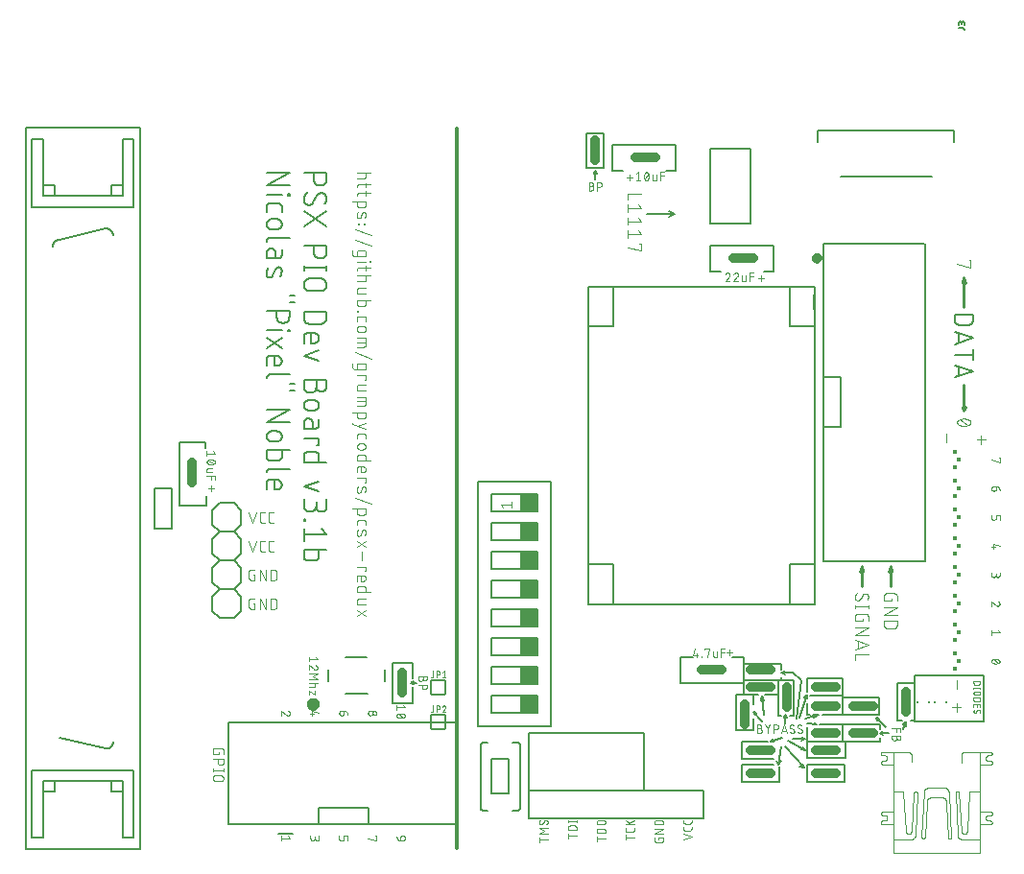
<source format=gbr>
G04 EAGLE Gerber RS-274X export*
G75*
%MOMM*%
%FSLAX34Y34*%
%LPD*%
%INSilkscreen Top*%
%IPPOS*%
%AMOC8*
5,1,8,0,0,1.08239X$1,22.5*%
G01*
%ADD10C,0.304800*%
%ADD11C,0.076200*%
%ADD12C,0.050800*%
%ADD13C,0.152400*%
%ADD14C,0.101600*%
%ADD15C,0.177800*%
%ADD16C,0.812800*%
%ADD17C,0.254000*%
%ADD18C,0.203200*%
%ADD19C,0.127000*%
%ADD20C,0.508000*%
%ADD21R,1.524000X1.524000*%
%ADD22C,0.200000*%
%ADD23R,0.425000X0.325000*%
%ADD24R,0.350000X0.350000*%


D10*
X381000Y0D02*
X381000Y635000D01*
D11*
X166285Y317952D02*
X161375Y317952D01*
X163830Y320407D02*
X163830Y315496D01*
X530945Y592272D02*
X535855Y592272D01*
X533400Y594727D02*
X533400Y589816D01*
X858845Y344946D02*
X859663Y344946D01*
X859663Y340854D01*
X852297Y342900D01*
X856389Y319546D02*
X856389Y317091D01*
X856387Y317011D01*
X856381Y316931D01*
X856371Y316851D01*
X856358Y316772D01*
X856340Y316693D01*
X856319Y316616D01*
X856293Y316540D01*
X856264Y316465D01*
X856232Y316391D01*
X856196Y316319D01*
X856156Y316249D01*
X856113Y316182D01*
X856067Y316116D01*
X856017Y316053D01*
X855965Y315992D01*
X855910Y315933D01*
X855851Y315878D01*
X855791Y315826D01*
X855727Y315776D01*
X855661Y315730D01*
X855594Y315687D01*
X855524Y315647D01*
X855452Y315611D01*
X855378Y315579D01*
X855304Y315550D01*
X855227Y315524D01*
X855150Y315503D01*
X855071Y315485D01*
X854992Y315472D01*
X854912Y315462D01*
X854832Y315456D01*
X854752Y315454D01*
X854343Y315454D01*
X854254Y315456D01*
X854165Y315462D01*
X854076Y315472D01*
X853988Y315485D01*
X853900Y315502D01*
X853813Y315524D01*
X853728Y315549D01*
X853643Y315577D01*
X853560Y315610D01*
X853478Y315646D01*
X853398Y315685D01*
X853320Y315728D01*
X853244Y315774D01*
X853169Y315824D01*
X853097Y315877D01*
X853028Y315933D01*
X852961Y315992D01*
X852896Y316053D01*
X852835Y316118D01*
X852776Y316185D01*
X852720Y316254D01*
X852667Y316326D01*
X852617Y316401D01*
X852571Y316477D01*
X852528Y316555D01*
X852489Y316635D01*
X852453Y316717D01*
X852420Y316800D01*
X852392Y316885D01*
X852367Y316970D01*
X852345Y317057D01*
X852328Y317145D01*
X852315Y317233D01*
X852305Y317322D01*
X852299Y317411D01*
X852297Y317500D01*
X852299Y317589D01*
X852305Y317678D01*
X852315Y317767D01*
X852328Y317855D01*
X852345Y317943D01*
X852367Y318030D01*
X852392Y318115D01*
X852420Y318200D01*
X852453Y318283D01*
X852489Y318365D01*
X852528Y318445D01*
X852571Y318523D01*
X852617Y318599D01*
X852667Y318674D01*
X852720Y318746D01*
X852776Y318815D01*
X852835Y318882D01*
X852896Y318947D01*
X852961Y319008D01*
X853028Y319067D01*
X853097Y319123D01*
X853169Y319176D01*
X853244Y319226D01*
X853320Y319272D01*
X853398Y319315D01*
X853478Y319354D01*
X853560Y319390D01*
X853643Y319423D01*
X853728Y319451D01*
X853813Y319476D01*
X853900Y319498D01*
X853988Y319515D01*
X854076Y319528D01*
X854165Y319538D01*
X854254Y319544D01*
X854343Y319546D01*
X856389Y319546D01*
X856503Y319544D01*
X856617Y319538D01*
X856731Y319528D01*
X856845Y319514D01*
X856958Y319496D01*
X857070Y319474D01*
X857181Y319449D01*
X857291Y319419D01*
X857401Y319386D01*
X857509Y319349D01*
X857615Y319308D01*
X857721Y319263D01*
X857824Y319215D01*
X857926Y319163D01*
X858026Y319107D01*
X858124Y319049D01*
X858220Y318986D01*
X858313Y318921D01*
X858405Y318852D01*
X858493Y318780D01*
X858580Y318705D01*
X858663Y318627D01*
X858744Y318546D01*
X858822Y318463D01*
X858897Y318376D01*
X858969Y318288D01*
X859038Y318196D01*
X859103Y318103D01*
X859165Y318007D01*
X859224Y317909D01*
X859280Y317809D01*
X859332Y317707D01*
X859380Y317604D01*
X859425Y317498D01*
X859466Y317392D01*
X859503Y317284D01*
X859536Y317174D01*
X859566Y317064D01*
X859591Y316953D01*
X859613Y316841D01*
X859631Y316728D01*
X859645Y316614D01*
X859655Y316500D01*
X859661Y316386D01*
X859663Y316272D01*
X852297Y294146D02*
X852297Y291691D01*
X852299Y291611D01*
X852305Y291531D01*
X852315Y291451D01*
X852328Y291372D01*
X852346Y291293D01*
X852367Y291216D01*
X852393Y291140D01*
X852422Y291065D01*
X852454Y290991D01*
X852490Y290919D01*
X852530Y290849D01*
X852573Y290782D01*
X852619Y290716D01*
X852669Y290653D01*
X852721Y290592D01*
X852776Y290533D01*
X852835Y290478D01*
X852895Y290426D01*
X852959Y290376D01*
X853024Y290330D01*
X853092Y290287D01*
X853162Y290247D01*
X853234Y290211D01*
X853308Y290179D01*
X853382Y290150D01*
X853459Y290125D01*
X853536Y290103D01*
X853615Y290085D01*
X853694Y290072D01*
X853773Y290062D01*
X853854Y290056D01*
X853934Y290054D01*
X854752Y290054D01*
X854830Y290056D01*
X854908Y290061D01*
X854985Y290071D01*
X855062Y290084D01*
X855138Y290100D01*
X855213Y290120D01*
X855287Y290144D01*
X855360Y290171D01*
X855432Y290202D01*
X855502Y290236D01*
X855571Y290273D01*
X855637Y290314D01*
X855702Y290358D01*
X855764Y290404D01*
X855824Y290454D01*
X855882Y290506D01*
X855937Y290561D01*
X855989Y290619D01*
X856039Y290679D01*
X856085Y290741D01*
X856129Y290806D01*
X856170Y290873D01*
X856207Y290941D01*
X856241Y291011D01*
X856272Y291083D01*
X856299Y291156D01*
X856323Y291230D01*
X856343Y291305D01*
X856359Y291381D01*
X856372Y291458D01*
X856382Y291535D01*
X856387Y291613D01*
X856389Y291691D01*
X856389Y294146D01*
X859663Y294146D01*
X859663Y290054D01*
X853934Y268746D02*
X859663Y267109D01*
X853934Y268746D02*
X853934Y264654D01*
X855571Y265882D02*
X852297Y265882D01*
X852297Y243346D02*
X852297Y241300D01*
X852299Y241211D01*
X852305Y241122D01*
X852315Y241033D01*
X852328Y240945D01*
X852345Y240857D01*
X852367Y240770D01*
X852392Y240685D01*
X852420Y240600D01*
X852453Y240517D01*
X852489Y240435D01*
X852528Y240355D01*
X852571Y240277D01*
X852617Y240201D01*
X852667Y240126D01*
X852720Y240054D01*
X852776Y239985D01*
X852835Y239918D01*
X852896Y239853D01*
X852961Y239792D01*
X853028Y239733D01*
X853097Y239677D01*
X853169Y239624D01*
X853244Y239574D01*
X853320Y239528D01*
X853398Y239485D01*
X853478Y239446D01*
X853560Y239410D01*
X853643Y239377D01*
X853728Y239349D01*
X853813Y239324D01*
X853900Y239302D01*
X853988Y239285D01*
X854076Y239272D01*
X854165Y239262D01*
X854254Y239256D01*
X854343Y239254D01*
X854432Y239256D01*
X854521Y239262D01*
X854610Y239272D01*
X854698Y239285D01*
X854786Y239302D01*
X854873Y239324D01*
X854958Y239349D01*
X855043Y239377D01*
X855126Y239410D01*
X855208Y239446D01*
X855288Y239485D01*
X855366Y239528D01*
X855442Y239574D01*
X855517Y239624D01*
X855589Y239677D01*
X855658Y239733D01*
X855725Y239792D01*
X855790Y239853D01*
X855851Y239918D01*
X855910Y239985D01*
X855966Y240054D01*
X856019Y240126D01*
X856069Y240201D01*
X856115Y240277D01*
X856158Y240355D01*
X856197Y240435D01*
X856233Y240517D01*
X856266Y240600D01*
X856294Y240685D01*
X856319Y240770D01*
X856341Y240857D01*
X856358Y240945D01*
X856371Y241033D01*
X856381Y241122D01*
X856387Y241211D01*
X856389Y241300D01*
X859663Y240891D02*
X859663Y243346D01*
X859663Y240891D02*
X859661Y240812D01*
X859655Y240733D01*
X859646Y240654D01*
X859633Y240576D01*
X859615Y240499D01*
X859595Y240423D01*
X859570Y240348D01*
X859542Y240274D01*
X859511Y240201D01*
X859475Y240130D01*
X859437Y240061D01*
X859395Y239994D01*
X859350Y239929D01*
X859302Y239866D01*
X859251Y239805D01*
X859197Y239748D01*
X859141Y239692D01*
X859082Y239640D01*
X859020Y239590D01*
X858956Y239544D01*
X858890Y239500D01*
X858822Y239460D01*
X858752Y239424D01*
X858680Y239390D01*
X858606Y239360D01*
X858532Y239334D01*
X858456Y239311D01*
X858379Y239293D01*
X858302Y239277D01*
X858223Y239266D01*
X858145Y239258D01*
X858066Y239254D01*
X857986Y239254D01*
X857907Y239258D01*
X857829Y239266D01*
X857750Y239277D01*
X857673Y239293D01*
X857596Y239311D01*
X857520Y239334D01*
X857446Y239360D01*
X857372Y239390D01*
X857300Y239424D01*
X857230Y239460D01*
X857162Y239500D01*
X857096Y239544D01*
X857032Y239590D01*
X856970Y239640D01*
X856911Y239692D01*
X856855Y239748D01*
X856801Y239805D01*
X856750Y239866D01*
X856702Y239929D01*
X856657Y239994D01*
X856615Y240061D01*
X856577Y240130D01*
X856541Y240201D01*
X856510Y240274D01*
X856482Y240348D01*
X856457Y240423D01*
X856437Y240499D01*
X856419Y240576D01*
X856406Y240654D01*
X856397Y240733D01*
X856391Y240812D01*
X856389Y240891D01*
X856389Y242528D01*
X859664Y215695D02*
X859662Y215610D01*
X859656Y215525D01*
X859646Y215441D01*
X859633Y215357D01*
X859615Y215273D01*
X859594Y215191D01*
X859569Y215110D01*
X859540Y215030D01*
X859507Y214951D01*
X859471Y214874D01*
X859431Y214799D01*
X859388Y214725D01*
X859342Y214654D01*
X859292Y214585D01*
X859239Y214518D01*
X859183Y214454D01*
X859124Y214393D01*
X859063Y214334D01*
X858999Y214278D01*
X858932Y214225D01*
X858863Y214175D01*
X858792Y214129D01*
X858718Y214086D01*
X858643Y214046D01*
X858566Y214010D01*
X858487Y213977D01*
X858407Y213948D01*
X858326Y213923D01*
X858244Y213902D01*
X858160Y213884D01*
X858076Y213871D01*
X857992Y213861D01*
X857907Y213855D01*
X857822Y213853D01*
X859663Y215695D02*
X859661Y215791D01*
X859655Y215887D01*
X859645Y215982D01*
X859632Y216077D01*
X859614Y216172D01*
X859593Y216265D01*
X859568Y216358D01*
X859539Y216449D01*
X859507Y216540D01*
X859471Y216629D01*
X859431Y216716D01*
X859388Y216802D01*
X859342Y216886D01*
X859292Y216968D01*
X859238Y217048D01*
X859182Y217125D01*
X859122Y217200D01*
X859060Y217273D01*
X858994Y217343D01*
X858926Y217411D01*
X858855Y217476D01*
X858782Y217537D01*
X858706Y217596D01*
X858627Y217652D01*
X858547Y217704D01*
X858464Y217753D01*
X858380Y217799D01*
X858294Y217841D01*
X858206Y217879D01*
X858117Y217914D01*
X858026Y217946D01*
X856390Y214468D02*
X856449Y214408D01*
X856511Y214351D01*
X856575Y214296D01*
X856642Y214245D01*
X856711Y214196D01*
X856781Y214150D01*
X856854Y214107D01*
X856928Y214067D01*
X857004Y214031D01*
X857082Y213998D01*
X857161Y213968D01*
X857241Y213941D01*
X857322Y213918D01*
X857404Y213899D01*
X857486Y213883D01*
X857570Y213870D01*
X857654Y213861D01*
X857738Y213856D01*
X857822Y213854D01*
X856389Y214468D02*
X852297Y217946D01*
X852297Y213854D01*
X858026Y192546D02*
X859663Y190500D01*
X852297Y190500D01*
X852297Y192546D02*
X852297Y188454D01*
X855980Y167146D02*
X856133Y167144D01*
X856286Y167138D01*
X856438Y167129D01*
X856591Y167115D01*
X856743Y167098D01*
X856894Y167077D01*
X857045Y167052D01*
X857195Y167023D01*
X857345Y166991D01*
X857493Y166954D01*
X857641Y166914D01*
X857788Y166871D01*
X857933Y166823D01*
X858077Y166772D01*
X858220Y166718D01*
X858362Y166659D01*
X858501Y166598D01*
X858640Y166532D01*
X858710Y166506D01*
X858779Y166476D01*
X858847Y166444D01*
X858913Y166407D01*
X858977Y166368D01*
X859039Y166325D01*
X859098Y166280D01*
X859156Y166231D01*
X859210Y166180D01*
X859263Y166126D01*
X859312Y166069D01*
X859359Y166010D01*
X859402Y165949D01*
X859443Y165886D01*
X859480Y165821D01*
X859515Y165754D01*
X859545Y165685D01*
X859573Y165615D01*
X859596Y165544D01*
X859617Y165472D01*
X859633Y165399D01*
X859646Y165325D01*
X859656Y165250D01*
X859661Y165175D01*
X859663Y165100D01*
X859661Y165025D01*
X859656Y164950D01*
X859646Y164875D01*
X859633Y164801D01*
X859617Y164728D01*
X859596Y164656D01*
X859573Y164585D01*
X859545Y164515D01*
X859515Y164446D01*
X859480Y164379D01*
X859443Y164314D01*
X859402Y164251D01*
X859359Y164190D01*
X859312Y164131D01*
X859263Y164074D01*
X859210Y164020D01*
X859156Y163969D01*
X859098Y163921D01*
X859039Y163875D01*
X858977Y163832D01*
X858913Y163793D01*
X858847Y163757D01*
X858780Y163724D01*
X858710Y163694D01*
X858640Y163668D01*
X858502Y163603D01*
X858362Y163541D01*
X858220Y163483D01*
X858077Y163428D01*
X857933Y163377D01*
X857788Y163329D01*
X857641Y163286D01*
X857494Y163246D01*
X857345Y163209D01*
X857195Y163177D01*
X857045Y163148D01*
X856894Y163123D01*
X856743Y163102D01*
X856591Y163085D01*
X856438Y163071D01*
X856286Y163062D01*
X856133Y163056D01*
X855980Y163054D01*
X855980Y167147D02*
X855827Y167145D01*
X855674Y167139D01*
X855521Y167130D01*
X855369Y167116D01*
X855217Y167099D01*
X855066Y167078D01*
X854915Y167053D01*
X854764Y167024D01*
X854615Y166992D01*
X854466Y166955D01*
X854319Y166915D01*
X854172Y166872D01*
X854027Y166824D01*
X853882Y166773D01*
X853740Y166718D01*
X853598Y166660D01*
X853458Y166598D01*
X853320Y166533D01*
X853320Y166532D02*
X853250Y166506D01*
X853180Y166476D01*
X853113Y166444D01*
X853047Y166407D01*
X852983Y166368D01*
X852921Y166325D01*
X852862Y166279D01*
X852804Y166231D01*
X852750Y166180D01*
X852697Y166126D01*
X852648Y166069D01*
X852601Y166010D01*
X852558Y165949D01*
X852517Y165886D01*
X852480Y165821D01*
X852445Y165754D01*
X852415Y165685D01*
X852387Y165615D01*
X852364Y165544D01*
X852343Y165472D01*
X852327Y165399D01*
X852314Y165325D01*
X852304Y165250D01*
X852299Y165175D01*
X852297Y165100D01*
X853320Y163668D02*
X853458Y163603D01*
X853598Y163541D01*
X853740Y163483D01*
X853883Y163428D01*
X854027Y163377D01*
X854172Y163329D01*
X854319Y163286D01*
X854467Y163246D01*
X854615Y163209D01*
X854765Y163177D01*
X854915Y163148D01*
X855066Y163123D01*
X855217Y163102D01*
X855369Y163085D01*
X855522Y163071D01*
X855674Y163062D01*
X855827Y163056D01*
X855980Y163054D01*
X853320Y163668D02*
X853249Y163694D01*
X853180Y163724D01*
X853113Y163757D01*
X853047Y163793D01*
X852983Y163832D01*
X852921Y163875D01*
X852862Y163921D01*
X852804Y163969D01*
X852750Y164020D01*
X852697Y164074D01*
X852648Y164131D01*
X852601Y164190D01*
X852558Y164251D01*
X852517Y164314D01*
X852480Y164379D01*
X852445Y164446D01*
X852415Y164515D01*
X852387Y164585D01*
X852364Y164656D01*
X852343Y164728D01*
X852327Y164801D01*
X852314Y164875D01*
X852304Y164950D01*
X852299Y165025D01*
X852297Y165100D01*
X853934Y166737D02*
X858026Y163463D01*
D12*
X842264Y147338D02*
X836676Y147338D01*
X842264Y147338D02*
X842264Y145786D01*
X842262Y145710D01*
X842257Y145634D01*
X842247Y145558D01*
X842234Y145483D01*
X842217Y145409D01*
X842197Y145335D01*
X842173Y145263D01*
X842146Y145192D01*
X842115Y145122D01*
X842081Y145054D01*
X842043Y144988D01*
X842002Y144924D01*
X841959Y144861D01*
X841912Y144801D01*
X841862Y144744D01*
X841809Y144689D01*
X841754Y144636D01*
X841697Y144586D01*
X841637Y144539D01*
X841574Y144496D01*
X841510Y144455D01*
X841444Y144417D01*
X841376Y144383D01*
X841306Y144352D01*
X841235Y144325D01*
X841162Y144301D01*
X841089Y144281D01*
X841015Y144264D01*
X840940Y144251D01*
X840864Y144241D01*
X840788Y144236D01*
X840712Y144234D01*
X838228Y144234D01*
X838152Y144236D01*
X838076Y144241D01*
X838000Y144251D01*
X837925Y144264D01*
X837851Y144281D01*
X837777Y144301D01*
X837705Y144325D01*
X837634Y144352D01*
X837564Y144383D01*
X837496Y144417D01*
X837430Y144455D01*
X837366Y144496D01*
X837303Y144539D01*
X837243Y144586D01*
X837186Y144636D01*
X837131Y144689D01*
X837078Y144744D01*
X837028Y144801D01*
X836981Y144861D01*
X836938Y144924D01*
X836897Y144988D01*
X836859Y145054D01*
X836825Y145122D01*
X836794Y145192D01*
X836767Y145263D01*
X836743Y145335D01*
X836723Y145409D01*
X836706Y145483D01*
X836693Y145558D01*
X836683Y145634D01*
X836678Y145710D01*
X836676Y145786D01*
X836676Y147338D01*
X836676Y141214D02*
X842264Y141214D01*
X836676Y141835D02*
X836676Y140593D01*
X842264Y140593D02*
X842264Y141835D01*
X840712Y138377D02*
X838228Y138377D01*
X840712Y138377D02*
X840789Y138375D01*
X840867Y138369D01*
X840943Y138360D01*
X841020Y138346D01*
X841095Y138329D01*
X841169Y138308D01*
X841243Y138283D01*
X841315Y138255D01*
X841385Y138223D01*
X841454Y138188D01*
X841521Y138149D01*
X841586Y138107D01*
X841649Y138062D01*
X841710Y138014D01*
X841768Y137963D01*
X841823Y137909D01*
X841876Y137852D01*
X841925Y137793D01*
X841972Y137731D01*
X842016Y137667D01*
X842056Y137601D01*
X842093Y137533D01*
X842127Y137463D01*
X842157Y137392D01*
X842183Y137319D01*
X842206Y137245D01*
X842225Y137170D01*
X842240Y137095D01*
X842252Y137018D01*
X842260Y136941D01*
X842264Y136864D01*
X842264Y136786D01*
X842260Y136709D01*
X842252Y136632D01*
X842240Y136555D01*
X842225Y136480D01*
X842206Y136405D01*
X842183Y136331D01*
X842157Y136258D01*
X842127Y136187D01*
X842093Y136117D01*
X842056Y136049D01*
X842016Y135983D01*
X841972Y135919D01*
X841925Y135857D01*
X841876Y135798D01*
X841823Y135741D01*
X841768Y135687D01*
X841710Y135636D01*
X841649Y135588D01*
X841586Y135543D01*
X841521Y135501D01*
X841454Y135462D01*
X841385Y135427D01*
X841315Y135395D01*
X841243Y135367D01*
X841169Y135342D01*
X841095Y135321D01*
X841020Y135304D01*
X840943Y135290D01*
X840867Y135281D01*
X840789Y135275D01*
X840712Y135273D01*
X840712Y135272D02*
X838228Y135272D01*
X838228Y135273D02*
X838151Y135275D01*
X838073Y135281D01*
X837997Y135290D01*
X837920Y135304D01*
X837845Y135321D01*
X837771Y135342D01*
X837697Y135367D01*
X837625Y135395D01*
X837555Y135427D01*
X837486Y135462D01*
X837419Y135501D01*
X837354Y135543D01*
X837291Y135588D01*
X837230Y135636D01*
X837172Y135687D01*
X837117Y135741D01*
X837064Y135798D01*
X837015Y135857D01*
X836968Y135919D01*
X836924Y135983D01*
X836884Y136049D01*
X836847Y136117D01*
X836813Y136187D01*
X836783Y136258D01*
X836757Y136331D01*
X836734Y136405D01*
X836715Y136480D01*
X836700Y136555D01*
X836688Y136632D01*
X836680Y136709D01*
X836676Y136786D01*
X836676Y136864D01*
X836680Y136941D01*
X836688Y137018D01*
X836700Y137095D01*
X836715Y137170D01*
X836734Y137245D01*
X836757Y137319D01*
X836783Y137392D01*
X836813Y137463D01*
X836847Y137533D01*
X836884Y137601D01*
X836924Y137667D01*
X836968Y137731D01*
X837015Y137793D01*
X837064Y137852D01*
X837117Y137909D01*
X837172Y137963D01*
X837230Y138014D01*
X837291Y138062D01*
X837354Y138107D01*
X837419Y138149D01*
X837486Y138188D01*
X837555Y138223D01*
X837625Y138255D01*
X837697Y138283D01*
X837771Y138308D01*
X837845Y138329D01*
X837920Y138346D01*
X837997Y138360D01*
X838073Y138369D01*
X838151Y138375D01*
X838228Y138377D01*
X836676Y132708D02*
X842264Y132708D01*
X842264Y131155D01*
X842262Y131079D01*
X842257Y131003D01*
X842247Y130927D01*
X842234Y130852D01*
X842217Y130778D01*
X842197Y130704D01*
X842173Y130632D01*
X842146Y130561D01*
X842115Y130491D01*
X842081Y130423D01*
X842043Y130357D01*
X842002Y130293D01*
X841959Y130230D01*
X841912Y130170D01*
X841862Y130113D01*
X841809Y130058D01*
X841754Y130005D01*
X841697Y129955D01*
X841637Y129908D01*
X841574Y129865D01*
X841510Y129824D01*
X841444Y129786D01*
X841376Y129752D01*
X841306Y129721D01*
X841235Y129694D01*
X841162Y129670D01*
X841089Y129650D01*
X841015Y129633D01*
X840940Y129620D01*
X840864Y129610D01*
X840788Y129605D01*
X840712Y129603D01*
X838228Y129603D01*
X838152Y129605D01*
X838076Y129610D01*
X838000Y129620D01*
X837925Y129633D01*
X837851Y129650D01*
X837777Y129670D01*
X837705Y129694D01*
X837634Y129721D01*
X837564Y129752D01*
X837496Y129786D01*
X837430Y129824D01*
X837366Y129865D01*
X837303Y129908D01*
X837243Y129955D01*
X837186Y130005D01*
X837131Y130058D01*
X837078Y130113D01*
X837028Y130170D01*
X836981Y130230D01*
X836938Y130293D01*
X836897Y130357D01*
X836859Y130423D01*
X836825Y130491D01*
X836794Y130561D01*
X836767Y130632D01*
X836743Y130704D01*
X836723Y130778D01*
X836706Y130852D01*
X836693Y130927D01*
X836683Y131003D01*
X836678Y131079D01*
X836676Y131155D01*
X836676Y132708D01*
X836676Y126844D02*
X836676Y124361D01*
X836676Y126844D02*
X842264Y126844D01*
X842264Y124361D01*
X839780Y124982D02*
X839780Y126844D01*
X836676Y120604D02*
X836678Y120534D01*
X836684Y120465D01*
X836694Y120396D01*
X836707Y120328D01*
X836725Y120260D01*
X836746Y120194D01*
X836771Y120129D01*
X836799Y120065D01*
X836831Y120003D01*
X836866Y119943D01*
X836905Y119885D01*
X836947Y119830D01*
X836992Y119776D01*
X837040Y119726D01*
X837090Y119678D01*
X837144Y119633D01*
X837199Y119591D01*
X837257Y119552D01*
X837317Y119517D01*
X837379Y119485D01*
X837443Y119457D01*
X837508Y119432D01*
X837574Y119411D01*
X837642Y119393D01*
X837710Y119380D01*
X837779Y119370D01*
X837848Y119364D01*
X837918Y119362D01*
X836676Y120604D02*
X836678Y120703D01*
X836683Y120801D01*
X836693Y120899D01*
X836706Y120997D01*
X836722Y121094D01*
X836742Y121191D01*
X836766Y121286D01*
X836794Y121381D01*
X836825Y121475D01*
X836859Y121567D01*
X836897Y121658D01*
X836938Y121748D01*
X836983Y121836D01*
X837031Y121922D01*
X837082Y122006D01*
X837136Y122088D01*
X837194Y122169D01*
X837254Y122247D01*
X837317Y122322D01*
X837383Y122396D01*
X837452Y122466D01*
X841022Y122311D02*
X841092Y122309D01*
X841161Y122303D01*
X841230Y122293D01*
X841298Y122280D01*
X841366Y122262D01*
X841432Y122241D01*
X841497Y122216D01*
X841561Y122188D01*
X841623Y122156D01*
X841683Y122121D01*
X841741Y122082D01*
X841796Y122040D01*
X841850Y121995D01*
X841900Y121947D01*
X841948Y121897D01*
X841993Y121843D01*
X842035Y121788D01*
X842074Y121730D01*
X842109Y121670D01*
X842141Y121608D01*
X842169Y121544D01*
X842194Y121479D01*
X842215Y121413D01*
X842233Y121345D01*
X842246Y121277D01*
X842256Y121208D01*
X842262Y121139D01*
X842264Y121069D01*
X842262Y120975D01*
X842256Y120882D01*
X842247Y120789D01*
X842234Y120696D01*
X842217Y120604D01*
X842197Y120513D01*
X842172Y120422D01*
X842145Y120333D01*
X842113Y120245D01*
X842078Y120158D01*
X842040Y120072D01*
X841998Y119989D01*
X841953Y119906D01*
X841905Y119826D01*
X841853Y119748D01*
X841798Y119672D01*
X839936Y121690D02*
X839972Y121749D01*
X840012Y121805D01*
X840055Y121859D01*
X840100Y121911D01*
X840149Y121960D01*
X840200Y122006D01*
X840253Y122049D01*
X840309Y122090D01*
X840367Y122127D01*
X840427Y122162D01*
X840488Y122192D01*
X840551Y122220D01*
X840616Y122244D01*
X840682Y122264D01*
X840749Y122281D01*
X840816Y122294D01*
X840884Y122303D01*
X840953Y122309D01*
X841022Y122311D01*
X839004Y119983D02*
X838968Y119924D01*
X838928Y119868D01*
X838885Y119814D01*
X838840Y119762D01*
X838791Y119713D01*
X838740Y119667D01*
X838687Y119624D01*
X838631Y119583D01*
X838573Y119546D01*
X838514Y119511D01*
X838452Y119481D01*
X838389Y119453D01*
X838324Y119429D01*
X838258Y119409D01*
X838191Y119392D01*
X838124Y119379D01*
X838056Y119370D01*
X837987Y119364D01*
X837918Y119362D01*
X839004Y119983D02*
X839936Y121690D01*
D13*
X845820Y152400D02*
X784860Y152400D01*
X784860Y111760D01*
X845820Y111760D01*
X845820Y152400D01*
D11*
X772033Y105597D02*
X764667Y105597D01*
X772033Y105597D02*
X772033Y102323D01*
X768759Y102323D02*
X768759Y105597D01*
X768759Y99155D02*
X768759Y97109D01*
X768757Y97020D01*
X768751Y96931D01*
X768741Y96842D01*
X768728Y96754D01*
X768711Y96666D01*
X768689Y96579D01*
X768664Y96494D01*
X768636Y96409D01*
X768603Y96326D01*
X768567Y96244D01*
X768528Y96164D01*
X768485Y96086D01*
X768439Y96010D01*
X768389Y95935D01*
X768336Y95863D01*
X768280Y95794D01*
X768221Y95727D01*
X768160Y95662D01*
X768095Y95601D01*
X768028Y95542D01*
X767959Y95486D01*
X767887Y95433D01*
X767812Y95383D01*
X767736Y95337D01*
X767658Y95294D01*
X767578Y95255D01*
X767496Y95219D01*
X767413Y95186D01*
X767328Y95158D01*
X767243Y95133D01*
X767156Y95111D01*
X767068Y95094D01*
X766980Y95081D01*
X766891Y95071D01*
X766802Y95065D01*
X766713Y95063D01*
X766624Y95065D01*
X766535Y95071D01*
X766446Y95081D01*
X766358Y95094D01*
X766270Y95111D01*
X766183Y95133D01*
X766098Y95158D01*
X766013Y95186D01*
X765930Y95219D01*
X765848Y95255D01*
X765768Y95294D01*
X765690Y95337D01*
X765614Y95383D01*
X765539Y95433D01*
X765467Y95486D01*
X765398Y95542D01*
X765331Y95601D01*
X765266Y95662D01*
X765205Y95727D01*
X765146Y95794D01*
X765090Y95863D01*
X765037Y95935D01*
X764987Y96010D01*
X764941Y96086D01*
X764898Y96164D01*
X764859Y96244D01*
X764823Y96326D01*
X764790Y96409D01*
X764762Y96494D01*
X764737Y96579D01*
X764715Y96666D01*
X764698Y96754D01*
X764685Y96842D01*
X764675Y96931D01*
X764669Y97020D01*
X764667Y97109D01*
X764667Y99155D01*
X772033Y99155D01*
X772033Y97109D01*
X772031Y97030D01*
X772025Y96951D01*
X772016Y96872D01*
X772003Y96794D01*
X771985Y96717D01*
X771965Y96641D01*
X771940Y96566D01*
X771912Y96492D01*
X771881Y96419D01*
X771845Y96348D01*
X771807Y96279D01*
X771765Y96212D01*
X771720Y96147D01*
X771672Y96084D01*
X771621Y96023D01*
X771567Y95966D01*
X771511Y95910D01*
X771452Y95858D01*
X771390Y95808D01*
X771326Y95762D01*
X771260Y95718D01*
X771192Y95678D01*
X771122Y95642D01*
X771050Y95608D01*
X770976Y95578D01*
X770902Y95552D01*
X770826Y95529D01*
X770749Y95511D01*
X770672Y95495D01*
X770593Y95484D01*
X770515Y95476D01*
X770436Y95472D01*
X770356Y95472D01*
X770277Y95476D01*
X770199Y95484D01*
X770120Y95495D01*
X770043Y95511D01*
X769966Y95529D01*
X769890Y95552D01*
X769816Y95578D01*
X769742Y95608D01*
X769670Y95642D01*
X769600Y95678D01*
X769532Y95718D01*
X769466Y95762D01*
X769402Y95808D01*
X769340Y95858D01*
X769281Y95910D01*
X769225Y95966D01*
X769171Y96023D01*
X769120Y96084D01*
X769072Y96147D01*
X769027Y96212D01*
X768985Y96279D01*
X768947Y96348D01*
X768911Y96419D01*
X768880Y96492D01*
X768852Y96566D01*
X768827Y96641D01*
X768807Y96717D01*
X768789Y96794D01*
X768776Y96872D01*
X768767Y96951D01*
X768761Y97030D01*
X768759Y97109D01*
D13*
X774700Y105410D02*
X777240Y111760D01*
X774700Y109220D01*
X777240Y107950D02*
X777240Y111760D01*
X762000Y101600D02*
X754380Y101600D01*
X756920Y102870D01*
X756920Y100330D02*
X754380Y101600D01*
X759460Y106680D02*
X750570Y115570D01*
X751840Y113030D01*
X753110Y114300D02*
X750570Y115570D01*
D11*
X623485Y173172D02*
X618575Y173172D01*
X621030Y175627D02*
X621030Y170716D01*
X645692Y105819D02*
X647739Y105819D01*
X647828Y105817D01*
X647917Y105811D01*
X648006Y105801D01*
X648094Y105788D01*
X648182Y105771D01*
X648269Y105749D01*
X648354Y105724D01*
X648439Y105696D01*
X648522Y105663D01*
X648604Y105627D01*
X648684Y105588D01*
X648762Y105545D01*
X648838Y105499D01*
X648913Y105449D01*
X648985Y105396D01*
X649054Y105340D01*
X649121Y105281D01*
X649186Y105220D01*
X649247Y105155D01*
X649306Y105088D01*
X649362Y105019D01*
X649415Y104947D01*
X649465Y104872D01*
X649511Y104796D01*
X649554Y104718D01*
X649593Y104638D01*
X649629Y104556D01*
X649662Y104473D01*
X649690Y104388D01*
X649715Y104303D01*
X649737Y104216D01*
X649754Y104128D01*
X649767Y104040D01*
X649777Y103951D01*
X649783Y103862D01*
X649785Y103773D01*
X649783Y103684D01*
X649777Y103595D01*
X649767Y103506D01*
X649754Y103418D01*
X649737Y103330D01*
X649715Y103243D01*
X649690Y103158D01*
X649662Y103073D01*
X649629Y102990D01*
X649593Y102908D01*
X649554Y102828D01*
X649511Y102750D01*
X649465Y102674D01*
X649415Y102599D01*
X649362Y102527D01*
X649306Y102458D01*
X649247Y102391D01*
X649186Y102326D01*
X649121Y102265D01*
X649054Y102206D01*
X648985Y102150D01*
X648913Y102097D01*
X648838Y102047D01*
X648762Y102001D01*
X648684Y101958D01*
X648604Y101919D01*
X648522Y101883D01*
X648439Y101850D01*
X648354Y101822D01*
X648269Y101797D01*
X648182Y101775D01*
X648094Y101758D01*
X648006Y101745D01*
X647917Y101735D01*
X647828Y101729D01*
X647739Y101727D01*
X645692Y101727D01*
X645692Y109093D01*
X647739Y109093D01*
X647818Y109091D01*
X647897Y109085D01*
X647976Y109076D01*
X648054Y109063D01*
X648131Y109045D01*
X648207Y109025D01*
X648282Y109000D01*
X648356Y108972D01*
X648429Y108941D01*
X648500Y108905D01*
X648569Y108867D01*
X648636Y108825D01*
X648701Y108780D01*
X648764Y108732D01*
X648825Y108681D01*
X648882Y108627D01*
X648938Y108571D01*
X648990Y108512D01*
X649040Y108450D01*
X649086Y108386D01*
X649130Y108320D01*
X649170Y108252D01*
X649206Y108182D01*
X649240Y108110D01*
X649270Y108036D01*
X649296Y107962D01*
X649319Y107886D01*
X649337Y107809D01*
X649353Y107732D01*
X649364Y107653D01*
X649372Y107575D01*
X649376Y107496D01*
X649376Y107416D01*
X649372Y107337D01*
X649364Y107259D01*
X649353Y107180D01*
X649337Y107103D01*
X649319Y107026D01*
X649296Y106950D01*
X649270Y106876D01*
X649240Y106802D01*
X649206Y106730D01*
X649170Y106660D01*
X649130Y106592D01*
X649086Y106526D01*
X649040Y106462D01*
X648990Y106400D01*
X648938Y106341D01*
X648882Y106285D01*
X648825Y106231D01*
X648764Y106180D01*
X648701Y106132D01*
X648636Y106087D01*
X648569Y106045D01*
X648500Y106007D01*
X648429Y105971D01*
X648356Y105940D01*
X648282Y105912D01*
X648207Y105887D01*
X648131Y105867D01*
X648054Y105849D01*
X647976Y105836D01*
X647897Y105827D01*
X647818Y105821D01*
X647739Y105819D01*
X652237Y109093D02*
X654692Y105615D01*
X657148Y109093D01*
X654692Y105615D02*
X654692Y101727D01*
X660323Y101727D02*
X660323Y109093D01*
X662369Y109093D01*
X662458Y109091D01*
X662547Y109085D01*
X662636Y109075D01*
X662724Y109062D01*
X662812Y109045D01*
X662899Y109023D01*
X662984Y108998D01*
X663069Y108970D01*
X663152Y108937D01*
X663234Y108901D01*
X663314Y108862D01*
X663392Y108819D01*
X663468Y108773D01*
X663543Y108723D01*
X663615Y108670D01*
X663684Y108614D01*
X663751Y108555D01*
X663816Y108494D01*
X663877Y108429D01*
X663936Y108362D01*
X663992Y108293D01*
X664045Y108221D01*
X664095Y108146D01*
X664141Y108070D01*
X664184Y107992D01*
X664223Y107912D01*
X664259Y107830D01*
X664292Y107747D01*
X664320Y107662D01*
X664345Y107577D01*
X664367Y107490D01*
X664384Y107402D01*
X664397Y107314D01*
X664407Y107225D01*
X664413Y107136D01*
X664415Y107047D01*
X664413Y106958D01*
X664407Y106869D01*
X664397Y106780D01*
X664384Y106692D01*
X664367Y106604D01*
X664345Y106517D01*
X664320Y106432D01*
X664292Y106347D01*
X664259Y106264D01*
X664223Y106182D01*
X664184Y106102D01*
X664141Y106024D01*
X664095Y105948D01*
X664045Y105873D01*
X663992Y105801D01*
X663936Y105732D01*
X663877Y105665D01*
X663816Y105600D01*
X663751Y105539D01*
X663684Y105480D01*
X663615Y105424D01*
X663543Y105371D01*
X663468Y105321D01*
X663392Y105275D01*
X663314Y105232D01*
X663234Y105193D01*
X663152Y105157D01*
X663069Y105124D01*
X662984Y105096D01*
X662899Y105071D01*
X662812Y105049D01*
X662724Y105032D01*
X662636Y105019D01*
X662547Y105009D01*
X662458Y105003D01*
X662369Y105001D01*
X660323Y105001D01*
X666867Y101727D02*
X669323Y109093D01*
X671778Y101727D01*
X671164Y103569D02*
X667481Y103569D01*
X676803Y101727D02*
X676881Y101729D01*
X676959Y101734D01*
X677036Y101744D01*
X677113Y101757D01*
X677189Y101773D01*
X677264Y101793D01*
X677338Y101817D01*
X677411Y101844D01*
X677483Y101875D01*
X677553Y101909D01*
X677622Y101946D01*
X677688Y101987D01*
X677753Y102031D01*
X677815Y102077D01*
X677875Y102127D01*
X677933Y102179D01*
X677988Y102234D01*
X678040Y102292D01*
X678090Y102352D01*
X678136Y102414D01*
X678180Y102479D01*
X678221Y102546D01*
X678258Y102614D01*
X678292Y102684D01*
X678323Y102756D01*
X678350Y102829D01*
X678374Y102903D01*
X678394Y102978D01*
X678410Y103054D01*
X678423Y103131D01*
X678433Y103208D01*
X678438Y103286D01*
X678440Y103364D01*
X676803Y101727D02*
X676689Y101729D01*
X676576Y101734D01*
X676462Y101744D01*
X676349Y101757D01*
X676237Y101774D01*
X676125Y101794D01*
X676014Y101818D01*
X675903Y101846D01*
X675794Y101877D01*
X675686Y101912D01*
X675579Y101951D01*
X675473Y101993D01*
X675369Y102038D01*
X675266Y102087D01*
X675165Y102140D01*
X675066Y102195D01*
X674968Y102254D01*
X674873Y102316D01*
X674780Y102381D01*
X674688Y102449D01*
X674600Y102520D01*
X674513Y102594D01*
X674429Y102671D01*
X674348Y102750D01*
X674552Y107456D02*
X674554Y107534D01*
X674559Y107612D01*
X674569Y107689D01*
X674582Y107766D01*
X674598Y107842D01*
X674618Y107917D01*
X674642Y107991D01*
X674669Y108064D01*
X674700Y108136D01*
X674734Y108206D01*
X674771Y108275D01*
X674812Y108341D01*
X674856Y108406D01*
X674902Y108468D01*
X674952Y108528D01*
X675004Y108586D01*
X675059Y108641D01*
X675117Y108693D01*
X675177Y108743D01*
X675239Y108789D01*
X675304Y108833D01*
X675371Y108874D01*
X675439Y108911D01*
X675509Y108945D01*
X675581Y108976D01*
X675654Y109003D01*
X675728Y109027D01*
X675803Y109047D01*
X675879Y109063D01*
X675956Y109076D01*
X676033Y109086D01*
X676111Y109091D01*
X676189Y109093D01*
X676299Y109091D01*
X676408Y109085D01*
X676518Y109075D01*
X676626Y109062D01*
X676735Y109044D01*
X676842Y109023D01*
X676949Y108997D01*
X677055Y108968D01*
X677160Y108936D01*
X677263Y108899D01*
X677365Y108859D01*
X677466Y108815D01*
X677565Y108767D01*
X677662Y108717D01*
X677757Y108662D01*
X677850Y108604D01*
X677941Y108543D01*
X678030Y108479D01*
X675371Y106023D02*
X675304Y106065D01*
X675239Y106109D01*
X675177Y106157D01*
X675117Y106207D01*
X675059Y106260D01*
X675004Y106316D01*
X674952Y106375D01*
X674902Y106435D01*
X674855Y106499D01*
X674812Y106564D01*
X674771Y106631D01*
X674734Y106700D01*
X674700Y106771D01*
X674669Y106843D01*
X674642Y106917D01*
X674618Y106991D01*
X674598Y107067D01*
X674582Y107144D01*
X674569Y107221D01*
X674559Y107299D01*
X674554Y107378D01*
X674552Y107456D01*
X677622Y104796D02*
X677688Y104754D01*
X677753Y104710D01*
X677815Y104663D01*
X677875Y104612D01*
X677933Y104559D01*
X677988Y104503D01*
X678041Y104445D01*
X678090Y104384D01*
X678137Y104321D01*
X678180Y104256D01*
X678221Y104189D01*
X678258Y104120D01*
X678292Y104049D01*
X678323Y103977D01*
X678350Y103903D01*
X678374Y103828D01*
X678394Y103753D01*
X678410Y103676D01*
X678423Y103599D01*
X678433Y103521D01*
X678438Y103442D01*
X678440Y103364D01*
X677622Y104796D02*
X675371Y106024D01*
X683631Y101727D02*
X683709Y101729D01*
X683787Y101734D01*
X683864Y101744D01*
X683941Y101757D01*
X684017Y101773D01*
X684092Y101793D01*
X684166Y101817D01*
X684239Y101844D01*
X684311Y101875D01*
X684381Y101909D01*
X684450Y101946D01*
X684516Y101987D01*
X684581Y102031D01*
X684643Y102077D01*
X684703Y102127D01*
X684761Y102179D01*
X684816Y102234D01*
X684868Y102292D01*
X684918Y102352D01*
X684964Y102414D01*
X685008Y102479D01*
X685049Y102546D01*
X685086Y102614D01*
X685120Y102684D01*
X685151Y102756D01*
X685178Y102829D01*
X685202Y102903D01*
X685222Y102978D01*
X685238Y103054D01*
X685251Y103131D01*
X685261Y103208D01*
X685266Y103286D01*
X685268Y103364D01*
X683631Y101727D02*
X683517Y101729D01*
X683404Y101734D01*
X683290Y101744D01*
X683177Y101757D01*
X683065Y101774D01*
X682953Y101794D01*
X682842Y101818D01*
X682731Y101846D01*
X682622Y101877D01*
X682514Y101912D01*
X682407Y101951D01*
X682301Y101993D01*
X682197Y102038D01*
X682094Y102087D01*
X681993Y102140D01*
X681894Y102195D01*
X681796Y102254D01*
X681701Y102316D01*
X681608Y102381D01*
X681516Y102449D01*
X681428Y102520D01*
X681341Y102594D01*
X681257Y102671D01*
X681176Y102750D01*
X681380Y107456D02*
X681382Y107534D01*
X681387Y107612D01*
X681397Y107689D01*
X681410Y107766D01*
X681426Y107842D01*
X681446Y107917D01*
X681470Y107991D01*
X681497Y108064D01*
X681528Y108136D01*
X681562Y108206D01*
X681599Y108275D01*
X681640Y108341D01*
X681684Y108406D01*
X681730Y108468D01*
X681780Y108528D01*
X681832Y108586D01*
X681887Y108641D01*
X681945Y108693D01*
X682005Y108743D01*
X682067Y108789D01*
X682132Y108833D01*
X682199Y108874D01*
X682267Y108911D01*
X682337Y108945D01*
X682409Y108976D01*
X682482Y109003D01*
X682556Y109027D01*
X682631Y109047D01*
X682707Y109063D01*
X682784Y109076D01*
X682861Y109086D01*
X682939Y109091D01*
X683017Y109093D01*
X683127Y109091D01*
X683236Y109085D01*
X683346Y109075D01*
X683454Y109062D01*
X683563Y109044D01*
X683670Y109023D01*
X683777Y108997D01*
X683883Y108968D01*
X683988Y108936D01*
X684091Y108899D01*
X684193Y108859D01*
X684294Y108815D01*
X684393Y108767D01*
X684490Y108717D01*
X684585Y108662D01*
X684678Y108604D01*
X684769Y108543D01*
X684858Y108479D01*
X682198Y106023D02*
X682131Y106065D01*
X682066Y106109D01*
X682004Y106157D01*
X681944Y106207D01*
X681886Y106260D01*
X681831Y106316D01*
X681779Y106375D01*
X681729Y106435D01*
X681682Y106499D01*
X681639Y106564D01*
X681598Y106631D01*
X681561Y106700D01*
X681527Y106771D01*
X681496Y106843D01*
X681469Y106917D01*
X681445Y106991D01*
X681425Y107067D01*
X681409Y107144D01*
X681396Y107221D01*
X681386Y107299D01*
X681381Y107378D01*
X681379Y107456D01*
X684449Y104796D02*
X684515Y104754D01*
X684580Y104710D01*
X684642Y104663D01*
X684702Y104612D01*
X684760Y104559D01*
X684815Y104503D01*
X684868Y104445D01*
X684917Y104384D01*
X684964Y104321D01*
X685007Y104256D01*
X685048Y104189D01*
X685085Y104120D01*
X685119Y104049D01*
X685150Y103977D01*
X685177Y103903D01*
X685201Y103828D01*
X685221Y103753D01*
X685237Y103676D01*
X685250Y103599D01*
X685260Y103521D01*
X685265Y103442D01*
X685267Y103364D01*
X684449Y104796D02*
X682198Y106024D01*
D13*
X650240Y111760D02*
X642620Y120650D01*
X643890Y118110D01*
X645160Y119380D02*
X642620Y120650D01*
X670560Y118110D02*
X670560Y110490D01*
X669290Y115570D02*
X670560Y118110D01*
X671830Y115570D01*
X676910Y96520D02*
X688340Y96520D01*
X684530Y97790D01*
X684530Y95250D02*
X688340Y96520D01*
X688340Y86360D02*
X673100Y95250D01*
X685800Y88900D02*
X688340Y86360D01*
X684530Y87630D01*
X670560Y90170D02*
X687070Y71120D01*
X685800Y74930D01*
X683260Y72390D02*
X687070Y71120D01*
X688340Y114300D02*
X699770Y118110D01*
X694690Y118110D01*
X695960Y115570D02*
X699770Y118110D01*
X698500Y109220D02*
X689610Y110490D01*
X694690Y109220D02*
X698500Y109220D01*
X695960Y110490D01*
X651510Y118110D02*
X650240Y133350D01*
X650240Y134620D02*
X648970Y130810D01*
X651510Y130810D02*
X650240Y134620D01*
X666750Y90170D02*
X664210Y73660D01*
X662940Y77470D01*
X666750Y77470D02*
X664210Y73660D01*
X680720Y114300D02*
X684530Y148590D01*
X676910Y154940D01*
X666750Y154940D01*
X670560Y156210D01*
X670560Y153670D02*
X666750Y154940D01*
X668020Y97790D02*
X657860Y93980D01*
X660400Y96520D01*
X660400Y93980D02*
X657860Y93980D01*
D11*
X589291Y170674D02*
X590928Y176403D01*
X589291Y170674D02*
X593384Y170674D01*
X592156Y172311D02*
X592156Y169037D01*
X596254Y169037D02*
X596254Y169446D01*
X596663Y169446D01*
X596663Y169037D01*
X596254Y169037D01*
X599533Y175585D02*
X599533Y176403D01*
X603625Y176403D01*
X601579Y169037D01*
X607013Y170265D02*
X607013Y173948D01*
X607013Y170265D02*
X607015Y170196D01*
X607021Y170128D01*
X607030Y170059D01*
X607044Y169992D01*
X607061Y169925D01*
X607082Y169859D01*
X607106Y169795D01*
X607135Y169732D01*
X607166Y169671D01*
X607201Y169612D01*
X607239Y169554D01*
X607281Y169499D01*
X607325Y169447D01*
X607373Y169397D01*
X607423Y169349D01*
X607475Y169305D01*
X607530Y169263D01*
X607588Y169225D01*
X607647Y169190D01*
X607708Y169159D01*
X607771Y169130D01*
X607835Y169106D01*
X607901Y169085D01*
X607968Y169068D01*
X608035Y169054D01*
X608104Y169045D01*
X608172Y169039D01*
X608241Y169037D01*
X610287Y169037D01*
X610287Y173948D01*
X613935Y176403D02*
X613935Y169037D01*
X613935Y176403D02*
X617209Y176403D01*
X617209Y173129D02*
X613935Y173129D01*
X538684Y595136D02*
X540731Y596773D01*
X540731Y589407D01*
X542777Y589407D02*
X538684Y589407D01*
X546000Y593090D02*
X546002Y593243D01*
X546008Y593396D01*
X546017Y593548D01*
X546031Y593701D01*
X546048Y593853D01*
X546069Y594004D01*
X546094Y594155D01*
X546123Y594305D01*
X546155Y594455D01*
X546192Y594603D01*
X546232Y594751D01*
X546275Y594898D01*
X546323Y595043D01*
X546374Y595187D01*
X546428Y595330D01*
X546487Y595472D01*
X546548Y595611D01*
X546614Y595750D01*
X546640Y595820D01*
X546670Y595890D01*
X546703Y595957D01*
X546739Y596023D01*
X546778Y596087D01*
X546821Y596149D01*
X546867Y596208D01*
X546915Y596266D01*
X546966Y596320D01*
X547020Y596373D01*
X547077Y596422D01*
X547136Y596469D01*
X547197Y596512D01*
X547260Y596553D01*
X547325Y596590D01*
X547392Y596625D01*
X547461Y596655D01*
X547531Y596683D01*
X547602Y596706D01*
X547674Y596727D01*
X547747Y596743D01*
X547821Y596756D01*
X547896Y596766D01*
X547971Y596771D01*
X548046Y596773D01*
X548121Y596771D01*
X548196Y596766D01*
X548271Y596756D01*
X548345Y596743D01*
X548418Y596727D01*
X548490Y596706D01*
X548561Y596683D01*
X548631Y596655D01*
X548700Y596625D01*
X548767Y596590D01*
X548832Y596553D01*
X548895Y596512D01*
X548956Y596469D01*
X549015Y596422D01*
X549072Y596373D01*
X549126Y596320D01*
X549177Y596266D01*
X549226Y596208D01*
X549271Y596149D01*
X549314Y596087D01*
X549353Y596023D01*
X549390Y595957D01*
X549422Y595889D01*
X549452Y595820D01*
X549478Y595750D01*
X549543Y595612D01*
X549605Y595472D01*
X549663Y595330D01*
X549718Y595187D01*
X549769Y595043D01*
X549817Y594898D01*
X549860Y594751D01*
X549900Y594604D01*
X549937Y594455D01*
X549969Y594305D01*
X549998Y594155D01*
X550023Y594004D01*
X550044Y593853D01*
X550061Y593701D01*
X550075Y593548D01*
X550084Y593396D01*
X550090Y593243D01*
X550092Y593090D01*
X545999Y593090D02*
X546001Y592937D01*
X546007Y592784D01*
X546016Y592631D01*
X546030Y592479D01*
X546047Y592327D01*
X546068Y592176D01*
X546093Y592025D01*
X546122Y591874D01*
X546154Y591725D01*
X546191Y591576D01*
X546231Y591429D01*
X546274Y591282D01*
X546322Y591137D01*
X546373Y590992D01*
X546428Y590850D01*
X546486Y590708D01*
X546548Y590568D01*
X546613Y590430D01*
X546614Y590430D02*
X546640Y590359D01*
X546670Y590290D01*
X546703Y590223D01*
X546739Y590157D01*
X546778Y590093D01*
X546821Y590031D01*
X546867Y589972D01*
X546915Y589914D01*
X546966Y589860D01*
X547020Y589807D01*
X547077Y589758D01*
X547136Y589711D01*
X547197Y589668D01*
X547260Y589627D01*
X547325Y589590D01*
X547392Y589555D01*
X547461Y589525D01*
X547531Y589497D01*
X547602Y589474D01*
X547674Y589453D01*
X547747Y589437D01*
X547821Y589424D01*
X547896Y589414D01*
X547971Y589409D01*
X548046Y589407D01*
X549478Y590430D02*
X549543Y590568D01*
X549605Y590708D01*
X549663Y590850D01*
X549718Y590993D01*
X549769Y591137D01*
X549817Y591282D01*
X549860Y591429D01*
X549900Y591577D01*
X549937Y591725D01*
X549969Y591875D01*
X549998Y592025D01*
X550023Y592176D01*
X550044Y592327D01*
X550061Y592479D01*
X550075Y592632D01*
X550084Y592784D01*
X550090Y592937D01*
X550092Y593090D01*
X549478Y590430D02*
X549452Y590360D01*
X549422Y590290D01*
X549390Y590223D01*
X549353Y590157D01*
X549314Y590093D01*
X549271Y590031D01*
X549225Y589972D01*
X549177Y589914D01*
X549126Y589860D01*
X549072Y589807D01*
X549015Y589758D01*
X548956Y589711D01*
X548895Y589668D01*
X548832Y589627D01*
X548767Y589590D01*
X548700Y589555D01*
X548631Y589525D01*
X548561Y589497D01*
X548490Y589474D01*
X548418Y589453D01*
X548345Y589437D01*
X548271Y589424D01*
X548196Y589414D01*
X548121Y589409D01*
X548046Y589407D01*
X546409Y591044D02*
X549683Y595136D01*
X553480Y594318D02*
X553480Y590635D01*
X553482Y590566D01*
X553488Y590498D01*
X553497Y590429D01*
X553511Y590362D01*
X553528Y590295D01*
X553549Y590229D01*
X553573Y590165D01*
X553602Y590102D01*
X553633Y590041D01*
X553668Y589982D01*
X553706Y589924D01*
X553748Y589869D01*
X553792Y589817D01*
X553840Y589767D01*
X553890Y589719D01*
X553942Y589675D01*
X553997Y589633D01*
X554055Y589595D01*
X554114Y589560D01*
X554175Y589529D01*
X554238Y589500D01*
X554302Y589476D01*
X554368Y589455D01*
X554435Y589438D01*
X554502Y589424D01*
X554571Y589415D01*
X554639Y589409D01*
X554708Y589407D01*
X556754Y589407D01*
X556754Y594318D01*
X560402Y596773D02*
X560402Y589407D01*
X560402Y596773D02*
X563676Y596773D01*
X563676Y593499D02*
X560402Y593499D01*
X167513Y348270D02*
X165876Y350316D01*
X167513Y348270D02*
X160147Y348270D01*
X160147Y350316D02*
X160147Y346223D01*
X163830Y343000D02*
X163983Y342998D01*
X164136Y342992D01*
X164288Y342983D01*
X164441Y342969D01*
X164593Y342952D01*
X164744Y342931D01*
X164895Y342906D01*
X165045Y342877D01*
X165195Y342845D01*
X165343Y342808D01*
X165491Y342768D01*
X165638Y342725D01*
X165783Y342677D01*
X165927Y342626D01*
X166070Y342572D01*
X166212Y342513D01*
X166351Y342452D01*
X166490Y342386D01*
X166560Y342360D01*
X166629Y342330D01*
X166697Y342298D01*
X166763Y342261D01*
X166827Y342222D01*
X166889Y342179D01*
X166948Y342134D01*
X167006Y342085D01*
X167060Y342034D01*
X167113Y341980D01*
X167162Y341923D01*
X167209Y341864D01*
X167252Y341803D01*
X167293Y341740D01*
X167330Y341675D01*
X167365Y341608D01*
X167395Y341539D01*
X167423Y341469D01*
X167446Y341398D01*
X167467Y341326D01*
X167483Y341253D01*
X167496Y341179D01*
X167506Y341104D01*
X167511Y341029D01*
X167513Y340954D01*
X167511Y340879D01*
X167506Y340804D01*
X167496Y340729D01*
X167483Y340655D01*
X167467Y340582D01*
X167446Y340510D01*
X167423Y340439D01*
X167395Y340369D01*
X167365Y340300D01*
X167330Y340233D01*
X167293Y340168D01*
X167252Y340105D01*
X167209Y340044D01*
X167162Y339985D01*
X167113Y339928D01*
X167060Y339874D01*
X167006Y339823D01*
X166948Y339775D01*
X166889Y339729D01*
X166827Y339686D01*
X166763Y339647D01*
X166697Y339611D01*
X166630Y339578D01*
X166560Y339548D01*
X166490Y339522D01*
X166352Y339457D01*
X166212Y339395D01*
X166070Y339337D01*
X165927Y339282D01*
X165783Y339231D01*
X165638Y339183D01*
X165491Y339140D01*
X165344Y339100D01*
X165195Y339063D01*
X165045Y339031D01*
X164895Y339002D01*
X164744Y338977D01*
X164593Y338956D01*
X164441Y338939D01*
X164288Y338925D01*
X164136Y338916D01*
X163983Y338910D01*
X163830Y338908D01*
X163830Y343001D02*
X163677Y342999D01*
X163524Y342993D01*
X163371Y342984D01*
X163219Y342970D01*
X163067Y342953D01*
X162916Y342932D01*
X162765Y342907D01*
X162614Y342878D01*
X162465Y342846D01*
X162316Y342809D01*
X162169Y342769D01*
X162022Y342726D01*
X161877Y342678D01*
X161732Y342627D01*
X161590Y342572D01*
X161448Y342514D01*
X161308Y342452D01*
X161170Y342387D01*
X161170Y342386D02*
X161100Y342360D01*
X161030Y342330D01*
X160963Y342298D01*
X160897Y342261D01*
X160833Y342222D01*
X160771Y342179D01*
X160712Y342133D01*
X160654Y342085D01*
X160600Y342034D01*
X160547Y341980D01*
X160498Y341923D01*
X160451Y341864D01*
X160408Y341803D01*
X160367Y341740D01*
X160330Y341675D01*
X160295Y341608D01*
X160265Y341539D01*
X160237Y341469D01*
X160214Y341398D01*
X160193Y341326D01*
X160177Y341253D01*
X160164Y341179D01*
X160154Y341104D01*
X160149Y341029D01*
X160147Y340954D01*
X161170Y339522D02*
X161308Y339457D01*
X161448Y339395D01*
X161590Y339337D01*
X161733Y339282D01*
X161877Y339231D01*
X162022Y339183D01*
X162169Y339140D01*
X162317Y339100D01*
X162465Y339063D01*
X162615Y339031D01*
X162765Y339002D01*
X162916Y338977D01*
X163067Y338956D01*
X163219Y338939D01*
X163372Y338925D01*
X163524Y338916D01*
X163677Y338910D01*
X163830Y338908D01*
X161170Y339522D02*
X161099Y339548D01*
X161030Y339578D01*
X160963Y339611D01*
X160897Y339647D01*
X160833Y339686D01*
X160771Y339729D01*
X160712Y339775D01*
X160654Y339823D01*
X160600Y339874D01*
X160547Y339928D01*
X160498Y339985D01*
X160451Y340044D01*
X160408Y340105D01*
X160367Y340168D01*
X160330Y340233D01*
X160295Y340300D01*
X160265Y340369D01*
X160237Y340439D01*
X160214Y340510D01*
X160193Y340582D01*
X160177Y340655D01*
X160164Y340729D01*
X160154Y340804D01*
X160149Y340879D01*
X160147Y340954D01*
X161784Y342591D02*
X165876Y339317D01*
X165058Y335520D02*
X161375Y335520D01*
X161306Y335518D01*
X161238Y335512D01*
X161169Y335503D01*
X161102Y335489D01*
X161035Y335472D01*
X160969Y335451D01*
X160905Y335427D01*
X160842Y335398D01*
X160781Y335367D01*
X160722Y335332D01*
X160664Y335294D01*
X160609Y335252D01*
X160557Y335208D01*
X160507Y335160D01*
X160459Y335110D01*
X160415Y335058D01*
X160374Y335003D01*
X160335Y334945D01*
X160300Y334886D01*
X160269Y334825D01*
X160240Y334762D01*
X160216Y334698D01*
X160195Y334632D01*
X160178Y334565D01*
X160164Y334498D01*
X160155Y334430D01*
X160149Y334361D01*
X160147Y334292D01*
X160147Y332246D01*
X165058Y332246D01*
X167513Y328598D02*
X160147Y328598D01*
X167513Y328598D02*
X167513Y325324D01*
X164239Y325324D02*
X164239Y328598D01*
X497216Y584609D02*
X499262Y584609D01*
X499351Y584607D01*
X499440Y584601D01*
X499529Y584591D01*
X499617Y584578D01*
X499705Y584561D01*
X499792Y584539D01*
X499877Y584514D01*
X499962Y584486D01*
X500045Y584453D01*
X500127Y584417D01*
X500207Y584378D01*
X500285Y584335D01*
X500361Y584289D01*
X500436Y584239D01*
X500508Y584186D01*
X500577Y584130D01*
X500644Y584071D01*
X500709Y584010D01*
X500770Y583945D01*
X500829Y583878D01*
X500885Y583809D01*
X500938Y583737D01*
X500988Y583662D01*
X501034Y583586D01*
X501077Y583508D01*
X501116Y583428D01*
X501152Y583346D01*
X501185Y583263D01*
X501213Y583178D01*
X501238Y583093D01*
X501260Y583006D01*
X501277Y582918D01*
X501290Y582830D01*
X501300Y582741D01*
X501306Y582652D01*
X501308Y582563D01*
X501306Y582474D01*
X501300Y582385D01*
X501290Y582296D01*
X501277Y582208D01*
X501260Y582120D01*
X501238Y582033D01*
X501213Y581948D01*
X501185Y581863D01*
X501152Y581780D01*
X501116Y581698D01*
X501077Y581618D01*
X501034Y581540D01*
X500988Y581464D01*
X500938Y581389D01*
X500885Y581317D01*
X500829Y581248D01*
X500770Y581181D01*
X500709Y581116D01*
X500644Y581055D01*
X500577Y580996D01*
X500508Y580940D01*
X500436Y580887D01*
X500361Y580837D01*
X500285Y580791D01*
X500207Y580748D01*
X500127Y580709D01*
X500045Y580673D01*
X499962Y580640D01*
X499877Y580612D01*
X499792Y580587D01*
X499705Y580565D01*
X499617Y580548D01*
X499529Y580535D01*
X499440Y580525D01*
X499351Y580519D01*
X499262Y580517D01*
X497216Y580517D01*
X497216Y587883D01*
X499262Y587883D01*
X499341Y587881D01*
X499420Y587875D01*
X499499Y587866D01*
X499577Y587853D01*
X499654Y587835D01*
X499730Y587815D01*
X499805Y587790D01*
X499879Y587762D01*
X499952Y587731D01*
X500023Y587695D01*
X500092Y587657D01*
X500159Y587615D01*
X500224Y587570D01*
X500287Y587522D01*
X500348Y587471D01*
X500405Y587417D01*
X500461Y587361D01*
X500513Y587302D01*
X500563Y587240D01*
X500609Y587176D01*
X500653Y587110D01*
X500693Y587042D01*
X500729Y586972D01*
X500763Y586900D01*
X500793Y586826D01*
X500819Y586752D01*
X500842Y586676D01*
X500860Y586599D01*
X500876Y586522D01*
X500887Y586443D01*
X500895Y586365D01*
X500899Y586286D01*
X500899Y586206D01*
X500895Y586127D01*
X500887Y586049D01*
X500876Y585970D01*
X500860Y585893D01*
X500842Y585816D01*
X500819Y585740D01*
X500793Y585666D01*
X500763Y585592D01*
X500729Y585520D01*
X500693Y585450D01*
X500653Y585382D01*
X500609Y585316D01*
X500563Y585252D01*
X500513Y585190D01*
X500461Y585131D01*
X500405Y585075D01*
X500348Y585021D01*
X500287Y584970D01*
X500224Y584922D01*
X500159Y584877D01*
X500092Y584835D01*
X500023Y584797D01*
X499952Y584761D01*
X499879Y584730D01*
X499805Y584702D01*
X499730Y584677D01*
X499654Y584657D01*
X499577Y584639D01*
X499499Y584626D01*
X499420Y584617D01*
X499341Y584611D01*
X499262Y584609D01*
X504532Y587883D02*
X504532Y580517D01*
X504532Y587883D02*
X506578Y587883D01*
X506667Y587881D01*
X506756Y587875D01*
X506845Y587865D01*
X506933Y587852D01*
X507021Y587835D01*
X507108Y587813D01*
X507193Y587788D01*
X507278Y587760D01*
X507361Y587727D01*
X507443Y587691D01*
X507523Y587652D01*
X507601Y587609D01*
X507677Y587563D01*
X507752Y587513D01*
X507824Y587460D01*
X507893Y587404D01*
X507960Y587345D01*
X508025Y587284D01*
X508086Y587219D01*
X508145Y587152D01*
X508201Y587083D01*
X508254Y587011D01*
X508304Y586936D01*
X508350Y586860D01*
X508393Y586782D01*
X508432Y586702D01*
X508468Y586620D01*
X508501Y586537D01*
X508529Y586452D01*
X508554Y586367D01*
X508576Y586280D01*
X508593Y586192D01*
X508606Y586104D01*
X508616Y586015D01*
X508622Y585926D01*
X508624Y585837D01*
X508622Y585748D01*
X508616Y585659D01*
X508606Y585570D01*
X508593Y585482D01*
X508576Y585394D01*
X508554Y585307D01*
X508529Y585222D01*
X508501Y585137D01*
X508468Y585054D01*
X508432Y584972D01*
X508393Y584892D01*
X508350Y584814D01*
X508304Y584738D01*
X508254Y584663D01*
X508201Y584591D01*
X508145Y584522D01*
X508086Y584455D01*
X508025Y584390D01*
X507960Y584329D01*
X507893Y584270D01*
X507824Y584214D01*
X507752Y584161D01*
X507677Y584111D01*
X507601Y584065D01*
X507523Y584022D01*
X507443Y583983D01*
X507361Y583947D01*
X507278Y583914D01*
X507193Y583886D01*
X507108Y583861D01*
X507021Y583839D01*
X506933Y583822D01*
X506845Y583809D01*
X506756Y583799D01*
X506667Y583793D01*
X506578Y583791D01*
X504532Y583791D01*
D13*
X502920Y590550D02*
X502920Y598170D01*
X501650Y595630D01*
X504190Y595630D02*
X502920Y598170D01*
D14*
X531368Y577592D02*
X543052Y577592D01*
X531368Y577592D02*
X531368Y572399D01*
X540456Y568089D02*
X543052Y564844D01*
X531368Y564844D01*
X531368Y568089D02*
X531368Y561598D01*
X540456Y556659D02*
X543052Y553414D01*
X531368Y553414D01*
X531368Y556659D02*
X531368Y550168D01*
X540456Y545229D02*
X543052Y541984D01*
X531368Y541984D01*
X531368Y545229D02*
X531368Y538738D01*
X541754Y533799D02*
X543052Y533799D01*
X543052Y527308D01*
X531368Y530554D01*
D13*
X548640Y560070D02*
X572770Y560070D01*
X567690Y562610D01*
X567690Y557530D02*
X572770Y560070D01*
D11*
X350929Y151754D02*
X350929Y149708D01*
X350927Y149619D01*
X350921Y149530D01*
X350911Y149441D01*
X350898Y149353D01*
X350881Y149265D01*
X350859Y149178D01*
X350834Y149093D01*
X350806Y149008D01*
X350773Y148925D01*
X350737Y148843D01*
X350698Y148763D01*
X350655Y148685D01*
X350609Y148609D01*
X350559Y148534D01*
X350506Y148462D01*
X350450Y148393D01*
X350391Y148326D01*
X350330Y148261D01*
X350265Y148200D01*
X350198Y148141D01*
X350129Y148085D01*
X350057Y148032D01*
X349982Y147982D01*
X349906Y147936D01*
X349828Y147893D01*
X349748Y147854D01*
X349666Y147818D01*
X349583Y147785D01*
X349498Y147757D01*
X349413Y147732D01*
X349326Y147710D01*
X349238Y147693D01*
X349150Y147680D01*
X349061Y147670D01*
X348972Y147664D01*
X348883Y147662D01*
X348794Y147664D01*
X348705Y147670D01*
X348616Y147680D01*
X348528Y147693D01*
X348440Y147710D01*
X348353Y147732D01*
X348268Y147757D01*
X348183Y147785D01*
X348100Y147818D01*
X348018Y147854D01*
X347938Y147893D01*
X347860Y147936D01*
X347784Y147982D01*
X347709Y148032D01*
X347637Y148085D01*
X347568Y148141D01*
X347501Y148200D01*
X347436Y148261D01*
X347375Y148326D01*
X347316Y148393D01*
X347260Y148462D01*
X347207Y148534D01*
X347157Y148609D01*
X347111Y148685D01*
X347068Y148763D01*
X347029Y148843D01*
X346993Y148925D01*
X346960Y149008D01*
X346932Y149093D01*
X346907Y149178D01*
X346885Y149265D01*
X346868Y149353D01*
X346855Y149441D01*
X346845Y149530D01*
X346839Y149619D01*
X346837Y149708D01*
X346837Y151754D01*
X354203Y151754D01*
X354203Y149708D01*
X354201Y149629D01*
X354195Y149550D01*
X354186Y149471D01*
X354173Y149393D01*
X354155Y149316D01*
X354135Y149240D01*
X354110Y149165D01*
X354082Y149091D01*
X354051Y149018D01*
X354015Y148947D01*
X353977Y148878D01*
X353935Y148811D01*
X353890Y148746D01*
X353842Y148683D01*
X353791Y148622D01*
X353737Y148565D01*
X353681Y148509D01*
X353622Y148457D01*
X353560Y148407D01*
X353496Y148361D01*
X353430Y148317D01*
X353362Y148277D01*
X353292Y148241D01*
X353220Y148207D01*
X353146Y148177D01*
X353072Y148151D01*
X352996Y148128D01*
X352919Y148110D01*
X352842Y148094D01*
X352763Y148083D01*
X352685Y148075D01*
X352606Y148071D01*
X352526Y148071D01*
X352447Y148075D01*
X352369Y148083D01*
X352290Y148094D01*
X352213Y148110D01*
X352136Y148128D01*
X352060Y148151D01*
X351986Y148177D01*
X351912Y148207D01*
X351840Y148241D01*
X351770Y148277D01*
X351702Y148317D01*
X351636Y148361D01*
X351572Y148407D01*
X351510Y148457D01*
X351451Y148509D01*
X351395Y148565D01*
X351341Y148622D01*
X351290Y148683D01*
X351242Y148746D01*
X351197Y148811D01*
X351155Y148878D01*
X351117Y148947D01*
X351081Y149018D01*
X351050Y149091D01*
X351022Y149165D01*
X350997Y149240D01*
X350977Y149316D01*
X350959Y149393D01*
X350946Y149471D01*
X350937Y149550D01*
X350931Y149629D01*
X350929Y149708D01*
X354203Y144439D02*
X346837Y144439D01*
X354203Y144439D02*
X354203Y142392D01*
X354201Y142303D01*
X354195Y142214D01*
X354185Y142125D01*
X354172Y142037D01*
X354155Y141949D01*
X354133Y141862D01*
X354108Y141777D01*
X354080Y141692D01*
X354047Y141609D01*
X354011Y141527D01*
X353972Y141447D01*
X353929Y141369D01*
X353883Y141293D01*
X353833Y141218D01*
X353780Y141146D01*
X353724Y141077D01*
X353665Y141010D01*
X353604Y140945D01*
X353539Y140884D01*
X353472Y140825D01*
X353403Y140769D01*
X353331Y140716D01*
X353256Y140666D01*
X353180Y140620D01*
X353102Y140577D01*
X353022Y140538D01*
X352940Y140502D01*
X352857Y140469D01*
X352772Y140441D01*
X352687Y140416D01*
X352600Y140394D01*
X352512Y140377D01*
X352424Y140364D01*
X352335Y140354D01*
X352246Y140348D01*
X352157Y140346D01*
X352068Y140348D01*
X351979Y140354D01*
X351890Y140364D01*
X351802Y140377D01*
X351714Y140394D01*
X351627Y140416D01*
X351542Y140441D01*
X351457Y140469D01*
X351374Y140502D01*
X351292Y140538D01*
X351212Y140577D01*
X351134Y140620D01*
X351058Y140666D01*
X350983Y140716D01*
X350911Y140769D01*
X350842Y140825D01*
X350775Y140884D01*
X350710Y140945D01*
X350649Y141010D01*
X350590Y141077D01*
X350534Y141146D01*
X350481Y141218D01*
X350431Y141293D01*
X350385Y141369D01*
X350342Y141447D01*
X350303Y141527D01*
X350267Y141609D01*
X350234Y141692D01*
X350206Y141777D01*
X350181Y141862D01*
X350159Y141949D01*
X350142Y142037D01*
X350129Y142125D01*
X350119Y142214D01*
X350113Y142303D01*
X350111Y142392D01*
X350111Y144439D01*
D13*
X345440Y146050D02*
X340360Y146050D01*
X342900Y147320D01*
X342900Y144780D02*
X340360Y146050D01*
D11*
X257683Y166948D02*
X256046Y168994D01*
X257683Y166948D02*
X250317Y166948D01*
X250317Y168994D02*
X250317Y164902D01*
X255842Y157586D02*
X255927Y157588D01*
X256012Y157594D01*
X256096Y157604D01*
X256180Y157617D01*
X256264Y157635D01*
X256346Y157656D01*
X256427Y157681D01*
X256507Y157710D01*
X256586Y157743D01*
X256663Y157779D01*
X256738Y157819D01*
X256812Y157862D01*
X256883Y157908D01*
X256952Y157958D01*
X257019Y158011D01*
X257083Y158067D01*
X257144Y158126D01*
X257203Y158187D01*
X257259Y158251D01*
X257312Y158318D01*
X257362Y158387D01*
X257408Y158458D01*
X257451Y158532D01*
X257491Y158607D01*
X257527Y158684D01*
X257560Y158763D01*
X257589Y158843D01*
X257614Y158924D01*
X257635Y159006D01*
X257653Y159090D01*
X257666Y159174D01*
X257676Y159258D01*
X257682Y159343D01*
X257684Y159428D01*
X257683Y159428D02*
X257681Y159524D01*
X257675Y159620D01*
X257665Y159715D01*
X257652Y159810D01*
X257634Y159905D01*
X257613Y159998D01*
X257588Y160091D01*
X257559Y160182D01*
X257527Y160273D01*
X257491Y160362D01*
X257451Y160449D01*
X257408Y160535D01*
X257362Y160619D01*
X257312Y160701D01*
X257258Y160781D01*
X257202Y160858D01*
X257142Y160933D01*
X257080Y161006D01*
X257014Y161076D01*
X256946Y161144D01*
X256875Y161209D01*
X256802Y161270D01*
X256726Y161329D01*
X256647Y161385D01*
X256567Y161437D01*
X256484Y161486D01*
X256400Y161532D01*
X256314Y161574D01*
X256226Y161612D01*
X256137Y161647D01*
X256046Y161679D01*
X254410Y158200D02*
X254469Y158140D01*
X254531Y158083D01*
X254595Y158028D01*
X254662Y157977D01*
X254731Y157928D01*
X254801Y157882D01*
X254874Y157839D01*
X254948Y157799D01*
X255024Y157763D01*
X255102Y157730D01*
X255181Y157700D01*
X255261Y157673D01*
X255342Y157650D01*
X255424Y157631D01*
X255506Y157615D01*
X255590Y157602D01*
X255674Y157593D01*
X255758Y157588D01*
X255842Y157586D01*
X254409Y158200D02*
X250317Y161679D01*
X250317Y157586D01*
X250317Y154041D02*
X257683Y154041D01*
X253591Y151586D01*
X257683Y149130D01*
X250317Y149130D01*
X250317Y145420D02*
X257683Y145420D01*
X255228Y145420D02*
X255228Y143374D01*
X255226Y143305D01*
X255220Y143237D01*
X255211Y143168D01*
X255197Y143101D01*
X255180Y143034D01*
X255159Y142968D01*
X255135Y142904D01*
X255106Y142841D01*
X255075Y142780D01*
X255040Y142721D01*
X255002Y142663D01*
X254960Y142608D01*
X254916Y142556D01*
X254868Y142506D01*
X254818Y142458D01*
X254766Y142414D01*
X254711Y142373D01*
X254653Y142334D01*
X254594Y142299D01*
X254533Y142268D01*
X254470Y142239D01*
X254406Y142215D01*
X254340Y142194D01*
X254273Y142177D01*
X254206Y142163D01*
X254138Y142154D01*
X254069Y142148D01*
X254000Y142146D01*
X250317Y142146D01*
X255228Y139080D02*
X255228Y135806D01*
X250317Y139080D01*
X250317Y135806D01*
D13*
X683260Y115570D02*
X689610Y135890D01*
X687070Y133350D01*
D15*
X265811Y596011D02*
X245745Y596011D01*
X265811Y596011D02*
X265811Y590437D01*
X265809Y590289D01*
X265803Y590140D01*
X265793Y589992D01*
X265779Y589845D01*
X265762Y589697D01*
X265740Y589550D01*
X265714Y589404D01*
X265685Y589259D01*
X265652Y589114D01*
X265615Y588970D01*
X265574Y588828D01*
X265529Y588686D01*
X265480Y588546D01*
X265428Y588407D01*
X265372Y588270D01*
X265313Y588134D01*
X265250Y587999D01*
X265183Y587867D01*
X265113Y587736D01*
X265039Y587607D01*
X264962Y587480D01*
X264882Y587356D01*
X264798Y587233D01*
X264711Y587113D01*
X264621Y586995D01*
X264528Y586879D01*
X264432Y586766D01*
X264333Y586656D01*
X264231Y586548D01*
X264126Y586443D01*
X264018Y586341D01*
X263908Y586242D01*
X263795Y586146D01*
X263679Y586053D01*
X263561Y585963D01*
X263441Y585876D01*
X263318Y585792D01*
X263194Y585712D01*
X263067Y585635D01*
X262938Y585561D01*
X262807Y585491D01*
X262675Y585424D01*
X262540Y585361D01*
X262404Y585302D01*
X262267Y585246D01*
X262128Y585194D01*
X261988Y585145D01*
X261846Y585100D01*
X261704Y585059D01*
X261560Y585022D01*
X261415Y584989D01*
X261270Y584960D01*
X261124Y584934D01*
X260977Y584912D01*
X260829Y584895D01*
X260682Y584881D01*
X260534Y584871D01*
X260385Y584865D01*
X260237Y584863D01*
X260089Y584865D01*
X259940Y584871D01*
X259792Y584881D01*
X259645Y584895D01*
X259497Y584912D01*
X259350Y584934D01*
X259204Y584960D01*
X259059Y584989D01*
X258914Y585022D01*
X258770Y585059D01*
X258628Y585100D01*
X258486Y585145D01*
X258346Y585194D01*
X258207Y585246D01*
X258070Y585302D01*
X257934Y585361D01*
X257799Y585424D01*
X257667Y585491D01*
X257536Y585561D01*
X257407Y585635D01*
X257280Y585712D01*
X257156Y585792D01*
X257033Y585876D01*
X256913Y585963D01*
X256795Y586053D01*
X256679Y586146D01*
X256566Y586242D01*
X256456Y586341D01*
X256348Y586443D01*
X256243Y586548D01*
X256141Y586656D01*
X256042Y586766D01*
X255946Y586879D01*
X255853Y586995D01*
X255763Y587113D01*
X255676Y587233D01*
X255592Y587356D01*
X255512Y587480D01*
X255435Y587607D01*
X255361Y587736D01*
X255291Y587867D01*
X255224Y587999D01*
X255161Y588134D01*
X255102Y588270D01*
X255046Y588407D01*
X254994Y588546D01*
X254945Y588686D01*
X254900Y588828D01*
X254859Y588970D01*
X254822Y589114D01*
X254789Y589259D01*
X254760Y589404D01*
X254734Y589550D01*
X254712Y589697D01*
X254695Y589845D01*
X254681Y589992D01*
X254671Y590140D01*
X254665Y590289D01*
X254663Y590437D01*
X254663Y596011D01*
X245745Y572207D02*
X245747Y572075D01*
X245753Y571943D01*
X245763Y571811D01*
X245776Y571680D01*
X245794Y571549D01*
X245815Y571418D01*
X245841Y571289D01*
X245870Y571160D01*
X245903Y571032D01*
X245939Y570905D01*
X245980Y570779D01*
X246024Y570654D01*
X246072Y570531D01*
X246123Y570409D01*
X246178Y570289D01*
X246237Y570171D01*
X246299Y570054D01*
X246365Y569939D01*
X246433Y569827D01*
X246506Y569716D01*
X246581Y569607D01*
X246660Y569501D01*
X246741Y569397D01*
X246826Y569296D01*
X246914Y569197D01*
X247005Y569101D01*
X247098Y569008D01*
X247194Y568917D01*
X247293Y568829D01*
X247394Y568744D01*
X247498Y568663D01*
X247604Y568584D01*
X247713Y568509D01*
X247824Y568436D01*
X247936Y568368D01*
X248051Y568302D01*
X248168Y568240D01*
X248286Y568181D01*
X248406Y568126D01*
X248528Y568075D01*
X248651Y568027D01*
X248776Y567983D01*
X248902Y567942D01*
X249029Y567906D01*
X249157Y567873D01*
X249286Y567844D01*
X249415Y567818D01*
X249546Y567797D01*
X249677Y567779D01*
X249808Y567766D01*
X249940Y567756D01*
X250072Y567750D01*
X250204Y567748D01*
X245745Y572207D02*
X245748Y572432D01*
X245756Y572658D01*
X245769Y572883D01*
X245788Y573107D01*
X245812Y573331D01*
X245842Y573555D01*
X245877Y573777D01*
X245917Y573999D01*
X245963Y574220D01*
X246013Y574439D01*
X246069Y574658D01*
X246131Y574875D01*
X246197Y575090D01*
X246269Y575304D01*
X246345Y575516D01*
X246427Y575726D01*
X246514Y575934D01*
X246605Y576140D01*
X246702Y576343D01*
X246803Y576545D01*
X246909Y576744D01*
X247020Y576940D01*
X247136Y577133D01*
X247256Y577324D01*
X247381Y577512D01*
X247510Y577696D01*
X247643Y577878D01*
X247781Y578056D01*
X247923Y578231D01*
X248069Y578403D01*
X248220Y578571D01*
X248374Y578735D01*
X248532Y578896D01*
X261352Y578338D02*
X261484Y578336D01*
X261616Y578330D01*
X261748Y578320D01*
X261879Y578307D01*
X262010Y578289D01*
X262141Y578268D01*
X262270Y578242D01*
X262399Y578213D01*
X262527Y578180D01*
X262654Y578144D01*
X262780Y578103D01*
X262905Y578059D01*
X263028Y578011D01*
X263150Y577960D01*
X263270Y577905D01*
X263388Y577846D01*
X263505Y577784D01*
X263620Y577718D01*
X263732Y577650D01*
X263843Y577577D01*
X263952Y577502D01*
X264058Y577423D01*
X264162Y577342D01*
X264263Y577257D01*
X264362Y577169D01*
X264458Y577078D01*
X264551Y576985D01*
X264642Y576889D01*
X264730Y576790D01*
X264815Y576689D01*
X264896Y576585D01*
X264975Y576479D01*
X265050Y576370D01*
X265123Y576259D01*
X265191Y576147D01*
X265257Y576032D01*
X265319Y575915D01*
X265378Y575797D01*
X265433Y575677D01*
X265484Y575555D01*
X265532Y575432D01*
X265576Y575307D01*
X265617Y575181D01*
X265653Y575054D01*
X265686Y574926D01*
X265715Y574797D01*
X265741Y574668D01*
X265762Y574537D01*
X265780Y574406D01*
X265793Y574275D01*
X265803Y574143D01*
X265809Y574011D01*
X265811Y573879D01*
X265809Y573680D01*
X265802Y573481D01*
X265790Y573282D01*
X265773Y573083D01*
X265752Y572885D01*
X265726Y572687D01*
X265695Y572491D01*
X265659Y572294D01*
X265619Y572099D01*
X265575Y571905D01*
X265525Y571712D01*
X265471Y571520D01*
X265413Y571330D01*
X265350Y571141D01*
X265282Y570953D01*
X265210Y570767D01*
X265134Y570583D01*
X265053Y570401D01*
X264968Y570221D01*
X264879Y570043D01*
X264785Y569867D01*
X264688Y569693D01*
X264586Y569522D01*
X264480Y569353D01*
X264370Y569187D01*
X264256Y569023D01*
X264139Y568862D01*
X257450Y576109D02*
X257518Y576221D01*
X257589Y576330D01*
X257663Y576438D01*
X257741Y576543D01*
X257821Y576646D01*
X257904Y576747D01*
X257990Y576845D01*
X258079Y576941D01*
X258171Y577034D01*
X258265Y577124D01*
X258362Y577212D01*
X258461Y577297D01*
X258563Y577379D01*
X258667Y577457D01*
X258774Y577533D01*
X258882Y577606D01*
X258993Y577676D01*
X259105Y577742D01*
X259219Y577805D01*
X259335Y577865D01*
X259453Y577922D01*
X259573Y577975D01*
X259693Y578024D01*
X259816Y578070D01*
X259939Y578113D01*
X260064Y578152D01*
X260190Y578187D01*
X260316Y578219D01*
X260444Y578247D01*
X260572Y578271D01*
X260701Y578292D01*
X260831Y578309D01*
X260961Y578322D01*
X261091Y578331D01*
X261221Y578337D01*
X261352Y578339D01*
X254106Y569978D02*
X254038Y569866D01*
X253967Y569757D01*
X253893Y569649D01*
X253815Y569544D01*
X253735Y569441D01*
X253652Y569340D01*
X253566Y569242D01*
X253477Y569146D01*
X253385Y569053D01*
X253291Y568963D01*
X253194Y568875D01*
X253095Y568790D01*
X252993Y568708D01*
X252889Y568630D01*
X252782Y568554D01*
X252674Y568481D01*
X252563Y568411D01*
X252451Y568345D01*
X252337Y568282D01*
X252221Y568222D01*
X252103Y568165D01*
X251983Y568112D01*
X251863Y568063D01*
X251740Y568017D01*
X251617Y567974D01*
X251492Y567935D01*
X251366Y567900D01*
X251240Y567868D01*
X251112Y567840D01*
X250984Y567816D01*
X250855Y567795D01*
X250725Y567778D01*
X250595Y567765D01*
X250465Y567756D01*
X250335Y567750D01*
X250204Y567748D01*
X254106Y569978D02*
X257450Y576109D01*
X245745Y562090D02*
X265811Y548713D01*
X265811Y562090D02*
X245745Y548713D01*
X245745Y531745D02*
X265811Y531745D01*
X265811Y526171D01*
X265809Y526023D01*
X265803Y525874D01*
X265793Y525726D01*
X265779Y525579D01*
X265762Y525431D01*
X265740Y525284D01*
X265714Y525138D01*
X265685Y524993D01*
X265652Y524848D01*
X265615Y524704D01*
X265574Y524562D01*
X265529Y524420D01*
X265480Y524280D01*
X265428Y524141D01*
X265372Y524004D01*
X265313Y523868D01*
X265250Y523733D01*
X265183Y523601D01*
X265113Y523470D01*
X265039Y523341D01*
X264962Y523214D01*
X264882Y523090D01*
X264798Y522967D01*
X264711Y522847D01*
X264621Y522729D01*
X264528Y522613D01*
X264432Y522500D01*
X264333Y522390D01*
X264231Y522282D01*
X264126Y522177D01*
X264018Y522075D01*
X263908Y521976D01*
X263795Y521880D01*
X263679Y521787D01*
X263561Y521697D01*
X263441Y521610D01*
X263318Y521526D01*
X263194Y521446D01*
X263067Y521369D01*
X262938Y521295D01*
X262807Y521225D01*
X262675Y521158D01*
X262540Y521095D01*
X262404Y521036D01*
X262267Y520980D01*
X262128Y520928D01*
X261988Y520879D01*
X261846Y520834D01*
X261704Y520793D01*
X261560Y520756D01*
X261415Y520723D01*
X261270Y520694D01*
X261124Y520668D01*
X260977Y520646D01*
X260829Y520629D01*
X260682Y520615D01*
X260534Y520605D01*
X260385Y520599D01*
X260237Y520597D01*
X260089Y520599D01*
X259940Y520605D01*
X259792Y520615D01*
X259645Y520629D01*
X259497Y520646D01*
X259350Y520668D01*
X259204Y520694D01*
X259059Y520723D01*
X258914Y520756D01*
X258770Y520793D01*
X258628Y520834D01*
X258486Y520879D01*
X258346Y520928D01*
X258207Y520980D01*
X258070Y521036D01*
X257934Y521095D01*
X257799Y521158D01*
X257667Y521225D01*
X257536Y521295D01*
X257407Y521369D01*
X257280Y521446D01*
X257156Y521526D01*
X257033Y521610D01*
X256913Y521697D01*
X256795Y521787D01*
X256679Y521880D01*
X256566Y521976D01*
X256456Y522075D01*
X256348Y522177D01*
X256243Y522282D01*
X256141Y522390D01*
X256042Y522500D01*
X255946Y522613D01*
X255853Y522729D01*
X255763Y522847D01*
X255676Y522967D01*
X255592Y523090D01*
X255512Y523214D01*
X255435Y523341D01*
X255361Y523470D01*
X255291Y523601D01*
X255224Y523733D01*
X255161Y523868D01*
X255102Y524004D01*
X255046Y524141D01*
X254994Y524280D01*
X254945Y524420D01*
X254900Y524562D01*
X254859Y524704D01*
X254822Y524848D01*
X254789Y524993D01*
X254760Y525138D01*
X254734Y525284D01*
X254712Y525431D01*
X254695Y525579D01*
X254681Y525726D01*
X254671Y525874D01*
X254665Y526023D01*
X254663Y526171D01*
X254663Y531745D01*
X245745Y512146D02*
X265811Y512146D01*
X245745Y514375D02*
X245745Y509916D01*
X265811Y509916D02*
X265811Y514375D01*
X260237Y502889D02*
X251319Y502889D01*
X260237Y502889D02*
X260385Y502887D01*
X260534Y502881D01*
X260682Y502871D01*
X260829Y502857D01*
X260977Y502840D01*
X261124Y502818D01*
X261270Y502792D01*
X261415Y502763D01*
X261560Y502730D01*
X261704Y502693D01*
X261846Y502652D01*
X261988Y502607D01*
X262128Y502558D01*
X262267Y502506D01*
X262404Y502450D01*
X262540Y502391D01*
X262675Y502328D01*
X262807Y502261D01*
X262938Y502191D01*
X263067Y502117D01*
X263194Y502040D01*
X263318Y501960D01*
X263441Y501876D01*
X263561Y501789D01*
X263679Y501699D01*
X263795Y501606D01*
X263908Y501510D01*
X264018Y501411D01*
X264126Y501309D01*
X264231Y501204D01*
X264333Y501096D01*
X264432Y500986D01*
X264528Y500873D01*
X264621Y500757D01*
X264711Y500639D01*
X264798Y500519D01*
X264882Y500396D01*
X264962Y500272D01*
X265039Y500145D01*
X265113Y500016D01*
X265183Y499885D01*
X265250Y499753D01*
X265313Y499618D01*
X265372Y499482D01*
X265428Y499345D01*
X265480Y499206D01*
X265529Y499066D01*
X265574Y498924D01*
X265615Y498782D01*
X265652Y498638D01*
X265685Y498493D01*
X265714Y498348D01*
X265740Y498202D01*
X265762Y498055D01*
X265779Y497907D01*
X265793Y497760D01*
X265803Y497612D01*
X265809Y497463D01*
X265811Y497315D01*
X265809Y497167D01*
X265803Y497018D01*
X265793Y496870D01*
X265779Y496723D01*
X265762Y496575D01*
X265740Y496428D01*
X265714Y496282D01*
X265685Y496137D01*
X265652Y495992D01*
X265615Y495848D01*
X265574Y495706D01*
X265529Y495564D01*
X265480Y495424D01*
X265428Y495285D01*
X265372Y495148D01*
X265313Y495012D01*
X265250Y494877D01*
X265183Y494745D01*
X265113Y494614D01*
X265039Y494485D01*
X264962Y494358D01*
X264882Y494234D01*
X264798Y494111D01*
X264711Y493991D01*
X264621Y493873D01*
X264528Y493757D01*
X264432Y493644D01*
X264333Y493534D01*
X264231Y493426D01*
X264126Y493321D01*
X264018Y493219D01*
X263908Y493120D01*
X263795Y493024D01*
X263679Y492931D01*
X263561Y492841D01*
X263441Y492754D01*
X263318Y492670D01*
X263194Y492590D01*
X263067Y492513D01*
X262938Y492439D01*
X262807Y492369D01*
X262675Y492302D01*
X262540Y492239D01*
X262404Y492180D01*
X262267Y492124D01*
X262128Y492072D01*
X261988Y492023D01*
X261846Y491978D01*
X261704Y491937D01*
X261560Y491900D01*
X261415Y491867D01*
X261270Y491838D01*
X261124Y491812D01*
X260977Y491790D01*
X260829Y491773D01*
X260682Y491759D01*
X260534Y491749D01*
X260385Y491743D01*
X260237Y491741D01*
X251319Y491741D01*
X251171Y491743D01*
X251022Y491749D01*
X250874Y491759D01*
X250727Y491773D01*
X250579Y491790D01*
X250432Y491812D01*
X250286Y491838D01*
X250141Y491867D01*
X249996Y491900D01*
X249852Y491937D01*
X249710Y491978D01*
X249568Y492023D01*
X249428Y492072D01*
X249289Y492124D01*
X249152Y492180D01*
X249016Y492239D01*
X248881Y492302D01*
X248749Y492369D01*
X248618Y492439D01*
X248489Y492513D01*
X248362Y492590D01*
X248238Y492670D01*
X248115Y492754D01*
X247995Y492841D01*
X247877Y492931D01*
X247761Y493024D01*
X247648Y493120D01*
X247538Y493219D01*
X247430Y493321D01*
X247325Y493426D01*
X247223Y493534D01*
X247124Y493644D01*
X247028Y493757D01*
X246935Y493873D01*
X246845Y493991D01*
X246758Y494111D01*
X246674Y494234D01*
X246594Y494358D01*
X246517Y494485D01*
X246443Y494614D01*
X246373Y494745D01*
X246306Y494877D01*
X246243Y495012D01*
X246184Y495148D01*
X246128Y495285D01*
X246076Y495424D01*
X246027Y495564D01*
X245982Y495706D01*
X245941Y495848D01*
X245904Y495992D01*
X245871Y496137D01*
X245842Y496282D01*
X245816Y496428D01*
X245794Y496575D01*
X245777Y496723D01*
X245763Y496870D01*
X245753Y497018D01*
X245747Y497167D01*
X245745Y497315D01*
X245747Y497463D01*
X245753Y497612D01*
X245763Y497760D01*
X245777Y497907D01*
X245794Y498055D01*
X245816Y498202D01*
X245842Y498348D01*
X245871Y498493D01*
X245904Y498638D01*
X245941Y498782D01*
X245982Y498924D01*
X246027Y499066D01*
X246076Y499206D01*
X246128Y499345D01*
X246184Y499482D01*
X246243Y499618D01*
X246306Y499753D01*
X246373Y499885D01*
X246443Y500016D01*
X246517Y500145D01*
X246594Y500272D01*
X246674Y500396D01*
X246758Y500519D01*
X246845Y500639D01*
X246935Y500757D01*
X247028Y500873D01*
X247124Y500986D01*
X247223Y501096D01*
X247325Y501204D01*
X247430Y501309D01*
X247538Y501411D01*
X247648Y501510D01*
X247761Y501606D01*
X247877Y501699D01*
X247995Y501789D01*
X248115Y501876D01*
X248238Y501960D01*
X248362Y502040D01*
X248489Y502117D01*
X248618Y502191D01*
X248749Y502261D01*
X248881Y502328D01*
X249016Y502391D01*
X249152Y502450D01*
X249289Y502506D01*
X249428Y502558D01*
X249568Y502607D01*
X249710Y502652D01*
X249852Y502693D01*
X249996Y502730D01*
X250141Y502763D01*
X250286Y502792D01*
X250432Y502818D01*
X250579Y502840D01*
X250727Y502857D01*
X250874Y502871D01*
X251022Y502881D01*
X251171Y502887D01*
X251319Y502889D01*
X245745Y473845D02*
X265811Y473845D01*
X265811Y468272D01*
X265809Y468124D01*
X265803Y467975D01*
X265793Y467827D01*
X265779Y467680D01*
X265762Y467532D01*
X265740Y467385D01*
X265714Y467239D01*
X265685Y467094D01*
X265652Y466949D01*
X265615Y466805D01*
X265574Y466663D01*
X265529Y466521D01*
X265480Y466381D01*
X265428Y466242D01*
X265372Y466105D01*
X265313Y465969D01*
X265250Y465834D01*
X265183Y465702D01*
X265113Y465571D01*
X265039Y465442D01*
X264962Y465315D01*
X264882Y465191D01*
X264798Y465068D01*
X264711Y464948D01*
X264621Y464830D01*
X264528Y464714D01*
X264432Y464601D01*
X264333Y464491D01*
X264231Y464383D01*
X264126Y464278D01*
X264018Y464176D01*
X263908Y464077D01*
X263795Y463981D01*
X263679Y463888D01*
X263561Y463798D01*
X263441Y463711D01*
X263318Y463627D01*
X263194Y463547D01*
X263067Y463470D01*
X262938Y463396D01*
X262807Y463326D01*
X262675Y463259D01*
X262540Y463196D01*
X262404Y463137D01*
X262267Y463081D01*
X262128Y463029D01*
X261988Y462980D01*
X261846Y462935D01*
X261704Y462894D01*
X261560Y462857D01*
X261415Y462824D01*
X261270Y462795D01*
X261124Y462769D01*
X260977Y462747D01*
X260829Y462730D01*
X260682Y462716D01*
X260534Y462706D01*
X260385Y462700D01*
X260237Y462698D01*
X251319Y462698D01*
X251171Y462700D01*
X251022Y462706D01*
X250874Y462716D01*
X250727Y462730D01*
X250579Y462747D01*
X250432Y462769D01*
X250286Y462795D01*
X250141Y462824D01*
X249996Y462857D01*
X249852Y462894D01*
X249710Y462935D01*
X249568Y462980D01*
X249428Y463029D01*
X249289Y463081D01*
X249152Y463137D01*
X249016Y463196D01*
X248881Y463259D01*
X248749Y463326D01*
X248618Y463396D01*
X248489Y463470D01*
X248362Y463547D01*
X248238Y463627D01*
X248115Y463711D01*
X247995Y463798D01*
X247877Y463888D01*
X247761Y463981D01*
X247648Y464077D01*
X247538Y464176D01*
X247430Y464278D01*
X247325Y464383D01*
X247223Y464491D01*
X247124Y464601D01*
X247028Y464714D01*
X246935Y464830D01*
X246845Y464948D01*
X246758Y465068D01*
X246674Y465191D01*
X246594Y465315D01*
X246517Y465442D01*
X246443Y465571D01*
X246373Y465702D01*
X246306Y465834D01*
X246243Y465969D01*
X246184Y466105D01*
X246128Y466242D01*
X246076Y466381D01*
X246027Y466521D01*
X245982Y466663D01*
X245941Y466805D01*
X245904Y466949D01*
X245871Y467094D01*
X245842Y467239D01*
X245816Y467385D01*
X245794Y467532D01*
X245777Y467680D01*
X245763Y467827D01*
X245753Y467975D01*
X245747Y468124D01*
X245745Y468272D01*
X245745Y473845D01*
X245745Y451466D02*
X245745Y445892D01*
X245745Y451466D02*
X245747Y451580D01*
X245753Y451694D01*
X245763Y451808D01*
X245776Y451921D01*
X245794Y452034D01*
X245815Y452146D01*
X245840Y452258D01*
X245869Y452368D01*
X245902Y452478D01*
X245938Y452586D01*
X245978Y452693D01*
X246022Y452798D01*
X246069Y452902D01*
X246120Y453004D01*
X246174Y453105D01*
X246232Y453203D01*
X246293Y453300D01*
X246357Y453394D01*
X246424Y453487D01*
X246495Y453576D01*
X246569Y453664D01*
X246645Y453748D01*
X246724Y453831D01*
X246807Y453910D01*
X246891Y453986D01*
X246979Y454060D01*
X247068Y454131D01*
X247161Y454198D01*
X247255Y454262D01*
X247352Y454323D01*
X247450Y454381D01*
X247551Y454435D01*
X247653Y454486D01*
X247757Y454533D01*
X247862Y454577D01*
X247969Y454617D01*
X248077Y454653D01*
X248187Y454686D01*
X248297Y454715D01*
X248409Y454740D01*
X248521Y454761D01*
X248634Y454779D01*
X248747Y454792D01*
X248861Y454802D01*
X248975Y454808D01*
X249089Y454810D01*
X254663Y454810D01*
X254795Y454808D01*
X254927Y454802D01*
X255059Y454792D01*
X255190Y454779D01*
X255321Y454761D01*
X255452Y454740D01*
X255581Y454714D01*
X255710Y454685D01*
X255838Y454652D01*
X255965Y454616D01*
X256091Y454575D01*
X256216Y454531D01*
X256339Y454483D01*
X256461Y454432D01*
X256581Y454377D01*
X256699Y454318D01*
X256816Y454256D01*
X256931Y454190D01*
X257043Y454122D01*
X257154Y454049D01*
X257263Y453974D01*
X257369Y453895D01*
X257473Y453814D01*
X257574Y453729D01*
X257673Y453641D01*
X257769Y453550D01*
X257862Y453457D01*
X257953Y453361D01*
X258041Y453262D01*
X258126Y453161D01*
X258207Y453057D01*
X258286Y452951D01*
X258361Y452842D01*
X258434Y452731D01*
X258502Y452619D01*
X258568Y452504D01*
X258630Y452387D01*
X258689Y452269D01*
X258744Y452149D01*
X258795Y452027D01*
X258843Y451904D01*
X258887Y451779D01*
X258928Y451653D01*
X258964Y451526D01*
X258997Y451398D01*
X259026Y451269D01*
X259052Y451140D01*
X259073Y451009D01*
X259091Y450878D01*
X259104Y450747D01*
X259114Y450615D01*
X259120Y450483D01*
X259122Y450351D01*
X259120Y450219D01*
X259114Y450087D01*
X259104Y449955D01*
X259091Y449824D01*
X259073Y449693D01*
X259052Y449562D01*
X259026Y449433D01*
X258997Y449304D01*
X258964Y449176D01*
X258928Y449049D01*
X258887Y448923D01*
X258843Y448798D01*
X258795Y448675D01*
X258744Y448553D01*
X258689Y448433D01*
X258630Y448315D01*
X258568Y448198D01*
X258502Y448083D01*
X258434Y447971D01*
X258361Y447860D01*
X258286Y447751D01*
X258207Y447645D01*
X258126Y447541D01*
X258041Y447440D01*
X257953Y447341D01*
X257862Y447245D01*
X257769Y447152D01*
X257673Y447061D01*
X257574Y446973D01*
X257473Y446888D01*
X257369Y446807D01*
X257263Y446728D01*
X257154Y446653D01*
X257043Y446580D01*
X256931Y446512D01*
X256816Y446446D01*
X256699Y446384D01*
X256581Y446325D01*
X256461Y446270D01*
X256339Y446219D01*
X256216Y446171D01*
X256091Y446127D01*
X255965Y446086D01*
X255838Y446050D01*
X255710Y446017D01*
X255581Y445988D01*
X255452Y445962D01*
X255321Y445941D01*
X255190Y445923D01*
X255059Y445910D01*
X254927Y445900D01*
X254795Y445894D01*
X254663Y445892D01*
X252434Y445892D01*
X252434Y454810D01*
X259122Y439362D02*
X245745Y434903D01*
X259122Y430444D01*
X256893Y413100D02*
X256893Y407526D01*
X256891Y407378D01*
X256885Y407229D01*
X256875Y407081D01*
X256861Y406934D01*
X256844Y406786D01*
X256822Y406639D01*
X256796Y406493D01*
X256767Y406348D01*
X256734Y406203D01*
X256697Y406059D01*
X256656Y405917D01*
X256611Y405775D01*
X256562Y405635D01*
X256510Y405496D01*
X256454Y405359D01*
X256395Y405223D01*
X256332Y405088D01*
X256265Y404956D01*
X256195Y404825D01*
X256121Y404696D01*
X256044Y404569D01*
X255964Y404445D01*
X255880Y404322D01*
X255793Y404202D01*
X255703Y404084D01*
X255610Y403968D01*
X255514Y403855D01*
X255415Y403745D01*
X255313Y403637D01*
X255208Y403532D01*
X255100Y403430D01*
X254990Y403331D01*
X254877Y403235D01*
X254761Y403142D01*
X254643Y403052D01*
X254523Y402965D01*
X254400Y402881D01*
X254276Y402801D01*
X254149Y402724D01*
X254020Y402650D01*
X253889Y402580D01*
X253757Y402513D01*
X253622Y402450D01*
X253486Y402391D01*
X253349Y402335D01*
X253210Y402283D01*
X253070Y402234D01*
X252928Y402189D01*
X252786Y402148D01*
X252642Y402111D01*
X252497Y402078D01*
X252352Y402049D01*
X252206Y402023D01*
X252059Y402001D01*
X251911Y401984D01*
X251764Y401970D01*
X251616Y401960D01*
X251467Y401954D01*
X251319Y401952D01*
X251171Y401954D01*
X251022Y401960D01*
X250874Y401970D01*
X250727Y401984D01*
X250579Y402001D01*
X250432Y402023D01*
X250286Y402049D01*
X250141Y402078D01*
X249996Y402111D01*
X249852Y402148D01*
X249710Y402189D01*
X249568Y402234D01*
X249428Y402283D01*
X249289Y402335D01*
X249152Y402391D01*
X249016Y402450D01*
X248881Y402513D01*
X248749Y402580D01*
X248618Y402650D01*
X248489Y402724D01*
X248362Y402801D01*
X248238Y402881D01*
X248115Y402965D01*
X247995Y403052D01*
X247877Y403142D01*
X247761Y403235D01*
X247648Y403331D01*
X247538Y403430D01*
X247430Y403532D01*
X247325Y403637D01*
X247223Y403745D01*
X247124Y403855D01*
X247028Y403968D01*
X246935Y404084D01*
X246845Y404202D01*
X246758Y404322D01*
X246674Y404445D01*
X246594Y404569D01*
X246517Y404696D01*
X246443Y404825D01*
X246373Y404956D01*
X246306Y405088D01*
X246243Y405223D01*
X246184Y405359D01*
X246128Y405496D01*
X246076Y405635D01*
X246027Y405775D01*
X245982Y405917D01*
X245941Y406059D01*
X245904Y406203D01*
X245871Y406348D01*
X245842Y406493D01*
X245816Y406639D01*
X245794Y406786D01*
X245777Y406934D01*
X245763Y407081D01*
X245753Y407229D01*
X245747Y407378D01*
X245745Y407526D01*
X245745Y413100D01*
X265811Y413100D01*
X265811Y407526D01*
X265809Y407394D01*
X265803Y407262D01*
X265793Y407130D01*
X265780Y406999D01*
X265762Y406868D01*
X265741Y406737D01*
X265715Y406608D01*
X265686Y406479D01*
X265653Y406351D01*
X265617Y406224D01*
X265576Y406098D01*
X265532Y405973D01*
X265484Y405850D01*
X265433Y405728D01*
X265378Y405608D01*
X265319Y405490D01*
X265257Y405373D01*
X265191Y405258D01*
X265123Y405146D01*
X265050Y405035D01*
X264975Y404926D01*
X264896Y404820D01*
X264815Y404716D01*
X264730Y404615D01*
X264642Y404516D01*
X264551Y404420D01*
X264458Y404327D01*
X264362Y404236D01*
X264263Y404148D01*
X264162Y404063D01*
X264058Y403982D01*
X263952Y403903D01*
X263843Y403828D01*
X263732Y403755D01*
X263620Y403687D01*
X263505Y403621D01*
X263388Y403559D01*
X263270Y403500D01*
X263150Y403445D01*
X263028Y403394D01*
X262905Y403346D01*
X262780Y403302D01*
X262654Y403261D01*
X262527Y403225D01*
X262399Y403192D01*
X262270Y403163D01*
X262141Y403137D01*
X262010Y403116D01*
X261879Y403098D01*
X261748Y403085D01*
X261616Y403075D01*
X261484Y403069D01*
X261352Y403067D01*
X261220Y403069D01*
X261088Y403075D01*
X260956Y403085D01*
X260825Y403098D01*
X260694Y403116D01*
X260563Y403137D01*
X260434Y403163D01*
X260305Y403192D01*
X260177Y403225D01*
X260050Y403261D01*
X259924Y403302D01*
X259799Y403346D01*
X259676Y403394D01*
X259554Y403445D01*
X259434Y403500D01*
X259316Y403559D01*
X259199Y403621D01*
X259084Y403687D01*
X258972Y403755D01*
X258861Y403828D01*
X258752Y403903D01*
X258646Y403982D01*
X258542Y404063D01*
X258441Y404148D01*
X258342Y404236D01*
X258246Y404327D01*
X258153Y404420D01*
X258062Y404516D01*
X257974Y404615D01*
X257889Y404716D01*
X257808Y404820D01*
X257729Y404926D01*
X257654Y405035D01*
X257581Y405146D01*
X257513Y405258D01*
X257447Y405373D01*
X257385Y405490D01*
X257326Y405608D01*
X257271Y405728D01*
X257220Y405850D01*
X257172Y405973D01*
X257128Y406098D01*
X257087Y406224D01*
X257051Y406351D01*
X257018Y406479D01*
X256989Y406608D01*
X256963Y406737D01*
X256942Y406868D01*
X256924Y406999D01*
X256911Y407130D01*
X256901Y407262D01*
X256895Y407394D01*
X256893Y407526D01*
X254663Y395488D02*
X250204Y395488D01*
X254663Y395488D02*
X254795Y395486D01*
X254927Y395480D01*
X255059Y395470D01*
X255190Y395457D01*
X255321Y395439D01*
X255452Y395418D01*
X255581Y395392D01*
X255710Y395363D01*
X255838Y395330D01*
X255965Y395294D01*
X256091Y395253D01*
X256216Y395209D01*
X256339Y395161D01*
X256461Y395110D01*
X256581Y395055D01*
X256699Y394996D01*
X256816Y394934D01*
X256931Y394868D01*
X257043Y394800D01*
X257154Y394727D01*
X257263Y394652D01*
X257369Y394573D01*
X257473Y394492D01*
X257574Y394407D01*
X257673Y394319D01*
X257769Y394228D01*
X257862Y394135D01*
X257953Y394039D01*
X258041Y393940D01*
X258126Y393839D01*
X258207Y393735D01*
X258286Y393629D01*
X258361Y393520D01*
X258434Y393409D01*
X258502Y393297D01*
X258568Y393182D01*
X258630Y393065D01*
X258689Y392947D01*
X258744Y392827D01*
X258795Y392705D01*
X258843Y392582D01*
X258887Y392457D01*
X258928Y392331D01*
X258964Y392204D01*
X258997Y392076D01*
X259026Y391947D01*
X259052Y391818D01*
X259073Y391687D01*
X259091Y391556D01*
X259104Y391425D01*
X259114Y391293D01*
X259120Y391161D01*
X259122Y391029D01*
X259120Y390897D01*
X259114Y390765D01*
X259104Y390633D01*
X259091Y390502D01*
X259073Y390371D01*
X259052Y390240D01*
X259026Y390111D01*
X258997Y389982D01*
X258964Y389854D01*
X258928Y389727D01*
X258887Y389601D01*
X258843Y389476D01*
X258795Y389353D01*
X258744Y389231D01*
X258689Y389111D01*
X258630Y388993D01*
X258568Y388876D01*
X258502Y388761D01*
X258434Y388649D01*
X258361Y388538D01*
X258286Y388429D01*
X258207Y388323D01*
X258126Y388219D01*
X258041Y388118D01*
X257953Y388019D01*
X257862Y387923D01*
X257769Y387830D01*
X257673Y387739D01*
X257574Y387651D01*
X257473Y387566D01*
X257369Y387485D01*
X257263Y387406D01*
X257154Y387331D01*
X257043Y387258D01*
X256931Y387190D01*
X256816Y387124D01*
X256699Y387062D01*
X256581Y387003D01*
X256461Y386948D01*
X256339Y386897D01*
X256216Y386849D01*
X256091Y386805D01*
X255965Y386764D01*
X255838Y386728D01*
X255710Y386695D01*
X255581Y386666D01*
X255452Y386640D01*
X255321Y386619D01*
X255190Y386601D01*
X255059Y386588D01*
X254927Y386578D01*
X254795Y386572D01*
X254663Y386570D01*
X250204Y386570D01*
X250072Y386572D01*
X249940Y386578D01*
X249808Y386588D01*
X249677Y386601D01*
X249546Y386619D01*
X249415Y386640D01*
X249286Y386666D01*
X249157Y386695D01*
X249029Y386728D01*
X248902Y386764D01*
X248776Y386805D01*
X248651Y386849D01*
X248528Y386897D01*
X248406Y386948D01*
X248286Y387003D01*
X248168Y387062D01*
X248051Y387124D01*
X247936Y387190D01*
X247824Y387258D01*
X247713Y387331D01*
X247604Y387406D01*
X247498Y387485D01*
X247394Y387566D01*
X247293Y387651D01*
X247194Y387739D01*
X247098Y387830D01*
X247005Y387923D01*
X246914Y388019D01*
X246826Y388118D01*
X246741Y388219D01*
X246660Y388323D01*
X246581Y388429D01*
X246506Y388538D01*
X246433Y388649D01*
X246365Y388761D01*
X246299Y388876D01*
X246237Y388993D01*
X246178Y389111D01*
X246123Y389231D01*
X246072Y389353D01*
X246024Y389476D01*
X245980Y389601D01*
X245939Y389727D01*
X245903Y389854D01*
X245870Y389982D01*
X245841Y390111D01*
X245815Y390240D01*
X245794Y390371D01*
X245776Y390502D01*
X245763Y390633D01*
X245753Y390765D01*
X245747Y390897D01*
X245745Y391029D01*
X245747Y391161D01*
X245753Y391293D01*
X245763Y391425D01*
X245776Y391556D01*
X245794Y391687D01*
X245815Y391818D01*
X245841Y391947D01*
X245870Y392076D01*
X245903Y392204D01*
X245939Y392331D01*
X245980Y392457D01*
X246024Y392582D01*
X246072Y392705D01*
X246123Y392827D01*
X246178Y392947D01*
X246237Y393065D01*
X246299Y393182D01*
X246365Y393297D01*
X246433Y393409D01*
X246506Y393520D01*
X246581Y393629D01*
X246660Y393735D01*
X246741Y393839D01*
X246826Y393940D01*
X246914Y394039D01*
X247005Y394135D01*
X247098Y394228D01*
X247194Y394319D01*
X247293Y394407D01*
X247394Y394492D01*
X247498Y394573D01*
X247604Y394652D01*
X247713Y394727D01*
X247824Y394800D01*
X247936Y394868D01*
X248051Y394934D01*
X248168Y394996D01*
X248286Y395055D01*
X248406Y395110D01*
X248528Y395161D01*
X248651Y395209D01*
X248776Y395253D01*
X248902Y395294D01*
X249029Y395330D01*
X249157Y395363D01*
X249286Y395392D01*
X249415Y395418D01*
X249546Y395439D01*
X249677Y395457D01*
X249808Y395470D01*
X249940Y395480D01*
X250072Y395486D01*
X250204Y395488D01*
X253548Y375584D02*
X253548Y370568D01*
X253549Y375584D02*
X253547Y375708D01*
X253541Y375831D01*
X253531Y375955D01*
X253518Y376078D01*
X253500Y376201D01*
X253478Y376322D01*
X253453Y376444D01*
X253424Y376564D01*
X253391Y376683D01*
X253354Y376802D01*
X253314Y376919D01*
X253269Y377034D01*
X253222Y377148D01*
X253170Y377261D01*
X253115Y377372D01*
X253057Y377481D01*
X252995Y377588D01*
X252930Y377694D01*
X252861Y377797D01*
X252789Y377898D01*
X252714Y377996D01*
X252636Y378092D01*
X252555Y378186D01*
X252471Y378277D01*
X252384Y378365D01*
X252295Y378450D01*
X252202Y378533D01*
X252107Y378613D01*
X252010Y378689D01*
X251910Y378762D01*
X251808Y378833D01*
X251704Y378900D01*
X251598Y378963D01*
X251490Y379023D01*
X251380Y379080D01*
X251268Y379133D01*
X251155Y379183D01*
X251040Y379229D01*
X250923Y379271D01*
X250806Y379310D01*
X250687Y379345D01*
X250567Y379376D01*
X250446Y379403D01*
X250325Y379427D01*
X250202Y379446D01*
X250079Y379462D01*
X249956Y379474D01*
X249833Y379482D01*
X249709Y379486D01*
X249585Y379486D01*
X249461Y379482D01*
X249338Y379474D01*
X249215Y379462D01*
X249092Y379446D01*
X248969Y379427D01*
X248848Y379403D01*
X248727Y379376D01*
X248607Y379345D01*
X248488Y379310D01*
X248371Y379271D01*
X248254Y379229D01*
X248139Y379183D01*
X248026Y379133D01*
X247914Y379080D01*
X247804Y379023D01*
X247696Y378963D01*
X247590Y378900D01*
X247486Y378833D01*
X247384Y378762D01*
X247284Y378689D01*
X247187Y378613D01*
X247092Y378533D01*
X246999Y378450D01*
X246910Y378365D01*
X246823Y378277D01*
X246739Y378186D01*
X246658Y378092D01*
X246580Y377996D01*
X246505Y377898D01*
X246433Y377797D01*
X246364Y377694D01*
X246299Y377588D01*
X246237Y377481D01*
X246179Y377372D01*
X246124Y377261D01*
X246072Y377148D01*
X246025Y377034D01*
X245980Y376919D01*
X245940Y376802D01*
X245903Y376683D01*
X245870Y376564D01*
X245841Y376444D01*
X245816Y376322D01*
X245794Y376201D01*
X245776Y376078D01*
X245763Y375955D01*
X245753Y375831D01*
X245747Y375708D01*
X245745Y375584D01*
X245745Y370568D01*
X255778Y370568D01*
X255892Y370570D01*
X256006Y370576D01*
X256120Y370586D01*
X256233Y370599D01*
X256346Y370617D01*
X256458Y370638D01*
X256570Y370663D01*
X256680Y370692D01*
X256790Y370725D01*
X256898Y370761D01*
X257005Y370801D01*
X257110Y370845D01*
X257214Y370892D01*
X257316Y370943D01*
X257417Y370997D01*
X257515Y371055D01*
X257612Y371116D01*
X257706Y371180D01*
X257799Y371247D01*
X257888Y371318D01*
X257976Y371392D01*
X258060Y371468D01*
X258143Y371547D01*
X258222Y371630D01*
X258298Y371714D01*
X258372Y371802D01*
X258443Y371891D01*
X258510Y371984D01*
X258574Y372078D01*
X258635Y372175D01*
X258693Y372273D01*
X258747Y372374D01*
X258798Y372476D01*
X258845Y372580D01*
X258889Y372685D01*
X258929Y372792D01*
X258965Y372900D01*
X258998Y373010D01*
X259027Y373120D01*
X259052Y373232D01*
X259073Y373344D01*
X259091Y373457D01*
X259104Y373570D01*
X259114Y373684D01*
X259120Y373798D01*
X259122Y373912D01*
X259122Y378371D01*
X259122Y362040D02*
X245745Y362040D01*
X259122Y362040D02*
X259122Y355352D01*
X256893Y355352D01*
X265811Y340907D02*
X245745Y340907D01*
X245745Y346480D01*
X245747Y346594D01*
X245753Y346708D01*
X245763Y346822D01*
X245776Y346935D01*
X245794Y347048D01*
X245815Y347160D01*
X245840Y347272D01*
X245869Y347382D01*
X245902Y347492D01*
X245938Y347600D01*
X245978Y347707D01*
X246022Y347812D01*
X246069Y347916D01*
X246120Y348018D01*
X246174Y348119D01*
X246232Y348217D01*
X246293Y348314D01*
X246357Y348408D01*
X246424Y348501D01*
X246495Y348590D01*
X246569Y348678D01*
X246645Y348762D01*
X246724Y348845D01*
X246807Y348924D01*
X246891Y349000D01*
X246979Y349074D01*
X247068Y349145D01*
X247161Y349212D01*
X247255Y349276D01*
X247352Y349337D01*
X247450Y349395D01*
X247551Y349449D01*
X247653Y349500D01*
X247757Y349547D01*
X247862Y349591D01*
X247969Y349631D01*
X248077Y349667D01*
X248187Y349700D01*
X248297Y349729D01*
X248409Y349754D01*
X248521Y349775D01*
X248634Y349793D01*
X248747Y349806D01*
X248861Y349816D01*
X248975Y349822D01*
X249089Y349824D01*
X249089Y349825D02*
X255778Y349825D01*
X255778Y349824D02*
X255892Y349822D01*
X256006Y349816D01*
X256120Y349806D01*
X256233Y349793D01*
X256346Y349775D01*
X256458Y349754D01*
X256570Y349729D01*
X256680Y349700D01*
X256790Y349667D01*
X256898Y349631D01*
X257005Y349591D01*
X257110Y349547D01*
X257214Y349500D01*
X257316Y349449D01*
X257417Y349395D01*
X257515Y349337D01*
X257612Y349276D01*
X257706Y349212D01*
X257799Y349145D01*
X257888Y349074D01*
X257976Y349000D01*
X258060Y348924D01*
X258143Y348845D01*
X258222Y348762D01*
X258298Y348678D01*
X258372Y348590D01*
X258443Y348501D01*
X258510Y348408D01*
X258574Y348314D01*
X258635Y348217D01*
X258693Y348119D01*
X258747Y348018D01*
X258798Y347916D01*
X258845Y347812D01*
X258889Y347707D01*
X258929Y347600D01*
X258965Y347492D01*
X258998Y347382D01*
X259027Y347272D01*
X259052Y347160D01*
X259073Y347048D01*
X259091Y346935D01*
X259104Y346822D01*
X259114Y346708D01*
X259120Y346594D01*
X259122Y346480D01*
X259122Y340907D01*
X259122Y323806D02*
X245745Y319347D01*
X259122Y314888D01*
X245745Y308236D02*
X245745Y302663D01*
X245747Y302515D01*
X245753Y302366D01*
X245763Y302218D01*
X245777Y302071D01*
X245794Y301923D01*
X245816Y301776D01*
X245842Y301630D01*
X245871Y301485D01*
X245904Y301340D01*
X245941Y301196D01*
X245982Y301054D01*
X246027Y300912D01*
X246076Y300772D01*
X246128Y300633D01*
X246184Y300496D01*
X246243Y300360D01*
X246306Y300225D01*
X246373Y300093D01*
X246443Y299962D01*
X246517Y299833D01*
X246594Y299706D01*
X246674Y299582D01*
X246758Y299459D01*
X246845Y299339D01*
X246935Y299221D01*
X247028Y299105D01*
X247124Y298992D01*
X247223Y298882D01*
X247325Y298774D01*
X247430Y298669D01*
X247538Y298567D01*
X247648Y298468D01*
X247761Y298372D01*
X247877Y298279D01*
X247995Y298189D01*
X248115Y298102D01*
X248238Y298018D01*
X248362Y297938D01*
X248489Y297861D01*
X248618Y297787D01*
X248749Y297717D01*
X248881Y297650D01*
X249016Y297587D01*
X249152Y297528D01*
X249289Y297472D01*
X249428Y297420D01*
X249568Y297371D01*
X249710Y297326D01*
X249852Y297285D01*
X249996Y297248D01*
X250141Y297215D01*
X250286Y297186D01*
X250432Y297160D01*
X250579Y297138D01*
X250727Y297121D01*
X250874Y297107D01*
X251022Y297097D01*
X251171Y297091D01*
X251319Y297089D01*
X251467Y297091D01*
X251616Y297097D01*
X251764Y297107D01*
X251911Y297121D01*
X252059Y297138D01*
X252206Y297160D01*
X252352Y297186D01*
X252497Y297215D01*
X252642Y297248D01*
X252786Y297285D01*
X252928Y297326D01*
X253070Y297371D01*
X253210Y297420D01*
X253349Y297472D01*
X253486Y297528D01*
X253622Y297587D01*
X253757Y297650D01*
X253889Y297717D01*
X254020Y297787D01*
X254149Y297861D01*
X254276Y297938D01*
X254400Y298018D01*
X254523Y298102D01*
X254643Y298189D01*
X254761Y298279D01*
X254877Y298372D01*
X254990Y298468D01*
X255100Y298567D01*
X255208Y298669D01*
X255313Y298774D01*
X255415Y298882D01*
X255514Y298992D01*
X255610Y299105D01*
X255703Y299221D01*
X255793Y299339D01*
X255880Y299459D01*
X255964Y299582D01*
X256044Y299706D01*
X256121Y299833D01*
X256195Y299962D01*
X256265Y300093D01*
X256332Y300225D01*
X256395Y300360D01*
X256454Y300496D01*
X256510Y300633D01*
X256562Y300772D01*
X256611Y300912D01*
X256656Y301054D01*
X256697Y301196D01*
X256734Y301340D01*
X256767Y301485D01*
X256796Y301630D01*
X256822Y301776D01*
X256844Y301923D01*
X256861Y302071D01*
X256875Y302218D01*
X256885Y302366D01*
X256891Y302515D01*
X256893Y302663D01*
X265811Y301548D02*
X265811Y308236D01*
X265811Y301548D02*
X265809Y301416D01*
X265803Y301284D01*
X265793Y301152D01*
X265780Y301021D01*
X265762Y300890D01*
X265741Y300759D01*
X265715Y300630D01*
X265686Y300501D01*
X265653Y300373D01*
X265617Y300246D01*
X265576Y300120D01*
X265532Y299995D01*
X265484Y299872D01*
X265433Y299750D01*
X265378Y299630D01*
X265319Y299512D01*
X265257Y299395D01*
X265191Y299280D01*
X265123Y299168D01*
X265050Y299057D01*
X264975Y298948D01*
X264896Y298842D01*
X264815Y298738D01*
X264730Y298637D01*
X264642Y298538D01*
X264551Y298442D01*
X264458Y298349D01*
X264362Y298258D01*
X264263Y298170D01*
X264162Y298085D01*
X264058Y298004D01*
X263952Y297925D01*
X263843Y297850D01*
X263732Y297777D01*
X263620Y297709D01*
X263505Y297643D01*
X263388Y297581D01*
X263270Y297522D01*
X263150Y297467D01*
X263028Y297416D01*
X262905Y297368D01*
X262780Y297324D01*
X262654Y297283D01*
X262527Y297247D01*
X262399Y297214D01*
X262270Y297185D01*
X262141Y297159D01*
X262010Y297138D01*
X261879Y297120D01*
X261748Y297107D01*
X261616Y297097D01*
X261484Y297091D01*
X261352Y297089D01*
X261220Y297091D01*
X261088Y297097D01*
X260956Y297107D01*
X260825Y297120D01*
X260694Y297138D01*
X260563Y297159D01*
X260434Y297185D01*
X260305Y297214D01*
X260177Y297247D01*
X260050Y297283D01*
X259924Y297324D01*
X259799Y297368D01*
X259676Y297416D01*
X259554Y297467D01*
X259434Y297522D01*
X259316Y297581D01*
X259199Y297643D01*
X259084Y297709D01*
X258972Y297777D01*
X258861Y297850D01*
X258752Y297925D01*
X258646Y298004D01*
X258542Y298085D01*
X258441Y298170D01*
X258342Y298258D01*
X258246Y298349D01*
X258153Y298442D01*
X258062Y298538D01*
X257974Y298637D01*
X257889Y298738D01*
X257808Y298842D01*
X257729Y298948D01*
X257654Y299057D01*
X257581Y299168D01*
X257513Y299280D01*
X257447Y299395D01*
X257385Y299512D01*
X257326Y299630D01*
X257271Y299750D01*
X257220Y299872D01*
X257172Y299995D01*
X257128Y300120D01*
X257087Y300246D01*
X257051Y300373D01*
X257018Y300501D01*
X256989Y300630D01*
X256963Y300759D01*
X256942Y300890D01*
X256924Y301021D01*
X256911Y301152D01*
X256901Y301284D01*
X256895Y301416D01*
X256893Y301548D01*
X256893Y306007D01*
X246860Y290243D02*
X245745Y290243D01*
X246860Y290243D02*
X246860Y289128D01*
X245745Y289128D01*
X245745Y290243D01*
X261352Y282283D02*
X265811Y276709D01*
X245745Y276709D01*
X245745Y282283D02*
X245745Y271135D01*
X245745Y263183D02*
X265811Y263183D01*
X245745Y263183D02*
X245745Y257609D01*
X245747Y257495D01*
X245753Y257381D01*
X245763Y257267D01*
X245776Y257154D01*
X245794Y257041D01*
X245815Y256929D01*
X245840Y256817D01*
X245869Y256707D01*
X245902Y256597D01*
X245938Y256489D01*
X245978Y256382D01*
X246022Y256277D01*
X246069Y256173D01*
X246120Y256071D01*
X246174Y255970D01*
X246232Y255872D01*
X246293Y255775D01*
X246357Y255681D01*
X246424Y255588D01*
X246495Y255499D01*
X246569Y255411D01*
X246645Y255327D01*
X246724Y255244D01*
X246807Y255165D01*
X246891Y255089D01*
X246979Y255015D01*
X247068Y254945D01*
X247161Y254877D01*
X247255Y254813D01*
X247351Y254752D01*
X247450Y254694D01*
X247551Y254640D01*
X247653Y254589D01*
X247757Y254542D01*
X247862Y254498D01*
X247969Y254458D01*
X248077Y254422D01*
X248187Y254389D01*
X248297Y254360D01*
X248409Y254335D01*
X248521Y254314D01*
X248634Y254296D01*
X248747Y254283D01*
X248861Y254273D01*
X248975Y254267D01*
X249089Y254265D01*
X255778Y254265D01*
X255892Y254267D01*
X256006Y254273D01*
X256120Y254283D01*
X256233Y254296D01*
X256346Y254314D01*
X256458Y254335D01*
X256570Y254360D01*
X256680Y254389D01*
X256790Y254422D01*
X256898Y254458D01*
X257005Y254498D01*
X257110Y254542D01*
X257214Y254589D01*
X257316Y254640D01*
X257417Y254694D01*
X257515Y254752D01*
X257612Y254813D01*
X257706Y254877D01*
X257799Y254944D01*
X257888Y255015D01*
X257976Y255089D01*
X258060Y255165D01*
X258143Y255244D01*
X258222Y255327D01*
X258298Y255411D01*
X258372Y255499D01*
X258443Y255588D01*
X258510Y255681D01*
X258574Y255775D01*
X258635Y255872D01*
X258693Y255970D01*
X258747Y256071D01*
X258798Y256173D01*
X258845Y256277D01*
X258889Y256382D01*
X258929Y256489D01*
X258965Y256597D01*
X258998Y256707D01*
X259027Y256817D01*
X259052Y256929D01*
X259073Y257041D01*
X259091Y257154D01*
X259104Y257267D01*
X259114Y257381D01*
X259120Y257495D01*
X259122Y257609D01*
X259122Y263183D01*
X233045Y596011D02*
X212979Y596011D01*
X212979Y584863D02*
X233045Y596011D01*
X233045Y584863D02*
X212979Y584863D01*
X212979Y576842D02*
X226356Y576842D01*
X231930Y577400D02*
X233045Y577400D01*
X233045Y576285D01*
X231930Y576285D01*
X231930Y577400D01*
X212979Y566199D02*
X212979Y561740D01*
X212979Y566199D02*
X212981Y566313D01*
X212987Y566427D01*
X212997Y566541D01*
X213010Y566654D01*
X213028Y566767D01*
X213049Y566879D01*
X213074Y566991D01*
X213103Y567101D01*
X213136Y567211D01*
X213172Y567319D01*
X213212Y567426D01*
X213256Y567531D01*
X213303Y567635D01*
X213354Y567737D01*
X213408Y567838D01*
X213466Y567936D01*
X213527Y568033D01*
X213591Y568127D01*
X213658Y568220D01*
X213729Y568309D01*
X213803Y568397D01*
X213879Y568481D01*
X213958Y568564D01*
X214041Y568643D01*
X214125Y568719D01*
X214213Y568793D01*
X214302Y568864D01*
X214395Y568931D01*
X214489Y568995D01*
X214586Y569056D01*
X214684Y569114D01*
X214785Y569168D01*
X214887Y569219D01*
X214991Y569266D01*
X215096Y569310D01*
X215203Y569350D01*
X215311Y569386D01*
X215421Y569419D01*
X215531Y569448D01*
X215643Y569473D01*
X215755Y569494D01*
X215868Y569512D01*
X215981Y569525D01*
X216095Y569535D01*
X216209Y569541D01*
X216323Y569543D01*
X216323Y569544D02*
X223012Y569544D01*
X223012Y569543D02*
X223126Y569541D01*
X223240Y569535D01*
X223354Y569525D01*
X223467Y569512D01*
X223580Y569494D01*
X223692Y569473D01*
X223804Y569448D01*
X223914Y569419D01*
X224024Y569386D01*
X224132Y569350D01*
X224239Y569310D01*
X224344Y569266D01*
X224448Y569219D01*
X224550Y569168D01*
X224651Y569114D01*
X224749Y569056D01*
X224846Y568995D01*
X224940Y568931D01*
X225033Y568864D01*
X225122Y568793D01*
X225210Y568719D01*
X225294Y568643D01*
X225377Y568564D01*
X225456Y568481D01*
X225532Y568397D01*
X225606Y568309D01*
X225677Y568220D01*
X225744Y568127D01*
X225808Y568033D01*
X225869Y567936D01*
X225927Y567838D01*
X225981Y567737D01*
X226032Y567635D01*
X226079Y567531D01*
X226123Y567426D01*
X226163Y567319D01*
X226199Y567211D01*
X226232Y567101D01*
X226261Y566991D01*
X226286Y566879D01*
X226307Y566767D01*
X226325Y566654D01*
X226338Y566541D01*
X226348Y566427D01*
X226354Y566313D01*
X226356Y566199D01*
X226356Y561740D01*
X221897Y555348D02*
X217438Y555348D01*
X221897Y555348D02*
X222029Y555346D01*
X222161Y555340D01*
X222293Y555330D01*
X222424Y555317D01*
X222555Y555299D01*
X222686Y555278D01*
X222815Y555252D01*
X222944Y555223D01*
X223072Y555190D01*
X223199Y555154D01*
X223325Y555113D01*
X223450Y555069D01*
X223573Y555021D01*
X223695Y554970D01*
X223815Y554915D01*
X223933Y554856D01*
X224050Y554794D01*
X224165Y554728D01*
X224277Y554660D01*
X224388Y554587D01*
X224497Y554512D01*
X224603Y554433D01*
X224707Y554352D01*
X224808Y554267D01*
X224907Y554179D01*
X225003Y554088D01*
X225096Y553995D01*
X225187Y553899D01*
X225275Y553800D01*
X225360Y553699D01*
X225441Y553595D01*
X225520Y553489D01*
X225595Y553380D01*
X225668Y553269D01*
X225736Y553157D01*
X225802Y553042D01*
X225864Y552925D01*
X225923Y552807D01*
X225978Y552687D01*
X226029Y552565D01*
X226077Y552442D01*
X226121Y552317D01*
X226162Y552191D01*
X226198Y552064D01*
X226231Y551936D01*
X226260Y551807D01*
X226286Y551678D01*
X226307Y551547D01*
X226325Y551416D01*
X226338Y551285D01*
X226348Y551153D01*
X226354Y551021D01*
X226356Y550889D01*
X226354Y550757D01*
X226348Y550625D01*
X226338Y550493D01*
X226325Y550362D01*
X226307Y550231D01*
X226286Y550100D01*
X226260Y549971D01*
X226231Y549842D01*
X226198Y549714D01*
X226162Y549587D01*
X226121Y549461D01*
X226077Y549336D01*
X226029Y549213D01*
X225978Y549091D01*
X225923Y548971D01*
X225864Y548853D01*
X225802Y548736D01*
X225736Y548621D01*
X225668Y548509D01*
X225595Y548398D01*
X225520Y548289D01*
X225441Y548183D01*
X225360Y548079D01*
X225275Y547978D01*
X225187Y547879D01*
X225096Y547783D01*
X225003Y547690D01*
X224907Y547599D01*
X224808Y547511D01*
X224707Y547426D01*
X224603Y547345D01*
X224497Y547266D01*
X224388Y547191D01*
X224277Y547118D01*
X224165Y547050D01*
X224050Y546984D01*
X223933Y546922D01*
X223815Y546863D01*
X223695Y546808D01*
X223573Y546757D01*
X223450Y546709D01*
X223325Y546665D01*
X223199Y546624D01*
X223072Y546588D01*
X222944Y546555D01*
X222815Y546526D01*
X222686Y546500D01*
X222555Y546479D01*
X222424Y546461D01*
X222293Y546448D01*
X222161Y546438D01*
X222029Y546432D01*
X221897Y546430D01*
X217438Y546430D01*
X217306Y546432D01*
X217174Y546438D01*
X217042Y546448D01*
X216911Y546461D01*
X216780Y546479D01*
X216649Y546500D01*
X216520Y546526D01*
X216391Y546555D01*
X216263Y546588D01*
X216136Y546624D01*
X216010Y546665D01*
X215885Y546709D01*
X215762Y546757D01*
X215640Y546808D01*
X215520Y546863D01*
X215402Y546922D01*
X215285Y546984D01*
X215170Y547050D01*
X215058Y547118D01*
X214947Y547191D01*
X214838Y547266D01*
X214732Y547345D01*
X214628Y547426D01*
X214527Y547511D01*
X214428Y547599D01*
X214332Y547690D01*
X214239Y547783D01*
X214148Y547879D01*
X214060Y547978D01*
X213975Y548079D01*
X213894Y548183D01*
X213815Y548289D01*
X213740Y548398D01*
X213667Y548509D01*
X213599Y548621D01*
X213533Y548736D01*
X213471Y548853D01*
X213412Y548971D01*
X213357Y549091D01*
X213306Y549213D01*
X213258Y549336D01*
X213214Y549461D01*
X213173Y549587D01*
X213137Y549714D01*
X213104Y549842D01*
X213075Y549971D01*
X213049Y550100D01*
X213028Y550231D01*
X213010Y550362D01*
X212997Y550493D01*
X212987Y550625D01*
X212981Y550757D01*
X212979Y550889D01*
X212981Y551021D01*
X212987Y551153D01*
X212997Y551285D01*
X213010Y551416D01*
X213028Y551547D01*
X213049Y551678D01*
X213075Y551807D01*
X213104Y551936D01*
X213137Y552064D01*
X213173Y552191D01*
X213214Y552317D01*
X213258Y552442D01*
X213306Y552565D01*
X213357Y552687D01*
X213412Y552807D01*
X213471Y552925D01*
X213533Y553042D01*
X213599Y553157D01*
X213667Y553269D01*
X213740Y553380D01*
X213815Y553489D01*
X213894Y553595D01*
X213975Y553699D01*
X214060Y553800D01*
X214148Y553899D01*
X214239Y553995D01*
X214332Y554088D01*
X214428Y554179D01*
X214527Y554267D01*
X214628Y554352D01*
X214732Y554433D01*
X214838Y554512D01*
X214947Y554587D01*
X215058Y554660D01*
X215170Y554728D01*
X215285Y554794D01*
X215402Y554856D01*
X215520Y554915D01*
X215640Y554970D01*
X215762Y555021D01*
X215885Y555069D01*
X216010Y555113D01*
X216136Y555154D01*
X216263Y555190D01*
X216391Y555223D01*
X216520Y555252D01*
X216649Y555278D01*
X216780Y555299D01*
X216911Y555317D01*
X217042Y555330D01*
X217174Y555340D01*
X217306Y555346D01*
X217438Y555348D01*
X216323Y538910D02*
X233045Y538910D01*
X216323Y538910D02*
X216209Y538908D01*
X216095Y538902D01*
X215981Y538892D01*
X215868Y538879D01*
X215755Y538861D01*
X215643Y538840D01*
X215531Y538815D01*
X215421Y538786D01*
X215311Y538753D01*
X215203Y538717D01*
X215096Y538677D01*
X214991Y538633D01*
X214887Y538586D01*
X214785Y538535D01*
X214684Y538481D01*
X214586Y538423D01*
X214489Y538362D01*
X214395Y538298D01*
X214302Y538231D01*
X214213Y538160D01*
X214125Y538086D01*
X214041Y538010D01*
X213958Y537931D01*
X213879Y537848D01*
X213803Y537764D01*
X213729Y537676D01*
X213658Y537587D01*
X213591Y537494D01*
X213527Y537400D01*
X213466Y537303D01*
X213408Y537205D01*
X213354Y537104D01*
X213303Y537002D01*
X213256Y536898D01*
X213212Y536793D01*
X213172Y536686D01*
X213136Y536578D01*
X213103Y536468D01*
X213074Y536358D01*
X213049Y536246D01*
X213028Y536134D01*
X213010Y536021D01*
X212997Y535908D01*
X212987Y535794D01*
X212981Y535680D01*
X212979Y535566D01*
X220782Y525557D02*
X220782Y520541D01*
X220783Y525557D02*
X220781Y525681D01*
X220775Y525804D01*
X220765Y525928D01*
X220752Y526051D01*
X220734Y526174D01*
X220712Y526295D01*
X220687Y526417D01*
X220658Y526537D01*
X220625Y526656D01*
X220588Y526775D01*
X220548Y526892D01*
X220503Y527007D01*
X220456Y527121D01*
X220404Y527234D01*
X220349Y527345D01*
X220291Y527454D01*
X220229Y527561D01*
X220164Y527667D01*
X220095Y527770D01*
X220023Y527871D01*
X219948Y527969D01*
X219870Y528065D01*
X219789Y528159D01*
X219705Y528250D01*
X219618Y528338D01*
X219529Y528423D01*
X219436Y528506D01*
X219341Y528586D01*
X219244Y528662D01*
X219144Y528735D01*
X219042Y528806D01*
X218938Y528873D01*
X218832Y528936D01*
X218724Y528996D01*
X218614Y529053D01*
X218502Y529106D01*
X218389Y529156D01*
X218274Y529202D01*
X218157Y529244D01*
X218040Y529283D01*
X217921Y529318D01*
X217801Y529349D01*
X217680Y529376D01*
X217559Y529400D01*
X217436Y529419D01*
X217313Y529435D01*
X217190Y529447D01*
X217067Y529455D01*
X216943Y529459D01*
X216819Y529459D01*
X216695Y529455D01*
X216572Y529447D01*
X216449Y529435D01*
X216326Y529419D01*
X216203Y529400D01*
X216082Y529376D01*
X215961Y529349D01*
X215841Y529318D01*
X215722Y529283D01*
X215605Y529244D01*
X215488Y529202D01*
X215373Y529156D01*
X215260Y529106D01*
X215148Y529053D01*
X215038Y528996D01*
X214930Y528936D01*
X214824Y528873D01*
X214720Y528806D01*
X214618Y528735D01*
X214518Y528662D01*
X214421Y528586D01*
X214326Y528506D01*
X214233Y528423D01*
X214144Y528338D01*
X214057Y528250D01*
X213973Y528159D01*
X213892Y528065D01*
X213814Y527969D01*
X213739Y527871D01*
X213667Y527770D01*
X213598Y527667D01*
X213533Y527561D01*
X213471Y527454D01*
X213413Y527345D01*
X213358Y527234D01*
X213306Y527121D01*
X213259Y527007D01*
X213214Y526892D01*
X213174Y526775D01*
X213137Y526656D01*
X213104Y526537D01*
X213075Y526417D01*
X213050Y526295D01*
X213028Y526174D01*
X213010Y526051D01*
X212997Y525928D01*
X212987Y525804D01*
X212981Y525681D01*
X212979Y525557D01*
X212979Y520541D01*
X223012Y520541D01*
X223126Y520543D01*
X223240Y520549D01*
X223354Y520559D01*
X223467Y520572D01*
X223580Y520590D01*
X223692Y520611D01*
X223804Y520636D01*
X223914Y520665D01*
X224024Y520698D01*
X224132Y520734D01*
X224239Y520774D01*
X224344Y520818D01*
X224448Y520865D01*
X224550Y520916D01*
X224651Y520970D01*
X224749Y521028D01*
X224846Y521089D01*
X224940Y521153D01*
X225033Y521220D01*
X225122Y521291D01*
X225210Y521365D01*
X225294Y521441D01*
X225377Y521520D01*
X225456Y521603D01*
X225532Y521687D01*
X225606Y521775D01*
X225677Y521864D01*
X225744Y521957D01*
X225808Y522051D01*
X225869Y522148D01*
X225927Y522246D01*
X225981Y522347D01*
X226032Y522449D01*
X226079Y522553D01*
X226123Y522658D01*
X226163Y522765D01*
X226199Y522873D01*
X226232Y522983D01*
X226261Y523093D01*
X226286Y523205D01*
X226307Y523317D01*
X226325Y523430D01*
X226338Y523543D01*
X226348Y523657D01*
X226354Y523771D01*
X226356Y523885D01*
X226356Y528344D01*
X220782Y511038D02*
X218553Y505464D01*
X220783Y511037D02*
X220824Y511136D01*
X220869Y511233D01*
X220918Y511328D01*
X220970Y511421D01*
X221026Y511513D01*
X221085Y511602D01*
X221147Y511689D01*
X221213Y511773D01*
X221281Y511856D01*
X221353Y511935D01*
X221427Y512012D01*
X221504Y512086D01*
X221584Y512157D01*
X221666Y512225D01*
X221751Y512290D01*
X221838Y512352D01*
X221928Y512411D01*
X222019Y512466D01*
X222113Y512518D01*
X222208Y512566D01*
X222306Y512611D01*
X222404Y512652D01*
X222504Y512689D01*
X222606Y512723D01*
X222709Y512753D01*
X222812Y512779D01*
X222917Y512801D01*
X223022Y512820D01*
X223128Y512834D01*
X223235Y512845D01*
X223341Y512851D01*
X223448Y512854D01*
X223555Y512853D01*
X223662Y512847D01*
X223769Y512838D01*
X223875Y512825D01*
X223980Y512808D01*
X224085Y512787D01*
X224189Y512762D01*
X224292Y512733D01*
X224394Y512701D01*
X224495Y512665D01*
X224594Y512625D01*
X224692Y512581D01*
X224788Y512534D01*
X224882Y512483D01*
X224974Y512429D01*
X225064Y512372D01*
X225152Y512311D01*
X225238Y512247D01*
X225321Y512180D01*
X225402Y512110D01*
X225480Y512037D01*
X225555Y511961D01*
X225628Y511882D01*
X225697Y511801D01*
X225764Y511717D01*
X225827Y511631D01*
X225887Y511542D01*
X225944Y511452D01*
X225997Y511359D01*
X226047Y511265D01*
X226093Y511168D01*
X226136Y511070D01*
X226175Y510971D01*
X226210Y510870D01*
X226242Y510768D01*
X226270Y510664D01*
X226294Y510560D01*
X226314Y510455D01*
X226330Y510349D01*
X226342Y510243D01*
X226351Y510137D01*
X226355Y510030D01*
X226356Y509923D01*
X226348Y509619D01*
X226332Y509315D01*
X226310Y509011D01*
X226280Y508708D01*
X226243Y508406D01*
X226198Y508105D01*
X226147Y507805D01*
X226088Y507507D01*
X226022Y507209D01*
X225948Y506914D01*
X225868Y506620D01*
X225781Y506329D01*
X225687Y506039D01*
X225586Y505752D01*
X225477Y505468D01*
X225363Y505186D01*
X225241Y504907D01*
X218552Y505464D02*
X218511Y505365D01*
X218466Y505268D01*
X218417Y505173D01*
X218365Y505080D01*
X218309Y504988D01*
X218250Y504899D01*
X218188Y504812D01*
X218122Y504728D01*
X218054Y504645D01*
X217982Y504566D01*
X217908Y504489D01*
X217831Y504415D01*
X217751Y504344D01*
X217669Y504276D01*
X217584Y504211D01*
X217497Y504149D01*
X217407Y504090D01*
X217316Y504035D01*
X217222Y503983D01*
X217127Y503935D01*
X217029Y503890D01*
X216931Y503849D01*
X216831Y503812D01*
X216729Y503778D01*
X216626Y503748D01*
X216523Y503722D01*
X216418Y503700D01*
X216313Y503681D01*
X216207Y503667D01*
X216100Y503656D01*
X215994Y503650D01*
X215887Y503647D01*
X215780Y503648D01*
X215673Y503654D01*
X215566Y503663D01*
X215460Y503676D01*
X215355Y503693D01*
X215250Y503714D01*
X215146Y503739D01*
X215043Y503768D01*
X214941Y503800D01*
X214840Y503836D01*
X214741Y503876D01*
X214643Y503920D01*
X214547Y503967D01*
X214453Y504018D01*
X214361Y504072D01*
X214271Y504129D01*
X214183Y504190D01*
X214097Y504254D01*
X214014Y504321D01*
X213933Y504391D01*
X213855Y504464D01*
X213780Y504540D01*
X213707Y504619D01*
X213638Y504700D01*
X213571Y504784D01*
X213508Y504870D01*
X213448Y504959D01*
X213391Y505049D01*
X213338Y505142D01*
X213288Y505236D01*
X213242Y505333D01*
X213199Y505431D01*
X213160Y505530D01*
X213125Y505631D01*
X213093Y505733D01*
X213065Y505837D01*
X213041Y505941D01*
X213021Y506046D01*
X213005Y506152D01*
X212993Y506258D01*
X212984Y506364D01*
X212980Y506471D01*
X212979Y506578D01*
X212991Y507025D01*
X213013Y507472D01*
X213046Y507918D01*
X213089Y508363D01*
X213143Y508807D01*
X213207Y509249D01*
X213282Y509690D01*
X213367Y510129D01*
X213463Y510566D01*
X213569Y511000D01*
X213685Y511432D01*
X213811Y511861D01*
X213947Y512287D01*
X214094Y512709D01*
X233045Y487556D02*
X237504Y487556D01*
X237504Y481982D02*
X233045Y481982D01*
X233045Y474707D02*
X212979Y474707D01*
X233045Y474707D02*
X233045Y469133D01*
X233043Y468985D01*
X233037Y468836D01*
X233027Y468688D01*
X233013Y468541D01*
X232996Y468393D01*
X232974Y468246D01*
X232948Y468100D01*
X232919Y467955D01*
X232886Y467810D01*
X232849Y467666D01*
X232808Y467524D01*
X232763Y467382D01*
X232714Y467242D01*
X232662Y467103D01*
X232606Y466966D01*
X232547Y466830D01*
X232484Y466695D01*
X232417Y466563D01*
X232347Y466432D01*
X232273Y466303D01*
X232196Y466176D01*
X232116Y466052D01*
X232032Y465929D01*
X231945Y465809D01*
X231855Y465691D01*
X231762Y465575D01*
X231666Y465462D01*
X231567Y465352D01*
X231465Y465244D01*
X231360Y465139D01*
X231252Y465037D01*
X231142Y464938D01*
X231029Y464842D01*
X230913Y464749D01*
X230795Y464659D01*
X230675Y464572D01*
X230552Y464488D01*
X230428Y464408D01*
X230301Y464331D01*
X230172Y464257D01*
X230041Y464187D01*
X229909Y464120D01*
X229774Y464057D01*
X229638Y463998D01*
X229501Y463942D01*
X229362Y463890D01*
X229222Y463841D01*
X229080Y463796D01*
X228938Y463755D01*
X228794Y463718D01*
X228649Y463685D01*
X228504Y463656D01*
X228358Y463630D01*
X228211Y463608D01*
X228063Y463591D01*
X227916Y463577D01*
X227768Y463567D01*
X227619Y463561D01*
X227471Y463559D01*
X227323Y463561D01*
X227174Y463567D01*
X227026Y463577D01*
X226879Y463591D01*
X226731Y463608D01*
X226584Y463630D01*
X226438Y463656D01*
X226293Y463685D01*
X226148Y463718D01*
X226004Y463755D01*
X225862Y463796D01*
X225720Y463841D01*
X225580Y463890D01*
X225441Y463942D01*
X225304Y463998D01*
X225168Y464057D01*
X225033Y464120D01*
X224901Y464187D01*
X224770Y464257D01*
X224641Y464331D01*
X224514Y464408D01*
X224390Y464488D01*
X224267Y464572D01*
X224147Y464659D01*
X224029Y464749D01*
X223913Y464842D01*
X223800Y464938D01*
X223690Y465037D01*
X223582Y465139D01*
X223477Y465244D01*
X223375Y465352D01*
X223276Y465462D01*
X223180Y465575D01*
X223087Y465691D01*
X222997Y465809D01*
X222910Y465929D01*
X222826Y466052D01*
X222746Y466176D01*
X222669Y466303D01*
X222595Y466432D01*
X222525Y466563D01*
X222458Y466695D01*
X222395Y466830D01*
X222336Y466966D01*
X222280Y467103D01*
X222228Y467242D01*
X222179Y467382D01*
X222134Y467524D01*
X222093Y467666D01*
X222056Y467810D01*
X222023Y467955D01*
X221994Y468100D01*
X221968Y468246D01*
X221946Y468393D01*
X221929Y468541D01*
X221915Y468688D01*
X221905Y468836D01*
X221899Y468985D01*
X221897Y469133D01*
X221897Y474707D01*
X226356Y456961D02*
X212979Y456961D01*
X231930Y457519D02*
X233045Y457519D01*
X233045Y456404D01*
X231930Y456404D01*
X231930Y457519D01*
X226356Y441379D02*
X212979Y450297D01*
X212979Y441379D02*
X226356Y450297D01*
X212979Y431504D02*
X212979Y425931D01*
X212979Y431504D02*
X212981Y431618D01*
X212987Y431732D01*
X212997Y431846D01*
X213010Y431959D01*
X213028Y432072D01*
X213049Y432184D01*
X213074Y432296D01*
X213103Y432406D01*
X213136Y432516D01*
X213172Y432624D01*
X213212Y432731D01*
X213256Y432836D01*
X213303Y432940D01*
X213354Y433042D01*
X213408Y433143D01*
X213466Y433241D01*
X213527Y433338D01*
X213591Y433432D01*
X213658Y433525D01*
X213729Y433614D01*
X213803Y433702D01*
X213879Y433786D01*
X213958Y433869D01*
X214041Y433948D01*
X214125Y434024D01*
X214213Y434098D01*
X214302Y434169D01*
X214395Y434236D01*
X214489Y434300D01*
X214586Y434361D01*
X214684Y434419D01*
X214785Y434473D01*
X214887Y434524D01*
X214991Y434571D01*
X215096Y434615D01*
X215203Y434655D01*
X215311Y434691D01*
X215421Y434724D01*
X215531Y434753D01*
X215643Y434778D01*
X215755Y434799D01*
X215868Y434817D01*
X215981Y434830D01*
X216095Y434840D01*
X216209Y434846D01*
X216323Y434848D01*
X216323Y434849D02*
X221897Y434849D01*
X222029Y434847D01*
X222161Y434841D01*
X222293Y434831D01*
X222424Y434818D01*
X222555Y434800D01*
X222686Y434779D01*
X222815Y434753D01*
X222944Y434724D01*
X223072Y434691D01*
X223199Y434655D01*
X223325Y434614D01*
X223450Y434570D01*
X223573Y434522D01*
X223695Y434471D01*
X223815Y434416D01*
X223933Y434357D01*
X224050Y434295D01*
X224165Y434229D01*
X224277Y434161D01*
X224388Y434088D01*
X224497Y434013D01*
X224603Y433934D01*
X224707Y433853D01*
X224808Y433768D01*
X224907Y433680D01*
X225003Y433589D01*
X225096Y433496D01*
X225187Y433400D01*
X225275Y433301D01*
X225360Y433200D01*
X225441Y433096D01*
X225520Y432990D01*
X225595Y432881D01*
X225668Y432770D01*
X225736Y432658D01*
X225802Y432543D01*
X225864Y432426D01*
X225923Y432308D01*
X225978Y432188D01*
X226029Y432066D01*
X226077Y431943D01*
X226121Y431818D01*
X226162Y431692D01*
X226198Y431565D01*
X226231Y431437D01*
X226260Y431308D01*
X226286Y431179D01*
X226307Y431048D01*
X226325Y430917D01*
X226338Y430786D01*
X226348Y430654D01*
X226354Y430522D01*
X226356Y430390D01*
X226354Y430258D01*
X226348Y430126D01*
X226338Y429994D01*
X226325Y429863D01*
X226307Y429732D01*
X226286Y429601D01*
X226260Y429472D01*
X226231Y429343D01*
X226198Y429215D01*
X226162Y429088D01*
X226121Y428962D01*
X226077Y428837D01*
X226029Y428714D01*
X225978Y428592D01*
X225923Y428472D01*
X225864Y428354D01*
X225802Y428237D01*
X225736Y428122D01*
X225668Y428010D01*
X225595Y427899D01*
X225520Y427790D01*
X225441Y427684D01*
X225360Y427580D01*
X225275Y427479D01*
X225187Y427380D01*
X225096Y427284D01*
X225003Y427191D01*
X224907Y427100D01*
X224808Y427012D01*
X224707Y426927D01*
X224603Y426846D01*
X224497Y426767D01*
X224388Y426692D01*
X224277Y426619D01*
X224165Y426551D01*
X224050Y426485D01*
X223933Y426423D01*
X223815Y426364D01*
X223695Y426309D01*
X223573Y426258D01*
X223450Y426210D01*
X223325Y426166D01*
X223199Y426125D01*
X223072Y426089D01*
X222944Y426056D01*
X222815Y426027D01*
X222686Y426001D01*
X222555Y425980D01*
X222424Y425962D01*
X222293Y425949D01*
X222161Y425939D01*
X222029Y425933D01*
X221897Y425931D01*
X219668Y425931D01*
X219668Y434849D01*
X216323Y418411D02*
X233045Y418411D01*
X216323Y418411D02*
X216209Y418409D01*
X216095Y418403D01*
X215981Y418393D01*
X215868Y418380D01*
X215755Y418362D01*
X215643Y418341D01*
X215531Y418316D01*
X215421Y418287D01*
X215311Y418254D01*
X215203Y418218D01*
X215096Y418178D01*
X214991Y418134D01*
X214887Y418087D01*
X214785Y418036D01*
X214684Y417982D01*
X214586Y417924D01*
X214489Y417863D01*
X214395Y417799D01*
X214302Y417732D01*
X214213Y417661D01*
X214125Y417587D01*
X214041Y417511D01*
X213958Y417432D01*
X213879Y417349D01*
X213803Y417265D01*
X213729Y417177D01*
X213658Y417088D01*
X213591Y416995D01*
X213527Y416901D01*
X213466Y416804D01*
X213408Y416706D01*
X213354Y416605D01*
X213303Y416503D01*
X213256Y416399D01*
X213212Y416294D01*
X213172Y416187D01*
X213136Y416079D01*
X213103Y415969D01*
X213074Y415859D01*
X213049Y415747D01*
X213028Y415635D01*
X213010Y415522D01*
X212997Y415409D01*
X212987Y415295D01*
X212981Y415181D01*
X212979Y415067D01*
X233045Y409695D02*
X237504Y409695D01*
X237504Y404121D02*
X233045Y404121D01*
X233045Y387146D02*
X212979Y387146D01*
X212979Y375998D02*
X233045Y387146D01*
X233045Y375998D02*
X212979Y375998D01*
X217438Y368111D02*
X221897Y368111D01*
X222029Y368109D01*
X222161Y368103D01*
X222293Y368093D01*
X222424Y368080D01*
X222555Y368062D01*
X222686Y368041D01*
X222815Y368015D01*
X222944Y367986D01*
X223072Y367953D01*
X223199Y367917D01*
X223325Y367876D01*
X223450Y367832D01*
X223573Y367784D01*
X223695Y367733D01*
X223815Y367678D01*
X223933Y367619D01*
X224050Y367557D01*
X224165Y367491D01*
X224277Y367423D01*
X224388Y367350D01*
X224497Y367275D01*
X224603Y367196D01*
X224707Y367115D01*
X224808Y367030D01*
X224907Y366942D01*
X225003Y366851D01*
X225096Y366758D01*
X225187Y366662D01*
X225275Y366563D01*
X225360Y366462D01*
X225441Y366358D01*
X225520Y366252D01*
X225595Y366143D01*
X225668Y366032D01*
X225736Y365920D01*
X225802Y365805D01*
X225864Y365688D01*
X225923Y365570D01*
X225978Y365450D01*
X226029Y365328D01*
X226077Y365205D01*
X226121Y365080D01*
X226162Y364954D01*
X226198Y364827D01*
X226231Y364699D01*
X226260Y364570D01*
X226286Y364441D01*
X226307Y364310D01*
X226325Y364179D01*
X226338Y364048D01*
X226348Y363916D01*
X226354Y363784D01*
X226356Y363652D01*
X226354Y363520D01*
X226348Y363388D01*
X226338Y363256D01*
X226325Y363125D01*
X226307Y362994D01*
X226286Y362863D01*
X226260Y362734D01*
X226231Y362605D01*
X226198Y362477D01*
X226162Y362350D01*
X226121Y362224D01*
X226077Y362099D01*
X226029Y361976D01*
X225978Y361854D01*
X225923Y361734D01*
X225864Y361616D01*
X225802Y361499D01*
X225736Y361384D01*
X225668Y361272D01*
X225595Y361161D01*
X225520Y361052D01*
X225441Y360946D01*
X225360Y360842D01*
X225275Y360741D01*
X225187Y360642D01*
X225096Y360546D01*
X225003Y360453D01*
X224907Y360362D01*
X224808Y360274D01*
X224707Y360189D01*
X224603Y360108D01*
X224497Y360029D01*
X224388Y359954D01*
X224277Y359881D01*
X224165Y359813D01*
X224050Y359747D01*
X223933Y359685D01*
X223815Y359626D01*
X223695Y359571D01*
X223573Y359520D01*
X223450Y359472D01*
X223325Y359428D01*
X223199Y359387D01*
X223072Y359351D01*
X222944Y359318D01*
X222815Y359289D01*
X222686Y359263D01*
X222555Y359242D01*
X222424Y359224D01*
X222293Y359211D01*
X222161Y359201D01*
X222029Y359195D01*
X221897Y359193D01*
X217438Y359193D01*
X217306Y359195D01*
X217174Y359201D01*
X217042Y359211D01*
X216911Y359224D01*
X216780Y359242D01*
X216649Y359263D01*
X216520Y359289D01*
X216391Y359318D01*
X216263Y359351D01*
X216136Y359387D01*
X216010Y359428D01*
X215885Y359472D01*
X215762Y359520D01*
X215640Y359571D01*
X215520Y359626D01*
X215402Y359685D01*
X215285Y359747D01*
X215170Y359813D01*
X215058Y359881D01*
X214947Y359954D01*
X214838Y360029D01*
X214732Y360108D01*
X214628Y360189D01*
X214527Y360274D01*
X214428Y360362D01*
X214332Y360453D01*
X214239Y360546D01*
X214148Y360642D01*
X214060Y360741D01*
X213975Y360842D01*
X213894Y360946D01*
X213815Y361052D01*
X213740Y361161D01*
X213667Y361272D01*
X213599Y361384D01*
X213533Y361499D01*
X213471Y361616D01*
X213412Y361734D01*
X213357Y361854D01*
X213306Y361976D01*
X213258Y362099D01*
X213214Y362224D01*
X213173Y362350D01*
X213137Y362477D01*
X213104Y362605D01*
X213075Y362734D01*
X213049Y362863D01*
X213028Y362994D01*
X213010Y363125D01*
X212997Y363256D01*
X212987Y363388D01*
X212981Y363520D01*
X212979Y363652D01*
X212981Y363784D01*
X212987Y363916D01*
X212997Y364048D01*
X213010Y364179D01*
X213028Y364310D01*
X213049Y364441D01*
X213075Y364570D01*
X213104Y364699D01*
X213137Y364827D01*
X213173Y364954D01*
X213214Y365080D01*
X213258Y365205D01*
X213306Y365328D01*
X213357Y365450D01*
X213412Y365570D01*
X213471Y365688D01*
X213533Y365805D01*
X213599Y365920D01*
X213667Y366032D01*
X213740Y366143D01*
X213815Y366252D01*
X213894Y366358D01*
X213975Y366462D01*
X214060Y366563D01*
X214148Y366662D01*
X214239Y366758D01*
X214332Y366851D01*
X214428Y366942D01*
X214527Y367030D01*
X214628Y367115D01*
X214732Y367196D01*
X214838Y367275D01*
X214947Y367350D01*
X215058Y367423D01*
X215170Y367491D01*
X215285Y367557D01*
X215402Y367619D01*
X215520Y367678D01*
X215640Y367733D01*
X215762Y367784D01*
X215885Y367832D01*
X216010Y367876D01*
X216136Y367917D01*
X216263Y367953D01*
X216391Y367986D01*
X216520Y368015D01*
X216649Y368041D01*
X216780Y368062D01*
X216911Y368080D01*
X217042Y368093D01*
X217174Y368103D01*
X217306Y368109D01*
X217438Y368111D01*
X212979Y351361D02*
X233045Y351361D01*
X212979Y351361D02*
X212979Y345788D01*
X212981Y345674D01*
X212987Y345560D01*
X212997Y345446D01*
X213010Y345333D01*
X213028Y345220D01*
X213049Y345108D01*
X213074Y344996D01*
X213103Y344886D01*
X213136Y344776D01*
X213172Y344668D01*
X213212Y344561D01*
X213256Y344456D01*
X213303Y344352D01*
X213354Y344250D01*
X213408Y344149D01*
X213466Y344051D01*
X213527Y343954D01*
X213591Y343860D01*
X213658Y343767D01*
X213729Y343678D01*
X213803Y343590D01*
X213879Y343506D01*
X213958Y343423D01*
X214041Y343344D01*
X214125Y343268D01*
X214213Y343194D01*
X214302Y343124D01*
X214395Y343056D01*
X214489Y342992D01*
X214585Y342931D01*
X214684Y342873D01*
X214785Y342819D01*
X214887Y342768D01*
X214991Y342721D01*
X215096Y342677D01*
X215203Y342637D01*
X215311Y342601D01*
X215421Y342568D01*
X215531Y342539D01*
X215643Y342514D01*
X215755Y342493D01*
X215868Y342475D01*
X215981Y342462D01*
X216095Y342452D01*
X216209Y342446D01*
X216323Y342444D01*
X216323Y342443D02*
X223012Y342443D01*
X223012Y342444D02*
X223126Y342446D01*
X223240Y342452D01*
X223354Y342462D01*
X223467Y342475D01*
X223580Y342493D01*
X223692Y342514D01*
X223804Y342539D01*
X223914Y342568D01*
X224024Y342601D01*
X224132Y342637D01*
X224239Y342677D01*
X224344Y342721D01*
X224448Y342768D01*
X224550Y342819D01*
X224651Y342873D01*
X224749Y342931D01*
X224846Y342992D01*
X224940Y343056D01*
X225033Y343123D01*
X225122Y343194D01*
X225210Y343268D01*
X225294Y343344D01*
X225377Y343423D01*
X225456Y343506D01*
X225532Y343590D01*
X225606Y343678D01*
X225677Y343767D01*
X225744Y343860D01*
X225808Y343954D01*
X225869Y344051D01*
X225927Y344149D01*
X225981Y344250D01*
X226032Y344352D01*
X226079Y344456D01*
X226123Y344561D01*
X226163Y344668D01*
X226199Y344776D01*
X226232Y344886D01*
X226261Y344996D01*
X226286Y345108D01*
X226307Y345220D01*
X226325Y345333D01*
X226338Y345446D01*
X226348Y345560D01*
X226354Y345674D01*
X226356Y345788D01*
X226356Y351361D01*
X233045Y334988D02*
X216323Y334988D01*
X216209Y334986D01*
X216095Y334980D01*
X215981Y334970D01*
X215868Y334957D01*
X215755Y334939D01*
X215643Y334918D01*
X215531Y334893D01*
X215421Y334864D01*
X215311Y334831D01*
X215203Y334795D01*
X215096Y334755D01*
X214991Y334711D01*
X214887Y334664D01*
X214785Y334613D01*
X214684Y334559D01*
X214586Y334501D01*
X214489Y334440D01*
X214395Y334376D01*
X214302Y334309D01*
X214213Y334238D01*
X214125Y334164D01*
X214041Y334088D01*
X213958Y334009D01*
X213879Y333926D01*
X213803Y333842D01*
X213729Y333754D01*
X213658Y333665D01*
X213591Y333572D01*
X213527Y333478D01*
X213466Y333381D01*
X213408Y333283D01*
X213354Y333182D01*
X213303Y333080D01*
X213256Y332976D01*
X213212Y332871D01*
X213172Y332764D01*
X213136Y332656D01*
X213103Y332546D01*
X213074Y332436D01*
X213049Y332324D01*
X213028Y332212D01*
X213010Y332099D01*
X212997Y331986D01*
X212987Y331872D01*
X212981Y331758D01*
X212979Y331644D01*
X212979Y322128D02*
X212979Y316554D01*
X212979Y322128D02*
X212981Y322242D01*
X212987Y322356D01*
X212997Y322470D01*
X213010Y322583D01*
X213028Y322696D01*
X213049Y322808D01*
X213074Y322920D01*
X213103Y323030D01*
X213136Y323140D01*
X213172Y323248D01*
X213212Y323355D01*
X213256Y323460D01*
X213303Y323564D01*
X213354Y323666D01*
X213408Y323767D01*
X213466Y323865D01*
X213527Y323962D01*
X213591Y324056D01*
X213658Y324149D01*
X213729Y324238D01*
X213803Y324326D01*
X213879Y324410D01*
X213958Y324493D01*
X214041Y324572D01*
X214125Y324648D01*
X214213Y324722D01*
X214302Y324793D01*
X214395Y324860D01*
X214489Y324924D01*
X214586Y324985D01*
X214684Y325043D01*
X214785Y325097D01*
X214887Y325148D01*
X214991Y325195D01*
X215096Y325239D01*
X215203Y325279D01*
X215311Y325315D01*
X215421Y325348D01*
X215531Y325377D01*
X215643Y325402D01*
X215755Y325423D01*
X215868Y325441D01*
X215981Y325454D01*
X216095Y325464D01*
X216209Y325470D01*
X216323Y325472D01*
X216323Y325473D02*
X221897Y325473D01*
X222029Y325471D01*
X222161Y325465D01*
X222293Y325455D01*
X222424Y325442D01*
X222555Y325424D01*
X222686Y325403D01*
X222815Y325377D01*
X222944Y325348D01*
X223072Y325315D01*
X223199Y325279D01*
X223325Y325238D01*
X223450Y325194D01*
X223573Y325146D01*
X223695Y325095D01*
X223815Y325040D01*
X223933Y324981D01*
X224050Y324919D01*
X224165Y324853D01*
X224277Y324785D01*
X224388Y324712D01*
X224497Y324637D01*
X224603Y324558D01*
X224707Y324477D01*
X224808Y324392D01*
X224907Y324304D01*
X225003Y324213D01*
X225096Y324120D01*
X225187Y324024D01*
X225275Y323925D01*
X225360Y323824D01*
X225441Y323720D01*
X225520Y323614D01*
X225595Y323505D01*
X225668Y323394D01*
X225736Y323282D01*
X225802Y323167D01*
X225864Y323050D01*
X225923Y322932D01*
X225978Y322812D01*
X226029Y322690D01*
X226077Y322567D01*
X226121Y322442D01*
X226162Y322316D01*
X226198Y322189D01*
X226231Y322061D01*
X226260Y321932D01*
X226286Y321803D01*
X226307Y321672D01*
X226325Y321541D01*
X226338Y321410D01*
X226348Y321278D01*
X226354Y321146D01*
X226356Y321014D01*
X226354Y320882D01*
X226348Y320750D01*
X226338Y320618D01*
X226325Y320487D01*
X226307Y320356D01*
X226286Y320225D01*
X226260Y320096D01*
X226231Y319967D01*
X226198Y319839D01*
X226162Y319712D01*
X226121Y319586D01*
X226077Y319461D01*
X226029Y319338D01*
X225978Y319216D01*
X225923Y319096D01*
X225864Y318978D01*
X225802Y318861D01*
X225736Y318746D01*
X225668Y318634D01*
X225595Y318523D01*
X225520Y318414D01*
X225441Y318308D01*
X225360Y318204D01*
X225275Y318103D01*
X225187Y318004D01*
X225096Y317908D01*
X225003Y317815D01*
X224907Y317724D01*
X224808Y317636D01*
X224707Y317551D01*
X224603Y317470D01*
X224497Y317391D01*
X224388Y317316D01*
X224277Y317243D01*
X224165Y317175D01*
X224050Y317109D01*
X223933Y317047D01*
X223815Y316988D01*
X223695Y316933D01*
X223573Y316882D01*
X223450Y316834D01*
X223325Y316790D01*
X223199Y316749D01*
X223072Y316713D01*
X222944Y316680D01*
X222815Y316651D01*
X222686Y316625D01*
X222555Y316604D01*
X222424Y316586D01*
X222293Y316573D01*
X222161Y316563D01*
X222029Y316557D01*
X221897Y316555D01*
X221897Y316554D02*
X219668Y316554D01*
X219668Y325473D01*
D14*
X292608Y596392D02*
X304292Y596392D01*
X300397Y596392D02*
X300397Y593146D01*
X300395Y593059D01*
X300389Y592971D01*
X300379Y592885D01*
X300366Y592798D01*
X300348Y592713D01*
X300327Y592628D01*
X300302Y592544D01*
X300273Y592462D01*
X300240Y592381D01*
X300204Y592301D01*
X300165Y592223D01*
X300121Y592147D01*
X300075Y592073D01*
X300025Y592002D01*
X299972Y591932D01*
X299916Y591865D01*
X299857Y591801D01*
X299796Y591739D01*
X299731Y591680D01*
X299664Y591624D01*
X299594Y591571D01*
X299523Y591521D01*
X299449Y591475D01*
X299373Y591432D01*
X299295Y591392D01*
X299215Y591356D01*
X299134Y591323D01*
X299052Y591294D01*
X298968Y591269D01*
X298883Y591248D01*
X298798Y591230D01*
X298711Y591217D01*
X298625Y591207D01*
X298537Y591201D01*
X298450Y591199D01*
X292608Y591199D01*
X300397Y587072D02*
X300397Y583178D01*
X304292Y585774D02*
X294555Y585774D01*
X294468Y585772D01*
X294380Y585766D01*
X294294Y585756D01*
X294207Y585743D01*
X294122Y585725D01*
X294037Y585704D01*
X293953Y585679D01*
X293871Y585650D01*
X293790Y585617D01*
X293710Y585581D01*
X293632Y585542D01*
X293556Y585498D01*
X293482Y585452D01*
X293411Y585402D01*
X293341Y585349D01*
X293274Y585293D01*
X293210Y585234D01*
X293148Y585172D01*
X293089Y585108D01*
X293033Y585041D01*
X292980Y584971D01*
X292930Y584900D01*
X292884Y584826D01*
X292840Y584750D01*
X292801Y584672D01*
X292765Y584592D01*
X292732Y584511D01*
X292703Y584429D01*
X292678Y584345D01*
X292657Y584260D01*
X292639Y584175D01*
X292626Y584088D01*
X292616Y584002D01*
X292610Y583914D01*
X292608Y583827D01*
X292608Y583178D01*
X300397Y579833D02*
X300397Y575939D01*
X304292Y578535D02*
X294555Y578535D01*
X294468Y578533D01*
X294380Y578527D01*
X294294Y578517D01*
X294207Y578504D01*
X294122Y578486D01*
X294037Y578465D01*
X293953Y578440D01*
X293871Y578411D01*
X293790Y578378D01*
X293710Y578342D01*
X293632Y578303D01*
X293556Y578259D01*
X293482Y578213D01*
X293411Y578163D01*
X293341Y578110D01*
X293274Y578054D01*
X293210Y577995D01*
X293148Y577933D01*
X293089Y577869D01*
X293033Y577802D01*
X292980Y577732D01*
X292930Y577661D01*
X292884Y577587D01*
X292840Y577511D01*
X292801Y577433D01*
X292765Y577353D01*
X292732Y577272D01*
X292703Y577190D01*
X292678Y577106D01*
X292657Y577021D01*
X292639Y576936D01*
X292626Y576849D01*
X292616Y576763D01*
X292610Y576675D01*
X292608Y576588D01*
X292608Y575939D01*
X288713Y571187D02*
X300397Y571187D01*
X300397Y567942D01*
X300395Y567855D01*
X300389Y567767D01*
X300379Y567681D01*
X300366Y567594D01*
X300348Y567509D01*
X300327Y567424D01*
X300302Y567340D01*
X300273Y567258D01*
X300240Y567177D01*
X300204Y567097D01*
X300165Y567019D01*
X300121Y566943D01*
X300075Y566869D01*
X300025Y566798D01*
X299972Y566728D01*
X299916Y566661D01*
X299857Y566597D01*
X299796Y566535D01*
X299731Y566476D01*
X299664Y566420D01*
X299594Y566367D01*
X299523Y566317D01*
X299449Y566271D01*
X299373Y566228D01*
X299295Y566188D01*
X299215Y566152D01*
X299134Y566119D01*
X299052Y566090D01*
X298968Y566065D01*
X298883Y566044D01*
X298798Y566026D01*
X298711Y566013D01*
X298625Y566003D01*
X298537Y565997D01*
X298450Y565995D01*
X298450Y565994D02*
X294555Y565994D01*
X294555Y565995D02*
X294468Y565997D01*
X294380Y566003D01*
X294294Y566013D01*
X294207Y566026D01*
X294122Y566044D01*
X294037Y566065D01*
X293953Y566090D01*
X293871Y566119D01*
X293790Y566152D01*
X293710Y566188D01*
X293632Y566227D01*
X293556Y566271D01*
X293482Y566317D01*
X293411Y566367D01*
X293341Y566420D01*
X293274Y566476D01*
X293209Y566535D01*
X293148Y566597D01*
X293089Y566661D01*
X293033Y566728D01*
X292980Y566798D01*
X292930Y566869D01*
X292884Y566943D01*
X292840Y567019D01*
X292801Y567097D01*
X292765Y567177D01*
X292732Y567258D01*
X292703Y567340D01*
X292678Y567424D01*
X292657Y567509D01*
X292639Y567594D01*
X292626Y567681D01*
X292616Y567768D01*
X292610Y567855D01*
X292608Y567942D01*
X292608Y571187D01*
X297152Y560366D02*
X295854Y557121D01*
X297151Y560366D02*
X297184Y560441D01*
X297220Y560515D01*
X297259Y560587D01*
X297302Y560657D01*
X297348Y560724D01*
X297398Y560790D01*
X297450Y560852D01*
X297506Y560913D01*
X297564Y560970D01*
X297625Y561025D01*
X297689Y561076D01*
X297755Y561124D01*
X297824Y561169D01*
X297894Y561211D01*
X297967Y561249D01*
X298041Y561284D01*
X298117Y561315D01*
X298194Y561342D01*
X298273Y561365D01*
X298352Y561385D01*
X298433Y561400D01*
X298514Y561412D01*
X298596Y561420D01*
X298677Y561424D01*
X298759Y561423D01*
X298841Y561419D01*
X298923Y561411D01*
X299004Y561399D01*
X299084Y561383D01*
X299164Y561363D01*
X299242Y561339D01*
X299319Y561311D01*
X299395Y561280D01*
X299469Y561245D01*
X299541Y561207D01*
X299612Y561165D01*
X299680Y561119D01*
X299746Y561071D01*
X299809Y561019D01*
X299870Y560964D01*
X299928Y560906D01*
X299984Y560846D01*
X300036Y560783D01*
X300085Y560717D01*
X300131Y560649D01*
X300173Y560579D01*
X300213Y560507D01*
X300248Y560433D01*
X300280Y560358D01*
X300308Y560281D01*
X300332Y560203D01*
X300353Y560123D01*
X300370Y560043D01*
X300382Y559962D01*
X300391Y559881D01*
X300396Y559799D01*
X300397Y559717D01*
X300397Y559718D02*
X300393Y559541D01*
X300384Y559364D01*
X300370Y559187D01*
X300353Y559010D01*
X300331Y558835D01*
X300306Y558659D01*
X300275Y558485D01*
X300241Y558311D01*
X300203Y558138D01*
X300160Y557966D01*
X300113Y557795D01*
X300063Y557625D01*
X300008Y557456D01*
X299949Y557289D01*
X299886Y557124D01*
X299819Y556959D01*
X299748Y556797D01*
X295854Y557121D02*
X295821Y557046D01*
X295785Y556972D01*
X295746Y556900D01*
X295703Y556830D01*
X295657Y556763D01*
X295607Y556697D01*
X295555Y556635D01*
X295499Y556574D01*
X295441Y556517D01*
X295380Y556462D01*
X295316Y556411D01*
X295250Y556363D01*
X295181Y556318D01*
X295111Y556276D01*
X295038Y556238D01*
X294964Y556203D01*
X294888Y556172D01*
X294811Y556145D01*
X294732Y556122D01*
X294653Y556102D01*
X294572Y556087D01*
X294491Y556075D01*
X294409Y556067D01*
X294328Y556063D01*
X294246Y556064D01*
X294164Y556068D01*
X294082Y556076D01*
X294001Y556088D01*
X293921Y556104D01*
X293841Y556124D01*
X293763Y556148D01*
X293686Y556176D01*
X293610Y556207D01*
X293536Y556242D01*
X293464Y556280D01*
X293393Y556322D01*
X293325Y556368D01*
X293259Y556416D01*
X293196Y556468D01*
X293135Y556523D01*
X293077Y556581D01*
X293021Y556641D01*
X292969Y556704D01*
X292920Y556770D01*
X292874Y556838D01*
X292832Y556908D01*
X292792Y556980D01*
X292757Y557054D01*
X292725Y557129D01*
X292697Y557206D01*
X292673Y557284D01*
X292652Y557364D01*
X292635Y557444D01*
X292623Y557525D01*
X292614Y557606D01*
X292609Y557688D01*
X292608Y557770D01*
X292615Y558030D01*
X292628Y558290D01*
X292647Y558550D01*
X292672Y558809D01*
X292704Y559068D01*
X292741Y559325D01*
X292785Y559582D01*
X292834Y559838D01*
X292890Y560092D01*
X292951Y560345D01*
X293019Y560596D01*
X293093Y560846D01*
X293172Y561094D01*
X293257Y561340D01*
X293582Y551448D02*
X294231Y551448D01*
X294231Y550799D01*
X293582Y550799D01*
X293582Y551448D01*
X298775Y551448D02*
X299424Y551448D01*
X299424Y550799D01*
X298775Y550799D01*
X298775Y551448D01*
X291310Y546481D02*
X305590Y541288D01*
X305590Y532144D02*
X291310Y537337D01*
X292608Y525924D02*
X292608Y522678D01*
X292608Y525924D02*
X292610Y526011D01*
X292616Y526099D01*
X292626Y526185D01*
X292639Y526272D01*
X292657Y526357D01*
X292678Y526442D01*
X292703Y526526D01*
X292732Y526608D01*
X292765Y526689D01*
X292801Y526769D01*
X292840Y526847D01*
X292884Y526923D01*
X292930Y526997D01*
X292980Y527068D01*
X293033Y527138D01*
X293089Y527205D01*
X293148Y527269D01*
X293210Y527331D01*
X293274Y527390D01*
X293341Y527446D01*
X293411Y527499D01*
X293482Y527549D01*
X293556Y527595D01*
X293632Y527639D01*
X293710Y527678D01*
X293790Y527714D01*
X293871Y527747D01*
X293953Y527776D01*
X294037Y527801D01*
X294122Y527822D01*
X294207Y527840D01*
X294294Y527853D01*
X294380Y527863D01*
X294468Y527869D01*
X294555Y527871D01*
X298450Y527871D01*
X298537Y527869D01*
X298625Y527863D01*
X298711Y527853D01*
X298798Y527840D01*
X298883Y527822D01*
X298968Y527801D01*
X299052Y527776D01*
X299134Y527747D01*
X299215Y527714D01*
X299295Y527678D01*
X299373Y527639D01*
X299449Y527595D01*
X299523Y527549D01*
X299594Y527499D01*
X299664Y527446D01*
X299731Y527390D01*
X299795Y527331D01*
X299857Y527269D01*
X299916Y527205D01*
X299972Y527138D01*
X300025Y527068D01*
X300075Y526997D01*
X300121Y526923D01*
X300165Y526847D01*
X300204Y526769D01*
X300240Y526689D01*
X300273Y526608D01*
X300302Y526526D01*
X300327Y526442D01*
X300348Y526357D01*
X300366Y526272D01*
X300379Y526185D01*
X300389Y526099D01*
X300395Y526011D01*
X300397Y525924D01*
X300397Y522678D01*
X290661Y522678D01*
X290661Y522679D02*
X290574Y522681D01*
X290486Y522687D01*
X290400Y522697D01*
X290313Y522710D01*
X290228Y522728D01*
X290143Y522749D01*
X290059Y522774D01*
X289977Y522803D01*
X289896Y522836D01*
X289816Y522872D01*
X289738Y522911D01*
X289662Y522955D01*
X289588Y523001D01*
X289517Y523051D01*
X289447Y523104D01*
X289380Y523160D01*
X289316Y523219D01*
X289254Y523281D01*
X289195Y523345D01*
X289139Y523412D01*
X289086Y523482D01*
X289036Y523553D01*
X288990Y523627D01*
X288946Y523703D01*
X288907Y523781D01*
X288871Y523861D01*
X288838Y523942D01*
X288809Y524024D01*
X288784Y524108D01*
X288763Y524193D01*
X288745Y524278D01*
X288732Y524365D01*
X288722Y524451D01*
X288716Y524539D01*
X288714Y524626D01*
X288713Y524626D02*
X288713Y527222D01*
X292608Y517596D02*
X300397Y517596D01*
X303643Y517920D02*
X304292Y517920D01*
X304292Y517271D01*
X303643Y517271D01*
X303643Y517920D01*
X300397Y513920D02*
X300397Y510026D01*
X304292Y512622D02*
X294555Y512622D01*
X294468Y512620D01*
X294380Y512614D01*
X294294Y512604D01*
X294207Y512591D01*
X294122Y512573D01*
X294037Y512552D01*
X293953Y512527D01*
X293871Y512498D01*
X293790Y512465D01*
X293710Y512429D01*
X293632Y512390D01*
X293556Y512346D01*
X293482Y512300D01*
X293411Y512250D01*
X293341Y512197D01*
X293274Y512141D01*
X293210Y512082D01*
X293148Y512020D01*
X293089Y511956D01*
X293033Y511889D01*
X292980Y511819D01*
X292930Y511748D01*
X292884Y511674D01*
X292840Y511598D01*
X292801Y511520D01*
X292765Y511440D01*
X292732Y511359D01*
X292703Y511277D01*
X292678Y511193D01*
X292657Y511108D01*
X292639Y511023D01*
X292626Y510936D01*
X292616Y510850D01*
X292610Y510762D01*
X292608Y510675D01*
X292608Y510026D01*
X292608Y505333D02*
X304292Y505333D01*
X300397Y505333D02*
X300397Y502088D01*
X300395Y502001D01*
X300389Y501913D01*
X300379Y501827D01*
X300366Y501740D01*
X300348Y501655D01*
X300327Y501570D01*
X300302Y501486D01*
X300273Y501404D01*
X300240Y501323D01*
X300204Y501243D01*
X300165Y501165D01*
X300121Y501089D01*
X300075Y501015D01*
X300025Y500944D01*
X299972Y500874D01*
X299916Y500807D01*
X299857Y500743D01*
X299796Y500681D01*
X299731Y500622D01*
X299664Y500566D01*
X299594Y500513D01*
X299523Y500463D01*
X299449Y500417D01*
X299373Y500374D01*
X299295Y500334D01*
X299215Y500298D01*
X299134Y500265D01*
X299052Y500236D01*
X298968Y500211D01*
X298883Y500190D01*
X298798Y500172D01*
X298711Y500159D01*
X298625Y500149D01*
X298537Y500143D01*
X298450Y500141D01*
X298450Y500140D02*
X292608Y500140D01*
X294555Y494665D02*
X300397Y494665D01*
X294555Y494665D02*
X294468Y494663D01*
X294380Y494657D01*
X294294Y494647D01*
X294207Y494634D01*
X294122Y494616D01*
X294037Y494595D01*
X293953Y494570D01*
X293871Y494541D01*
X293790Y494508D01*
X293710Y494472D01*
X293632Y494433D01*
X293556Y494389D01*
X293482Y494343D01*
X293411Y494293D01*
X293341Y494240D01*
X293274Y494184D01*
X293210Y494125D01*
X293148Y494063D01*
X293089Y493999D01*
X293033Y493932D01*
X292980Y493862D01*
X292930Y493791D01*
X292884Y493717D01*
X292840Y493641D01*
X292801Y493563D01*
X292765Y493483D01*
X292732Y493402D01*
X292703Y493320D01*
X292678Y493236D01*
X292657Y493151D01*
X292639Y493066D01*
X292626Y492979D01*
X292616Y492893D01*
X292610Y492805D01*
X292608Y492718D01*
X292608Y489472D01*
X300397Y489472D01*
X304292Y483938D02*
X292608Y483938D01*
X292608Y480693D01*
X292610Y480606D01*
X292616Y480518D01*
X292626Y480432D01*
X292639Y480345D01*
X292657Y480260D01*
X292678Y480175D01*
X292703Y480091D01*
X292732Y480009D01*
X292765Y479928D01*
X292801Y479848D01*
X292840Y479770D01*
X292884Y479694D01*
X292930Y479620D01*
X292980Y479549D01*
X293033Y479479D01*
X293089Y479412D01*
X293148Y479348D01*
X293209Y479286D01*
X293274Y479227D01*
X293341Y479171D01*
X293411Y479118D01*
X293482Y479068D01*
X293556Y479022D01*
X293632Y478979D01*
X293710Y478939D01*
X293790Y478903D01*
X293871Y478870D01*
X293953Y478841D01*
X294037Y478816D01*
X294122Y478795D01*
X294207Y478777D01*
X294294Y478764D01*
X294380Y478754D01*
X294468Y478748D01*
X294555Y478746D01*
X294555Y478745D02*
X298450Y478745D01*
X298450Y478746D02*
X298537Y478748D01*
X298625Y478754D01*
X298711Y478764D01*
X298798Y478777D01*
X298883Y478795D01*
X298968Y478816D01*
X299052Y478841D01*
X299134Y478870D01*
X299215Y478903D01*
X299295Y478939D01*
X299373Y478978D01*
X299449Y479022D01*
X299523Y479068D01*
X299594Y479118D01*
X299664Y479171D01*
X299731Y479227D01*
X299796Y479286D01*
X299857Y479348D01*
X299916Y479412D01*
X299972Y479479D01*
X300025Y479549D01*
X300075Y479620D01*
X300121Y479694D01*
X300165Y479770D01*
X300204Y479848D01*
X300240Y479928D01*
X300273Y480009D01*
X300302Y480091D01*
X300327Y480175D01*
X300348Y480260D01*
X300366Y480345D01*
X300379Y480432D01*
X300389Y480519D01*
X300395Y480606D01*
X300397Y480693D01*
X300397Y483938D01*
X293257Y474486D02*
X292608Y474486D01*
X293257Y474486D02*
X293257Y473837D01*
X292608Y473837D01*
X292608Y474486D01*
X292608Y467559D02*
X292608Y464962D01*
X292608Y467559D02*
X292610Y467646D01*
X292616Y467734D01*
X292626Y467820D01*
X292639Y467907D01*
X292657Y467992D01*
X292678Y468077D01*
X292703Y468161D01*
X292732Y468243D01*
X292765Y468324D01*
X292801Y468404D01*
X292840Y468482D01*
X292884Y468558D01*
X292930Y468632D01*
X292980Y468703D01*
X293033Y468773D01*
X293089Y468840D01*
X293148Y468904D01*
X293210Y468966D01*
X293274Y469025D01*
X293341Y469081D01*
X293411Y469134D01*
X293482Y469184D01*
X293556Y469230D01*
X293632Y469274D01*
X293710Y469313D01*
X293790Y469349D01*
X293871Y469382D01*
X293953Y469411D01*
X294037Y469436D01*
X294122Y469457D01*
X294207Y469475D01*
X294294Y469488D01*
X294380Y469498D01*
X294468Y469504D01*
X294555Y469506D01*
X298450Y469506D01*
X298537Y469504D01*
X298625Y469498D01*
X298711Y469488D01*
X298798Y469475D01*
X298883Y469457D01*
X298968Y469436D01*
X299052Y469411D01*
X299134Y469382D01*
X299215Y469349D01*
X299295Y469313D01*
X299373Y469274D01*
X299449Y469230D01*
X299523Y469184D01*
X299594Y469134D01*
X299664Y469081D01*
X299731Y469025D01*
X299795Y468966D01*
X299857Y468904D01*
X299916Y468840D01*
X299972Y468773D01*
X300025Y468703D01*
X300075Y468632D01*
X300121Y468558D01*
X300165Y468482D01*
X300204Y468404D01*
X300240Y468324D01*
X300273Y468243D01*
X300302Y468161D01*
X300327Y468077D01*
X300348Y467992D01*
X300366Y467907D01*
X300379Y467820D01*
X300389Y467734D01*
X300395Y467646D01*
X300397Y467559D01*
X300397Y464962D01*
X297801Y460756D02*
X295204Y460756D01*
X297801Y460756D02*
X297902Y460754D01*
X298002Y460748D01*
X298102Y460738D01*
X298202Y460725D01*
X298301Y460707D01*
X298400Y460686D01*
X298497Y460661D01*
X298594Y460632D01*
X298689Y460599D01*
X298783Y460563D01*
X298875Y460523D01*
X298966Y460480D01*
X299055Y460433D01*
X299142Y460383D01*
X299228Y460329D01*
X299311Y460272D01*
X299391Y460212D01*
X299470Y460149D01*
X299546Y460082D01*
X299619Y460013D01*
X299689Y459941D01*
X299757Y459867D01*
X299822Y459790D01*
X299883Y459710D01*
X299942Y459628D01*
X299997Y459544D01*
X300049Y459458D01*
X300098Y459370D01*
X300143Y459280D01*
X300185Y459188D01*
X300223Y459095D01*
X300257Y459000D01*
X300288Y458905D01*
X300315Y458808D01*
X300338Y458710D01*
X300358Y458611D01*
X300373Y458511D01*
X300385Y458411D01*
X300393Y458311D01*
X300397Y458210D01*
X300397Y458110D01*
X300393Y458009D01*
X300385Y457909D01*
X300373Y457809D01*
X300358Y457709D01*
X300338Y457610D01*
X300315Y457512D01*
X300288Y457415D01*
X300257Y457320D01*
X300223Y457225D01*
X300185Y457132D01*
X300143Y457040D01*
X300098Y456950D01*
X300049Y456862D01*
X299997Y456776D01*
X299942Y456692D01*
X299883Y456610D01*
X299822Y456530D01*
X299757Y456453D01*
X299689Y456379D01*
X299619Y456307D01*
X299546Y456238D01*
X299470Y456171D01*
X299391Y456108D01*
X299311Y456048D01*
X299228Y455991D01*
X299142Y455937D01*
X299055Y455887D01*
X298966Y455840D01*
X298875Y455797D01*
X298783Y455757D01*
X298689Y455721D01*
X298594Y455688D01*
X298497Y455659D01*
X298400Y455634D01*
X298301Y455613D01*
X298202Y455595D01*
X298102Y455582D01*
X298002Y455572D01*
X297902Y455566D01*
X297801Y455564D01*
X297801Y455563D02*
X295204Y455563D01*
X295204Y455564D02*
X295103Y455566D01*
X295003Y455572D01*
X294903Y455582D01*
X294803Y455595D01*
X294704Y455613D01*
X294605Y455634D01*
X294508Y455659D01*
X294411Y455688D01*
X294316Y455721D01*
X294222Y455757D01*
X294130Y455797D01*
X294039Y455840D01*
X293950Y455887D01*
X293863Y455937D01*
X293777Y455991D01*
X293694Y456048D01*
X293614Y456108D01*
X293535Y456171D01*
X293459Y456238D01*
X293386Y456307D01*
X293316Y456379D01*
X293248Y456453D01*
X293183Y456530D01*
X293122Y456610D01*
X293063Y456692D01*
X293008Y456776D01*
X292956Y456862D01*
X292907Y456950D01*
X292862Y457040D01*
X292820Y457132D01*
X292782Y457225D01*
X292748Y457320D01*
X292717Y457415D01*
X292690Y457512D01*
X292667Y457610D01*
X292647Y457709D01*
X292632Y457809D01*
X292620Y457909D01*
X292612Y458009D01*
X292608Y458110D01*
X292608Y458210D01*
X292612Y458311D01*
X292620Y458411D01*
X292632Y458511D01*
X292647Y458611D01*
X292667Y458710D01*
X292690Y458808D01*
X292717Y458905D01*
X292748Y459000D01*
X292782Y459095D01*
X292820Y459188D01*
X292862Y459280D01*
X292907Y459370D01*
X292956Y459458D01*
X293008Y459544D01*
X293063Y459628D01*
X293122Y459710D01*
X293183Y459790D01*
X293248Y459867D01*
X293316Y459941D01*
X293386Y460013D01*
X293459Y460082D01*
X293535Y460149D01*
X293614Y460212D01*
X293694Y460272D01*
X293777Y460329D01*
X293863Y460383D01*
X293950Y460433D01*
X294039Y460480D01*
X294130Y460523D01*
X294222Y460563D01*
X294316Y460599D01*
X294411Y460632D01*
X294508Y460661D01*
X294605Y460686D01*
X294704Y460707D01*
X294803Y460725D01*
X294903Y460738D01*
X295003Y460748D01*
X295103Y460754D01*
X295204Y460756D01*
X292608Y450244D02*
X300397Y450244D01*
X300397Y444402D01*
X300395Y444315D01*
X300389Y444227D01*
X300379Y444141D01*
X300366Y444054D01*
X300348Y443969D01*
X300327Y443884D01*
X300302Y443800D01*
X300273Y443718D01*
X300240Y443637D01*
X300204Y443557D01*
X300165Y443479D01*
X300121Y443403D01*
X300075Y443329D01*
X300025Y443258D01*
X299972Y443188D01*
X299916Y443121D01*
X299857Y443057D01*
X299795Y442995D01*
X299731Y442936D01*
X299664Y442880D01*
X299594Y442827D01*
X299523Y442777D01*
X299449Y442731D01*
X299373Y442687D01*
X299295Y442648D01*
X299215Y442612D01*
X299134Y442579D01*
X299052Y442550D01*
X298968Y442525D01*
X298883Y442504D01*
X298798Y442486D01*
X298711Y442473D01*
X298625Y442463D01*
X298537Y442457D01*
X298450Y442455D01*
X298450Y442454D02*
X292608Y442454D01*
X292608Y446349D02*
X300397Y446349D01*
X291310Y437515D02*
X305590Y432322D01*
X292608Y426102D02*
X292608Y422856D01*
X292608Y426102D02*
X292610Y426189D01*
X292616Y426277D01*
X292626Y426363D01*
X292639Y426450D01*
X292657Y426535D01*
X292678Y426620D01*
X292703Y426704D01*
X292732Y426786D01*
X292765Y426867D01*
X292801Y426947D01*
X292840Y427025D01*
X292884Y427101D01*
X292930Y427175D01*
X292980Y427246D01*
X293033Y427316D01*
X293089Y427383D01*
X293148Y427447D01*
X293210Y427509D01*
X293274Y427568D01*
X293341Y427624D01*
X293411Y427677D01*
X293482Y427727D01*
X293556Y427773D01*
X293632Y427817D01*
X293710Y427856D01*
X293790Y427892D01*
X293871Y427925D01*
X293953Y427954D01*
X294037Y427979D01*
X294122Y428000D01*
X294207Y428018D01*
X294294Y428031D01*
X294380Y428041D01*
X294468Y428047D01*
X294555Y428049D01*
X298450Y428049D01*
X298537Y428047D01*
X298625Y428041D01*
X298711Y428031D01*
X298798Y428018D01*
X298883Y428000D01*
X298968Y427979D01*
X299052Y427954D01*
X299134Y427925D01*
X299215Y427892D01*
X299295Y427856D01*
X299373Y427817D01*
X299449Y427773D01*
X299523Y427727D01*
X299594Y427677D01*
X299664Y427624D01*
X299731Y427568D01*
X299795Y427509D01*
X299857Y427447D01*
X299916Y427383D01*
X299972Y427316D01*
X300025Y427246D01*
X300075Y427175D01*
X300121Y427101D01*
X300165Y427025D01*
X300204Y426947D01*
X300240Y426867D01*
X300273Y426786D01*
X300302Y426704D01*
X300327Y426620D01*
X300348Y426535D01*
X300366Y426450D01*
X300379Y426363D01*
X300389Y426277D01*
X300395Y426189D01*
X300397Y426102D01*
X300397Y422856D01*
X290661Y422856D01*
X290661Y422857D02*
X290574Y422859D01*
X290486Y422865D01*
X290400Y422875D01*
X290313Y422888D01*
X290228Y422906D01*
X290143Y422927D01*
X290059Y422952D01*
X289977Y422981D01*
X289896Y423014D01*
X289816Y423050D01*
X289738Y423089D01*
X289662Y423133D01*
X289588Y423179D01*
X289517Y423229D01*
X289447Y423282D01*
X289380Y423338D01*
X289316Y423397D01*
X289254Y423459D01*
X289195Y423523D01*
X289139Y423590D01*
X289086Y423660D01*
X289036Y423731D01*
X288990Y423805D01*
X288946Y423881D01*
X288907Y423959D01*
X288871Y424039D01*
X288838Y424120D01*
X288809Y424202D01*
X288784Y424286D01*
X288763Y424371D01*
X288745Y424456D01*
X288732Y424543D01*
X288722Y424629D01*
X288716Y424717D01*
X288714Y424804D01*
X288713Y424804D02*
X288713Y427400D01*
X292608Y417256D02*
X300397Y417256D01*
X300397Y413361D01*
X299099Y413361D01*
X300397Y409321D02*
X294555Y409321D01*
X294468Y409319D01*
X294380Y409313D01*
X294294Y409303D01*
X294207Y409290D01*
X294122Y409272D01*
X294037Y409251D01*
X293953Y409226D01*
X293871Y409197D01*
X293790Y409164D01*
X293710Y409128D01*
X293632Y409089D01*
X293556Y409045D01*
X293482Y408999D01*
X293411Y408949D01*
X293341Y408896D01*
X293274Y408840D01*
X293210Y408781D01*
X293148Y408719D01*
X293089Y408655D01*
X293033Y408588D01*
X292980Y408518D01*
X292930Y408447D01*
X292884Y408373D01*
X292840Y408297D01*
X292801Y408219D01*
X292765Y408139D01*
X292732Y408058D01*
X292703Y407976D01*
X292678Y407892D01*
X292657Y407807D01*
X292639Y407722D01*
X292626Y407635D01*
X292616Y407549D01*
X292610Y407461D01*
X292608Y407374D01*
X292608Y404128D01*
X300397Y404128D01*
X300397Y398428D02*
X292608Y398428D01*
X300397Y398428D02*
X300397Y392586D01*
X300395Y392499D01*
X300389Y392411D01*
X300379Y392325D01*
X300366Y392238D01*
X300348Y392153D01*
X300327Y392068D01*
X300302Y391984D01*
X300273Y391902D01*
X300240Y391821D01*
X300204Y391741D01*
X300165Y391663D01*
X300121Y391587D01*
X300075Y391513D01*
X300025Y391442D01*
X299972Y391372D01*
X299916Y391305D01*
X299857Y391241D01*
X299795Y391179D01*
X299731Y391120D01*
X299664Y391064D01*
X299594Y391011D01*
X299523Y390961D01*
X299449Y390915D01*
X299373Y390871D01*
X299295Y390832D01*
X299215Y390796D01*
X299134Y390763D01*
X299052Y390734D01*
X298968Y390709D01*
X298883Y390688D01*
X298798Y390670D01*
X298711Y390657D01*
X298625Y390647D01*
X298537Y390641D01*
X298450Y390639D01*
X298450Y390638D02*
X292608Y390638D01*
X292608Y394533D02*
X300397Y394533D01*
X300397Y384878D02*
X288713Y384878D01*
X300397Y384878D02*
X300397Y381633D01*
X300395Y381546D01*
X300389Y381458D01*
X300379Y381372D01*
X300366Y381285D01*
X300348Y381200D01*
X300327Y381115D01*
X300302Y381031D01*
X300273Y380949D01*
X300240Y380868D01*
X300204Y380788D01*
X300165Y380710D01*
X300121Y380634D01*
X300075Y380560D01*
X300025Y380489D01*
X299972Y380419D01*
X299916Y380352D01*
X299857Y380288D01*
X299796Y380226D01*
X299731Y380167D01*
X299664Y380111D01*
X299594Y380058D01*
X299523Y380008D01*
X299449Y379962D01*
X299373Y379919D01*
X299295Y379879D01*
X299215Y379843D01*
X299134Y379810D01*
X299052Y379781D01*
X298968Y379756D01*
X298883Y379735D01*
X298798Y379717D01*
X298711Y379704D01*
X298625Y379694D01*
X298537Y379688D01*
X298450Y379686D01*
X294555Y379686D01*
X294468Y379688D01*
X294380Y379694D01*
X294294Y379704D01*
X294207Y379717D01*
X294122Y379735D01*
X294037Y379756D01*
X293953Y379781D01*
X293871Y379810D01*
X293790Y379843D01*
X293710Y379879D01*
X293632Y379918D01*
X293556Y379962D01*
X293482Y380008D01*
X293411Y380058D01*
X293341Y380111D01*
X293274Y380167D01*
X293209Y380226D01*
X293148Y380288D01*
X293089Y380352D01*
X293033Y380419D01*
X292980Y380489D01*
X292930Y380560D01*
X292884Y380634D01*
X292840Y380710D01*
X292801Y380788D01*
X292765Y380868D01*
X292732Y380949D01*
X292703Y381031D01*
X292678Y381115D01*
X292657Y381200D01*
X292639Y381285D01*
X292626Y381372D01*
X292616Y381459D01*
X292610Y381546D01*
X292608Y381633D01*
X292608Y384878D01*
X288713Y375412D02*
X288713Y374114D01*
X300397Y370220D01*
X300397Y375412D02*
X292608Y372816D01*
X292608Y363927D02*
X292608Y361330D01*
X292608Y363927D02*
X292610Y364014D01*
X292616Y364102D01*
X292626Y364188D01*
X292639Y364275D01*
X292657Y364360D01*
X292678Y364445D01*
X292703Y364529D01*
X292732Y364611D01*
X292765Y364692D01*
X292801Y364772D01*
X292840Y364850D01*
X292884Y364926D01*
X292930Y365000D01*
X292980Y365071D01*
X293033Y365141D01*
X293089Y365208D01*
X293148Y365272D01*
X293210Y365334D01*
X293274Y365393D01*
X293341Y365449D01*
X293411Y365502D01*
X293482Y365552D01*
X293556Y365598D01*
X293632Y365642D01*
X293710Y365681D01*
X293790Y365717D01*
X293871Y365750D01*
X293953Y365779D01*
X294037Y365804D01*
X294122Y365825D01*
X294207Y365843D01*
X294294Y365856D01*
X294380Y365866D01*
X294468Y365872D01*
X294555Y365874D01*
X298450Y365874D01*
X298537Y365872D01*
X298625Y365866D01*
X298711Y365856D01*
X298798Y365843D01*
X298883Y365825D01*
X298968Y365804D01*
X299052Y365779D01*
X299134Y365750D01*
X299215Y365717D01*
X299295Y365681D01*
X299373Y365642D01*
X299449Y365598D01*
X299523Y365552D01*
X299594Y365502D01*
X299664Y365449D01*
X299731Y365393D01*
X299795Y365334D01*
X299857Y365272D01*
X299916Y365208D01*
X299972Y365141D01*
X300025Y365071D01*
X300075Y365000D01*
X300121Y364926D01*
X300165Y364850D01*
X300204Y364772D01*
X300240Y364692D01*
X300273Y364611D01*
X300302Y364529D01*
X300327Y364445D01*
X300348Y364360D01*
X300366Y364275D01*
X300379Y364188D01*
X300389Y364102D01*
X300395Y364014D01*
X300397Y363927D01*
X300397Y361330D01*
X297801Y357124D02*
X295204Y357124D01*
X297801Y357124D02*
X297902Y357122D01*
X298002Y357116D01*
X298102Y357106D01*
X298202Y357093D01*
X298301Y357075D01*
X298400Y357054D01*
X298497Y357029D01*
X298594Y357000D01*
X298689Y356967D01*
X298783Y356931D01*
X298875Y356891D01*
X298966Y356848D01*
X299055Y356801D01*
X299142Y356751D01*
X299228Y356697D01*
X299311Y356640D01*
X299391Y356580D01*
X299470Y356517D01*
X299546Y356450D01*
X299619Y356381D01*
X299689Y356309D01*
X299757Y356235D01*
X299822Y356158D01*
X299883Y356078D01*
X299942Y355996D01*
X299997Y355912D01*
X300049Y355826D01*
X300098Y355738D01*
X300143Y355648D01*
X300185Y355556D01*
X300223Y355463D01*
X300257Y355368D01*
X300288Y355273D01*
X300315Y355176D01*
X300338Y355078D01*
X300358Y354979D01*
X300373Y354879D01*
X300385Y354779D01*
X300393Y354679D01*
X300397Y354578D01*
X300397Y354478D01*
X300393Y354377D01*
X300385Y354277D01*
X300373Y354177D01*
X300358Y354077D01*
X300338Y353978D01*
X300315Y353880D01*
X300288Y353783D01*
X300257Y353688D01*
X300223Y353593D01*
X300185Y353500D01*
X300143Y353408D01*
X300098Y353318D01*
X300049Y353230D01*
X299997Y353144D01*
X299942Y353060D01*
X299883Y352978D01*
X299822Y352898D01*
X299757Y352821D01*
X299689Y352747D01*
X299619Y352675D01*
X299546Y352606D01*
X299470Y352539D01*
X299391Y352476D01*
X299311Y352416D01*
X299228Y352359D01*
X299142Y352305D01*
X299055Y352255D01*
X298966Y352208D01*
X298875Y352165D01*
X298783Y352125D01*
X298689Y352089D01*
X298594Y352056D01*
X298497Y352027D01*
X298400Y352002D01*
X298301Y351981D01*
X298202Y351963D01*
X298102Y351950D01*
X298002Y351940D01*
X297902Y351934D01*
X297801Y351932D01*
X295204Y351932D01*
X295103Y351934D01*
X295003Y351940D01*
X294903Y351950D01*
X294803Y351963D01*
X294704Y351981D01*
X294605Y352002D01*
X294508Y352027D01*
X294411Y352056D01*
X294316Y352089D01*
X294222Y352125D01*
X294130Y352165D01*
X294039Y352208D01*
X293950Y352255D01*
X293863Y352305D01*
X293777Y352359D01*
X293694Y352416D01*
X293614Y352476D01*
X293535Y352539D01*
X293459Y352606D01*
X293386Y352675D01*
X293316Y352747D01*
X293248Y352821D01*
X293183Y352898D01*
X293122Y352978D01*
X293063Y353060D01*
X293008Y353144D01*
X292956Y353230D01*
X292907Y353318D01*
X292862Y353408D01*
X292820Y353500D01*
X292782Y353593D01*
X292748Y353688D01*
X292717Y353783D01*
X292690Y353880D01*
X292667Y353978D01*
X292647Y354077D01*
X292632Y354177D01*
X292620Y354277D01*
X292612Y354377D01*
X292608Y354478D01*
X292608Y354578D01*
X292612Y354679D01*
X292620Y354779D01*
X292632Y354879D01*
X292647Y354979D01*
X292667Y355078D01*
X292690Y355176D01*
X292717Y355273D01*
X292748Y355368D01*
X292782Y355463D01*
X292820Y355556D01*
X292862Y355648D01*
X292907Y355738D01*
X292956Y355826D01*
X293008Y355912D01*
X293063Y355996D01*
X293122Y356078D01*
X293183Y356158D01*
X293248Y356235D01*
X293316Y356309D01*
X293386Y356381D01*
X293459Y356450D01*
X293535Y356517D01*
X293614Y356580D01*
X293694Y356640D01*
X293777Y356697D01*
X293863Y356751D01*
X293950Y356801D01*
X294039Y356848D01*
X294130Y356891D01*
X294222Y356931D01*
X294316Y356967D01*
X294411Y357000D01*
X294508Y357029D01*
X294605Y357054D01*
X294704Y357075D01*
X294803Y357093D01*
X294903Y357106D01*
X295003Y357116D01*
X295103Y357122D01*
X295204Y357124D01*
X292608Y342084D02*
X304292Y342084D01*
X292608Y342084D02*
X292608Y345330D01*
X292610Y345417D01*
X292616Y345505D01*
X292626Y345591D01*
X292639Y345678D01*
X292657Y345763D01*
X292678Y345848D01*
X292703Y345932D01*
X292732Y346014D01*
X292765Y346095D01*
X292801Y346175D01*
X292840Y346253D01*
X292884Y346329D01*
X292930Y346403D01*
X292980Y346474D01*
X293033Y346544D01*
X293089Y346611D01*
X293148Y346675D01*
X293210Y346737D01*
X293274Y346796D01*
X293341Y346852D01*
X293411Y346905D01*
X293482Y346955D01*
X293556Y347001D01*
X293632Y347045D01*
X293710Y347084D01*
X293790Y347120D01*
X293871Y347153D01*
X293953Y347182D01*
X294037Y347207D01*
X294122Y347228D01*
X294207Y347246D01*
X294294Y347259D01*
X294380Y347269D01*
X294468Y347275D01*
X294555Y347277D01*
X298450Y347277D01*
X298537Y347275D01*
X298625Y347269D01*
X298711Y347259D01*
X298798Y347246D01*
X298883Y347228D01*
X298968Y347207D01*
X299052Y347182D01*
X299134Y347153D01*
X299215Y347120D01*
X299295Y347084D01*
X299373Y347045D01*
X299449Y347001D01*
X299523Y346955D01*
X299594Y346905D01*
X299664Y346852D01*
X299731Y346796D01*
X299795Y346737D01*
X299857Y346675D01*
X299916Y346611D01*
X299972Y346544D01*
X300025Y346474D01*
X300075Y346403D01*
X300121Y346329D01*
X300165Y346253D01*
X300204Y346175D01*
X300240Y346095D01*
X300273Y346014D01*
X300302Y345932D01*
X300327Y345848D01*
X300348Y345763D01*
X300366Y345678D01*
X300379Y345591D01*
X300389Y345505D01*
X300395Y345417D01*
X300397Y345330D01*
X300397Y342084D01*
X292608Y334984D02*
X292608Y331739D01*
X292608Y334984D02*
X292610Y335071D01*
X292616Y335159D01*
X292626Y335245D01*
X292639Y335332D01*
X292657Y335417D01*
X292678Y335502D01*
X292703Y335586D01*
X292732Y335668D01*
X292765Y335749D01*
X292801Y335829D01*
X292840Y335907D01*
X292884Y335983D01*
X292930Y336057D01*
X292980Y336128D01*
X293033Y336198D01*
X293089Y336265D01*
X293148Y336329D01*
X293210Y336391D01*
X293274Y336450D01*
X293341Y336506D01*
X293411Y336559D01*
X293482Y336609D01*
X293556Y336655D01*
X293632Y336699D01*
X293710Y336738D01*
X293790Y336774D01*
X293871Y336807D01*
X293953Y336836D01*
X294037Y336861D01*
X294122Y336882D01*
X294207Y336900D01*
X294294Y336913D01*
X294380Y336923D01*
X294468Y336929D01*
X294555Y336931D01*
X297801Y336931D01*
X297902Y336929D01*
X298002Y336923D01*
X298102Y336913D01*
X298202Y336900D01*
X298301Y336882D01*
X298400Y336861D01*
X298497Y336836D01*
X298594Y336807D01*
X298689Y336774D01*
X298783Y336738D01*
X298875Y336698D01*
X298966Y336655D01*
X299055Y336608D01*
X299142Y336558D01*
X299228Y336504D01*
X299311Y336447D01*
X299391Y336387D01*
X299470Y336324D01*
X299546Y336257D01*
X299619Y336188D01*
X299689Y336116D01*
X299757Y336042D01*
X299822Y335965D01*
X299883Y335885D01*
X299942Y335803D01*
X299997Y335719D01*
X300049Y335633D01*
X300098Y335545D01*
X300143Y335455D01*
X300185Y335363D01*
X300223Y335270D01*
X300257Y335175D01*
X300288Y335080D01*
X300315Y334983D01*
X300338Y334885D01*
X300358Y334786D01*
X300373Y334686D01*
X300385Y334586D01*
X300393Y334486D01*
X300397Y334385D01*
X300397Y334285D01*
X300393Y334184D01*
X300385Y334084D01*
X300373Y333984D01*
X300358Y333884D01*
X300338Y333785D01*
X300315Y333687D01*
X300288Y333590D01*
X300257Y333495D01*
X300223Y333400D01*
X300185Y333307D01*
X300143Y333215D01*
X300098Y333125D01*
X300049Y333037D01*
X299997Y332951D01*
X299942Y332867D01*
X299883Y332785D01*
X299822Y332705D01*
X299757Y332628D01*
X299689Y332554D01*
X299619Y332482D01*
X299546Y332413D01*
X299470Y332346D01*
X299391Y332283D01*
X299311Y332223D01*
X299228Y332166D01*
X299142Y332112D01*
X299055Y332062D01*
X298966Y332015D01*
X298875Y331972D01*
X298783Y331932D01*
X298689Y331896D01*
X298594Y331863D01*
X298497Y331834D01*
X298400Y331809D01*
X298301Y331788D01*
X298202Y331770D01*
X298102Y331757D01*
X298002Y331747D01*
X297902Y331741D01*
X297801Y331739D01*
X296503Y331739D01*
X296503Y336931D01*
X292608Y326578D02*
X300397Y326578D01*
X300397Y322683D01*
X299099Y322683D01*
X297152Y318051D02*
X295854Y314805D01*
X297151Y318051D02*
X297184Y318126D01*
X297220Y318200D01*
X297259Y318272D01*
X297302Y318342D01*
X297348Y318409D01*
X297398Y318475D01*
X297450Y318537D01*
X297506Y318598D01*
X297564Y318655D01*
X297625Y318710D01*
X297689Y318761D01*
X297755Y318809D01*
X297824Y318854D01*
X297894Y318896D01*
X297967Y318934D01*
X298041Y318969D01*
X298117Y319000D01*
X298194Y319027D01*
X298273Y319050D01*
X298352Y319070D01*
X298433Y319085D01*
X298514Y319097D01*
X298596Y319105D01*
X298677Y319109D01*
X298759Y319108D01*
X298841Y319104D01*
X298923Y319096D01*
X299004Y319084D01*
X299084Y319068D01*
X299164Y319048D01*
X299242Y319024D01*
X299319Y318996D01*
X299395Y318965D01*
X299469Y318930D01*
X299541Y318892D01*
X299612Y318850D01*
X299680Y318804D01*
X299746Y318756D01*
X299809Y318704D01*
X299870Y318649D01*
X299928Y318591D01*
X299984Y318531D01*
X300036Y318468D01*
X300085Y318402D01*
X300131Y318334D01*
X300173Y318264D01*
X300213Y318192D01*
X300248Y318118D01*
X300280Y318043D01*
X300308Y317966D01*
X300332Y317888D01*
X300353Y317808D01*
X300370Y317728D01*
X300382Y317647D01*
X300391Y317566D01*
X300396Y317484D01*
X300397Y317402D01*
X300393Y317225D01*
X300384Y317048D01*
X300370Y316871D01*
X300353Y316694D01*
X300331Y316519D01*
X300306Y316343D01*
X300275Y316169D01*
X300241Y315995D01*
X300203Y315822D01*
X300160Y315650D01*
X300113Y315479D01*
X300063Y315309D01*
X300008Y315140D01*
X299949Y314973D01*
X299886Y314808D01*
X299819Y314643D01*
X299748Y314481D01*
X295854Y314805D02*
X295821Y314730D01*
X295785Y314656D01*
X295746Y314584D01*
X295703Y314514D01*
X295657Y314447D01*
X295607Y314381D01*
X295555Y314319D01*
X295499Y314258D01*
X295441Y314201D01*
X295380Y314146D01*
X295316Y314095D01*
X295250Y314047D01*
X295181Y314002D01*
X295111Y313960D01*
X295038Y313922D01*
X294964Y313887D01*
X294888Y313856D01*
X294811Y313829D01*
X294732Y313806D01*
X294653Y313786D01*
X294572Y313771D01*
X294491Y313759D01*
X294409Y313751D01*
X294328Y313747D01*
X294246Y313748D01*
X294164Y313752D01*
X294082Y313760D01*
X294001Y313772D01*
X293921Y313788D01*
X293841Y313808D01*
X293763Y313832D01*
X293686Y313860D01*
X293610Y313891D01*
X293536Y313926D01*
X293464Y313964D01*
X293393Y314006D01*
X293325Y314052D01*
X293259Y314100D01*
X293196Y314152D01*
X293135Y314207D01*
X293077Y314265D01*
X293021Y314325D01*
X292969Y314388D01*
X292920Y314454D01*
X292874Y314522D01*
X292832Y314592D01*
X292792Y314664D01*
X292757Y314738D01*
X292725Y314813D01*
X292697Y314890D01*
X292673Y314968D01*
X292652Y315048D01*
X292635Y315128D01*
X292623Y315209D01*
X292614Y315290D01*
X292609Y315372D01*
X292608Y315454D01*
X292615Y315714D01*
X292628Y315974D01*
X292647Y316234D01*
X292672Y316493D01*
X292704Y316752D01*
X292741Y317009D01*
X292785Y317266D01*
X292834Y317522D01*
X292890Y317776D01*
X292951Y318029D01*
X293019Y318280D01*
X293093Y318530D01*
X293172Y318778D01*
X293257Y319024D01*
X291310Y309499D02*
X305590Y304307D01*
X300397Y299535D02*
X288713Y299535D01*
X300397Y299535D02*
X300397Y296289D01*
X300395Y296202D01*
X300389Y296114D01*
X300379Y296028D01*
X300366Y295941D01*
X300348Y295856D01*
X300327Y295771D01*
X300302Y295687D01*
X300273Y295605D01*
X300240Y295524D01*
X300204Y295444D01*
X300165Y295366D01*
X300121Y295290D01*
X300075Y295216D01*
X300025Y295145D01*
X299972Y295075D01*
X299916Y295008D01*
X299857Y294944D01*
X299796Y294882D01*
X299731Y294823D01*
X299664Y294767D01*
X299594Y294714D01*
X299523Y294664D01*
X299449Y294618D01*
X299373Y294575D01*
X299295Y294535D01*
X299215Y294499D01*
X299134Y294466D01*
X299052Y294437D01*
X298968Y294412D01*
X298883Y294391D01*
X298798Y294373D01*
X298711Y294360D01*
X298625Y294350D01*
X298537Y294344D01*
X298450Y294342D01*
X294555Y294342D01*
X294468Y294344D01*
X294380Y294350D01*
X294294Y294360D01*
X294207Y294373D01*
X294122Y294391D01*
X294037Y294412D01*
X293953Y294437D01*
X293871Y294466D01*
X293790Y294499D01*
X293710Y294535D01*
X293632Y294574D01*
X293556Y294618D01*
X293482Y294664D01*
X293411Y294714D01*
X293341Y294767D01*
X293274Y294823D01*
X293209Y294882D01*
X293148Y294944D01*
X293089Y295008D01*
X293033Y295075D01*
X292980Y295145D01*
X292930Y295216D01*
X292884Y295290D01*
X292840Y295366D01*
X292801Y295444D01*
X292765Y295524D01*
X292732Y295605D01*
X292703Y295687D01*
X292678Y295771D01*
X292657Y295856D01*
X292639Y295941D01*
X292626Y296028D01*
X292616Y296115D01*
X292610Y296202D01*
X292608Y296289D01*
X292608Y299535D01*
X292608Y287727D02*
X292608Y285130D01*
X292608Y287727D02*
X292610Y287814D01*
X292616Y287902D01*
X292626Y287988D01*
X292639Y288075D01*
X292657Y288160D01*
X292678Y288245D01*
X292703Y288329D01*
X292732Y288411D01*
X292765Y288492D01*
X292801Y288572D01*
X292840Y288650D01*
X292884Y288726D01*
X292930Y288800D01*
X292980Y288871D01*
X293033Y288941D01*
X293089Y289008D01*
X293148Y289072D01*
X293210Y289134D01*
X293274Y289193D01*
X293341Y289249D01*
X293411Y289302D01*
X293482Y289352D01*
X293556Y289398D01*
X293632Y289442D01*
X293710Y289481D01*
X293790Y289517D01*
X293871Y289550D01*
X293953Y289579D01*
X294037Y289604D01*
X294122Y289625D01*
X294207Y289643D01*
X294294Y289656D01*
X294380Y289666D01*
X294468Y289672D01*
X294555Y289674D01*
X298450Y289674D01*
X298537Y289672D01*
X298625Y289666D01*
X298711Y289656D01*
X298798Y289643D01*
X298883Y289625D01*
X298968Y289604D01*
X299052Y289579D01*
X299134Y289550D01*
X299215Y289517D01*
X299295Y289481D01*
X299373Y289442D01*
X299449Y289398D01*
X299523Y289352D01*
X299594Y289302D01*
X299664Y289249D01*
X299731Y289193D01*
X299795Y289134D01*
X299857Y289072D01*
X299916Y289008D01*
X299972Y288941D01*
X300025Y288871D01*
X300075Y288800D01*
X300121Y288726D01*
X300165Y288650D01*
X300204Y288572D01*
X300240Y288492D01*
X300273Y288411D01*
X300302Y288329D01*
X300327Y288245D01*
X300348Y288160D01*
X300366Y288075D01*
X300379Y287988D01*
X300389Y287902D01*
X300395Y287814D01*
X300397Y287727D01*
X300397Y285130D01*
X297152Y279951D02*
X295854Y276705D01*
X297151Y279951D02*
X297184Y280026D01*
X297220Y280100D01*
X297259Y280172D01*
X297302Y280242D01*
X297348Y280309D01*
X297398Y280375D01*
X297450Y280437D01*
X297506Y280498D01*
X297564Y280555D01*
X297625Y280610D01*
X297689Y280661D01*
X297755Y280709D01*
X297824Y280754D01*
X297894Y280796D01*
X297967Y280834D01*
X298041Y280869D01*
X298117Y280900D01*
X298194Y280927D01*
X298273Y280950D01*
X298352Y280970D01*
X298433Y280985D01*
X298514Y280997D01*
X298596Y281005D01*
X298677Y281009D01*
X298759Y281008D01*
X298841Y281004D01*
X298923Y280996D01*
X299004Y280984D01*
X299084Y280968D01*
X299164Y280948D01*
X299242Y280924D01*
X299319Y280896D01*
X299395Y280865D01*
X299469Y280830D01*
X299541Y280792D01*
X299612Y280750D01*
X299680Y280704D01*
X299746Y280656D01*
X299809Y280604D01*
X299870Y280549D01*
X299928Y280491D01*
X299984Y280431D01*
X300036Y280368D01*
X300085Y280302D01*
X300131Y280234D01*
X300173Y280164D01*
X300213Y280092D01*
X300248Y280018D01*
X300280Y279943D01*
X300308Y279866D01*
X300332Y279788D01*
X300353Y279708D01*
X300370Y279628D01*
X300382Y279547D01*
X300391Y279466D01*
X300396Y279384D01*
X300397Y279302D01*
X300393Y279125D01*
X300384Y278948D01*
X300370Y278771D01*
X300353Y278594D01*
X300331Y278419D01*
X300306Y278243D01*
X300275Y278069D01*
X300241Y277895D01*
X300203Y277722D01*
X300160Y277550D01*
X300113Y277379D01*
X300063Y277209D01*
X300008Y277040D01*
X299949Y276873D01*
X299886Y276708D01*
X299819Y276543D01*
X299748Y276381D01*
X295854Y276705D02*
X295821Y276630D01*
X295785Y276556D01*
X295746Y276484D01*
X295703Y276414D01*
X295657Y276347D01*
X295607Y276281D01*
X295555Y276219D01*
X295499Y276158D01*
X295441Y276101D01*
X295380Y276046D01*
X295316Y275995D01*
X295250Y275947D01*
X295181Y275902D01*
X295111Y275860D01*
X295038Y275822D01*
X294964Y275787D01*
X294888Y275756D01*
X294811Y275729D01*
X294732Y275706D01*
X294653Y275686D01*
X294572Y275671D01*
X294491Y275659D01*
X294409Y275651D01*
X294328Y275647D01*
X294246Y275648D01*
X294164Y275652D01*
X294082Y275660D01*
X294001Y275672D01*
X293921Y275688D01*
X293841Y275708D01*
X293763Y275732D01*
X293686Y275760D01*
X293610Y275791D01*
X293536Y275826D01*
X293464Y275864D01*
X293393Y275906D01*
X293325Y275952D01*
X293259Y276000D01*
X293196Y276052D01*
X293135Y276107D01*
X293077Y276165D01*
X293021Y276225D01*
X292969Y276288D01*
X292920Y276354D01*
X292874Y276422D01*
X292832Y276492D01*
X292792Y276564D01*
X292757Y276638D01*
X292725Y276713D01*
X292697Y276790D01*
X292673Y276868D01*
X292652Y276948D01*
X292635Y277028D01*
X292623Y277109D01*
X292614Y277190D01*
X292609Y277272D01*
X292608Y277354D01*
X292615Y277614D01*
X292628Y277874D01*
X292647Y278134D01*
X292672Y278393D01*
X292704Y278652D01*
X292741Y278909D01*
X292785Y279166D01*
X292834Y279422D01*
X292890Y279676D01*
X292951Y279929D01*
X293019Y280180D01*
X293093Y280430D01*
X293172Y280678D01*
X293257Y280924D01*
X292608Y271400D02*
X300397Y266207D01*
X300397Y271400D02*
X292608Y266207D01*
X297152Y261649D02*
X297152Y253859D01*
X300397Y248473D02*
X292608Y248473D01*
X300397Y248473D02*
X300397Y244578D01*
X299099Y244578D01*
X292608Y238972D02*
X292608Y235727D01*
X292608Y238972D02*
X292610Y239059D01*
X292616Y239147D01*
X292626Y239233D01*
X292639Y239320D01*
X292657Y239405D01*
X292678Y239490D01*
X292703Y239574D01*
X292732Y239656D01*
X292765Y239737D01*
X292801Y239817D01*
X292840Y239895D01*
X292884Y239971D01*
X292930Y240045D01*
X292980Y240116D01*
X293033Y240186D01*
X293089Y240253D01*
X293148Y240317D01*
X293210Y240379D01*
X293274Y240438D01*
X293341Y240494D01*
X293411Y240547D01*
X293482Y240597D01*
X293556Y240643D01*
X293632Y240687D01*
X293710Y240726D01*
X293790Y240762D01*
X293871Y240795D01*
X293953Y240824D01*
X294037Y240849D01*
X294122Y240870D01*
X294207Y240888D01*
X294294Y240901D01*
X294380Y240911D01*
X294468Y240917D01*
X294555Y240919D01*
X294555Y240920D02*
X297801Y240920D01*
X297801Y240919D02*
X297902Y240917D01*
X298002Y240911D01*
X298102Y240901D01*
X298202Y240888D01*
X298301Y240870D01*
X298400Y240849D01*
X298497Y240824D01*
X298594Y240795D01*
X298689Y240762D01*
X298783Y240726D01*
X298875Y240686D01*
X298966Y240643D01*
X299055Y240596D01*
X299142Y240546D01*
X299228Y240492D01*
X299311Y240435D01*
X299391Y240375D01*
X299470Y240312D01*
X299546Y240245D01*
X299619Y240176D01*
X299689Y240104D01*
X299757Y240030D01*
X299822Y239953D01*
X299883Y239873D01*
X299942Y239791D01*
X299997Y239707D01*
X300049Y239621D01*
X300098Y239533D01*
X300143Y239443D01*
X300185Y239351D01*
X300223Y239258D01*
X300257Y239163D01*
X300288Y239068D01*
X300315Y238971D01*
X300338Y238873D01*
X300358Y238774D01*
X300373Y238674D01*
X300385Y238574D01*
X300393Y238474D01*
X300397Y238373D01*
X300397Y238273D01*
X300393Y238172D01*
X300385Y238072D01*
X300373Y237972D01*
X300358Y237872D01*
X300338Y237773D01*
X300315Y237675D01*
X300288Y237578D01*
X300257Y237483D01*
X300223Y237388D01*
X300185Y237295D01*
X300143Y237203D01*
X300098Y237113D01*
X300049Y237025D01*
X299997Y236939D01*
X299942Y236855D01*
X299883Y236773D01*
X299822Y236693D01*
X299757Y236616D01*
X299689Y236542D01*
X299619Y236470D01*
X299546Y236401D01*
X299470Y236334D01*
X299391Y236271D01*
X299311Y236211D01*
X299228Y236154D01*
X299142Y236100D01*
X299055Y236050D01*
X298966Y236003D01*
X298875Y235960D01*
X298783Y235920D01*
X298689Y235884D01*
X298594Y235851D01*
X298497Y235822D01*
X298400Y235797D01*
X298301Y235776D01*
X298202Y235758D01*
X298102Y235745D01*
X298002Y235735D01*
X297902Y235729D01*
X297801Y235727D01*
X296503Y235727D01*
X296503Y240920D01*
X292608Y225880D02*
X304292Y225880D01*
X292608Y225880D02*
X292608Y229125D01*
X292610Y229212D01*
X292616Y229300D01*
X292626Y229386D01*
X292639Y229473D01*
X292657Y229558D01*
X292678Y229643D01*
X292703Y229727D01*
X292732Y229809D01*
X292765Y229890D01*
X292801Y229970D01*
X292840Y230048D01*
X292884Y230124D01*
X292930Y230198D01*
X292980Y230269D01*
X293033Y230339D01*
X293089Y230406D01*
X293148Y230470D01*
X293210Y230532D01*
X293274Y230591D01*
X293341Y230647D01*
X293411Y230700D01*
X293482Y230750D01*
X293556Y230796D01*
X293632Y230840D01*
X293710Y230879D01*
X293790Y230915D01*
X293871Y230948D01*
X293953Y230977D01*
X294037Y231002D01*
X294122Y231023D01*
X294207Y231041D01*
X294294Y231054D01*
X294380Y231064D01*
X294468Y231070D01*
X294555Y231072D01*
X298450Y231072D01*
X298537Y231070D01*
X298625Y231064D01*
X298711Y231054D01*
X298798Y231041D01*
X298883Y231023D01*
X298968Y231002D01*
X299052Y230977D01*
X299134Y230948D01*
X299215Y230915D01*
X299295Y230879D01*
X299373Y230840D01*
X299449Y230796D01*
X299523Y230750D01*
X299594Y230700D01*
X299664Y230647D01*
X299731Y230591D01*
X299795Y230532D01*
X299857Y230470D01*
X299916Y230406D01*
X299972Y230339D01*
X300025Y230269D01*
X300075Y230198D01*
X300121Y230124D01*
X300165Y230048D01*
X300204Y229970D01*
X300240Y229890D01*
X300273Y229809D01*
X300302Y229727D01*
X300327Y229643D01*
X300348Y229558D01*
X300366Y229473D01*
X300379Y229386D01*
X300389Y229300D01*
X300395Y229212D01*
X300397Y229125D01*
X300397Y225880D01*
X300397Y220346D02*
X294555Y220346D01*
X294555Y220345D02*
X294468Y220343D01*
X294380Y220337D01*
X294294Y220327D01*
X294207Y220314D01*
X294122Y220296D01*
X294037Y220275D01*
X293953Y220250D01*
X293871Y220221D01*
X293790Y220188D01*
X293710Y220152D01*
X293632Y220113D01*
X293556Y220069D01*
X293482Y220023D01*
X293411Y219973D01*
X293341Y219920D01*
X293274Y219864D01*
X293210Y219805D01*
X293148Y219743D01*
X293089Y219679D01*
X293033Y219612D01*
X292980Y219542D01*
X292930Y219471D01*
X292884Y219397D01*
X292840Y219321D01*
X292801Y219243D01*
X292765Y219163D01*
X292732Y219082D01*
X292703Y219000D01*
X292678Y218916D01*
X292657Y218831D01*
X292639Y218746D01*
X292626Y218659D01*
X292616Y218573D01*
X292610Y218485D01*
X292608Y218398D01*
X292608Y215153D01*
X300397Y215153D01*
X292608Y210440D02*
X300397Y205247D01*
X300397Y210440D02*
X292608Y205247D01*
X817795Y124432D02*
X825585Y124432D01*
X821690Y128326D02*
X821690Y120537D01*
X839385Y360652D02*
X847175Y360652D01*
X843280Y364546D02*
X843280Y356757D01*
D13*
X689610Y135890D02*
X689610Y132080D01*
D16*
X777240Y138430D02*
X777240Y120650D01*
X748030Y125730D02*
X730250Y125730D01*
X730250Y101600D02*
X748030Y101600D01*
X715010Y125730D02*
X697230Y125730D01*
X697230Y101600D02*
X715010Y101600D01*
X715010Y86360D02*
X697230Y86360D01*
X697230Y142240D02*
X715010Y142240D01*
X657860Y157480D02*
X640080Y157480D01*
X640080Y142240D02*
X657860Y142240D01*
X657860Y86360D02*
X640080Y86360D01*
X640080Y66040D02*
X657860Y66040D01*
X697230Y66040D02*
X715010Y66040D01*
X635000Y109220D02*
X635000Y127000D01*
X671830Y124460D02*
X671830Y142240D01*
X614680Y157480D02*
X596900Y157480D01*
X147320Y322580D02*
X147320Y340360D01*
X538480Y609600D02*
X556260Y609600D01*
D13*
X135890Y358140D02*
X135890Y302260D01*
X160020Y302260D01*
X158750Y358140D02*
X135890Y358140D01*
X574040Y598170D02*
X574040Y621030D01*
X518160Y621030D01*
X518160Y598170D01*
X577850Y168910D02*
X577850Y146050D01*
X633730Y146050D01*
X627380Y104140D02*
X642620Y104140D01*
X627380Y104140D02*
X627380Y135890D01*
X678180Y148590D02*
X678180Y116840D01*
X689610Y149860D02*
X721360Y149860D01*
X723900Y80010D02*
X689610Y80010D01*
X689610Y73660D02*
X689610Y58420D01*
X689610Y73660D02*
X722630Y73660D01*
X722630Y58420D02*
X689610Y58420D01*
X722630Y58420D02*
X722630Y73660D01*
X632460Y73660D02*
X632460Y58420D01*
X665480Y58420D01*
X665480Y72390D01*
X660400Y78740D02*
X632460Y78740D01*
X632460Y93980D01*
X655320Y93980D01*
X666750Y162560D02*
X633730Y162560D01*
X633730Y148590D01*
X633730Y137160D01*
X633730Y148590D02*
X664210Y148590D01*
X689610Y93980D02*
X721360Y93980D01*
X721360Y133350D02*
X753110Y133350D01*
X753110Y118110D02*
X721360Y118110D01*
X769620Y113030D02*
X769620Y146050D01*
X721360Y109220D02*
X721360Y93980D01*
X721360Y109220D02*
X754380Y109220D01*
X723900Y93980D02*
X721360Y93980D01*
X723900Y93980D02*
X754380Y93980D01*
D16*
X332740Y137160D02*
X332740Y154940D01*
D13*
X323850Y163830D02*
X341630Y163830D01*
X341630Y128270D02*
X323850Y128270D01*
X323850Y163830D01*
X689610Y106680D02*
X689610Y93980D01*
X689610Y80010D01*
X664210Y135890D02*
X664210Y148590D01*
X664210Y135890D02*
X664210Y116840D01*
X664210Y148590D02*
X666750Y148590D01*
X678180Y148590D01*
X642620Y135890D02*
X627380Y135890D01*
X642620Y135890D02*
X642620Y127000D01*
X642620Y114300D02*
X642620Y104140D01*
X632460Y73660D02*
X660400Y73660D01*
X701040Y109220D02*
X721360Y109220D01*
X721360Y118110D02*
X721360Y133350D01*
X721360Y134620D01*
X721360Y118110D02*
X703580Y118110D01*
X689610Y118110D02*
X689610Y128270D01*
X689610Y118110D02*
X692150Y118110D01*
X689610Y138430D02*
X689610Y149860D01*
X692150Y134620D02*
X721360Y134620D01*
X666750Y116840D02*
X664210Y116840D01*
X674370Y116840D02*
X678180Y116840D01*
X664210Y135890D02*
X652780Y135890D01*
X646430Y135890D02*
X642620Y135890D01*
X666750Y157480D02*
X666750Y162560D01*
X666750Y151130D02*
X666750Y148590D01*
X721360Y149860D02*
X721360Y134620D01*
X753110Y133350D02*
X753110Y118110D01*
X754380Y109220D02*
X754380Y105410D01*
X754380Y97790D02*
X754380Y93980D01*
X769620Y146050D02*
X783590Y146050D01*
X773430Y113030D02*
X769620Y113030D01*
X723900Y93980D02*
X723900Y80010D01*
X633730Y162560D02*
X633730Y168910D01*
X623570Y168910D01*
X589280Y168910D02*
X577850Y168910D01*
X341630Y163830D02*
X341630Y149860D01*
X341630Y142240D02*
X341630Y128270D01*
X160020Y302260D02*
X160020Y311150D01*
X158750Y353060D02*
X158750Y358140D01*
X518160Y598170D02*
X527050Y598170D01*
X565150Y598170D02*
X574040Y598170D01*
X510540Y600710D02*
X495300Y600710D01*
X495300Y631190D01*
X510540Y631190D01*
X510540Y600710D01*
D16*
X502920Y607060D02*
X502920Y624840D01*
D13*
X819912Y470862D02*
X836168Y470862D01*
X836168Y466347D01*
X836166Y466216D01*
X836160Y466084D01*
X836151Y465953D01*
X836137Y465823D01*
X836120Y465692D01*
X836099Y465563D01*
X836075Y465434D01*
X836046Y465306D01*
X836014Y465178D01*
X835978Y465052D01*
X835939Y464927D01*
X835896Y464802D01*
X835849Y464680D01*
X835799Y464558D01*
X835745Y464438D01*
X835688Y464320D01*
X835627Y464204D01*
X835563Y464089D01*
X835496Y463976D01*
X835425Y463865D01*
X835351Y463757D01*
X835274Y463650D01*
X835194Y463546D01*
X835111Y463444D01*
X835026Y463345D01*
X834937Y463248D01*
X834845Y463154D01*
X834751Y463062D01*
X834654Y462973D01*
X834555Y462888D01*
X834453Y462805D01*
X834349Y462725D01*
X834242Y462648D01*
X834134Y462574D01*
X834023Y462503D01*
X833910Y462436D01*
X833795Y462372D01*
X833679Y462311D01*
X833561Y462254D01*
X833441Y462200D01*
X833319Y462150D01*
X833197Y462103D01*
X833072Y462060D01*
X832947Y462021D01*
X832821Y461985D01*
X832693Y461953D01*
X832565Y461924D01*
X832436Y461900D01*
X832307Y461879D01*
X832176Y461862D01*
X832046Y461848D01*
X831915Y461839D01*
X831783Y461833D01*
X831652Y461831D01*
X824428Y461831D01*
X824297Y461833D01*
X824165Y461839D01*
X824034Y461848D01*
X823904Y461862D01*
X823773Y461879D01*
X823644Y461900D01*
X823515Y461924D01*
X823387Y461953D01*
X823259Y461985D01*
X823133Y462021D01*
X823008Y462060D01*
X822883Y462103D01*
X822761Y462150D01*
X822639Y462200D01*
X822519Y462254D01*
X822401Y462311D01*
X822285Y462372D01*
X822170Y462436D01*
X822057Y462503D01*
X821946Y462574D01*
X821838Y462648D01*
X821731Y462725D01*
X821627Y462805D01*
X821525Y462888D01*
X821426Y462973D01*
X821329Y463062D01*
X821235Y463154D01*
X821143Y463248D01*
X821054Y463345D01*
X820969Y463444D01*
X820886Y463546D01*
X820806Y463650D01*
X820729Y463757D01*
X820655Y463865D01*
X820584Y463976D01*
X820517Y464089D01*
X820453Y464204D01*
X820392Y464320D01*
X820335Y464438D01*
X820281Y464558D01*
X820231Y464680D01*
X820184Y464802D01*
X820141Y464927D01*
X820102Y465052D01*
X820066Y465178D01*
X820034Y465306D01*
X820005Y465434D01*
X819981Y465563D01*
X819960Y465692D01*
X819943Y465823D01*
X819929Y465953D01*
X819920Y466084D01*
X819914Y466216D01*
X819912Y466347D01*
X819912Y470862D01*
X819912Y455613D02*
X836168Y450195D01*
X819912Y444776D01*
X823976Y446131D02*
X823976Y454259D01*
X819912Y435605D02*
X836168Y435605D01*
X836168Y431090D02*
X836168Y440121D01*
X836168Y421016D02*
X819912Y426435D01*
X819912Y415598D02*
X836168Y421016D01*
X823976Y416952D02*
X823976Y425080D01*
D14*
X832584Y518866D02*
X833882Y518866D01*
X833882Y512374D01*
X822198Y515620D01*
X828040Y379166D02*
X828270Y379163D01*
X828500Y379155D01*
X828729Y379141D01*
X828958Y379122D01*
X829187Y379097D01*
X829415Y379067D01*
X829642Y379032D01*
X829868Y378991D01*
X830093Y378945D01*
X830317Y378893D01*
X830540Y378836D01*
X830761Y378774D01*
X830981Y378706D01*
X831199Y378633D01*
X831415Y378555D01*
X831629Y378472D01*
X831842Y378384D01*
X832052Y378291D01*
X832259Y378192D01*
X832349Y378159D01*
X832438Y378123D01*
X832526Y378083D01*
X832611Y378039D01*
X832695Y377992D01*
X832777Y377942D01*
X832857Y377888D01*
X832934Y377832D01*
X833010Y377772D01*
X833083Y377709D01*
X833153Y377644D01*
X833221Y377575D01*
X833285Y377504D01*
X833347Y377431D01*
X833406Y377355D01*
X833462Y377277D01*
X833515Y377196D01*
X833564Y377114D01*
X833610Y377030D01*
X833653Y376943D01*
X833692Y376856D01*
X833728Y376766D01*
X833760Y376676D01*
X833788Y376584D01*
X833813Y376491D01*
X833834Y376397D01*
X833851Y376303D01*
X833865Y376208D01*
X833874Y376112D01*
X833880Y376016D01*
X833882Y375920D01*
X833880Y375824D01*
X833874Y375728D01*
X833865Y375632D01*
X833851Y375537D01*
X833834Y375443D01*
X833813Y375349D01*
X833788Y375256D01*
X833760Y375164D01*
X833728Y375074D01*
X833692Y374984D01*
X833653Y374897D01*
X833610Y374810D01*
X833564Y374726D01*
X833515Y374644D01*
X833462Y374563D01*
X833406Y374485D01*
X833347Y374409D01*
X833285Y374336D01*
X833221Y374265D01*
X833153Y374196D01*
X833083Y374131D01*
X833010Y374068D01*
X832935Y374008D01*
X832857Y373952D01*
X832777Y373898D01*
X832695Y373848D01*
X832611Y373801D01*
X832526Y373758D01*
X832438Y373717D01*
X832349Y373681D01*
X832259Y373648D01*
X832259Y373649D02*
X832051Y373550D01*
X831841Y373457D01*
X831629Y373369D01*
X831415Y373286D01*
X831198Y373208D01*
X830980Y373135D01*
X830761Y373067D01*
X830539Y373005D01*
X830317Y372948D01*
X830093Y372896D01*
X829868Y372850D01*
X829642Y372809D01*
X829414Y372774D01*
X829187Y372744D01*
X828958Y372719D01*
X828729Y372700D01*
X828500Y372686D01*
X828270Y372678D01*
X828040Y372675D01*
X828040Y379166D02*
X827810Y379163D01*
X827580Y379155D01*
X827351Y379141D01*
X827122Y379122D01*
X826893Y379097D01*
X826665Y379067D01*
X826438Y379032D01*
X826212Y378991D01*
X825987Y378945D01*
X825763Y378893D01*
X825540Y378836D01*
X825319Y378774D01*
X825099Y378706D01*
X824881Y378633D01*
X824665Y378555D01*
X824451Y378472D01*
X824239Y378384D01*
X824028Y378291D01*
X823821Y378192D01*
X823731Y378159D01*
X823642Y378123D01*
X823554Y378082D01*
X823469Y378039D01*
X823385Y377992D01*
X823303Y377942D01*
X823223Y377888D01*
X823146Y377832D01*
X823070Y377772D01*
X822997Y377709D01*
X822927Y377644D01*
X822859Y377575D01*
X822795Y377504D01*
X822733Y377431D01*
X822674Y377355D01*
X822618Y377277D01*
X822565Y377196D01*
X822516Y377114D01*
X822470Y377030D01*
X822427Y376943D01*
X822388Y376856D01*
X822352Y376766D01*
X822320Y376676D01*
X822292Y376584D01*
X822267Y376491D01*
X822246Y376397D01*
X822229Y376303D01*
X822215Y376208D01*
X822206Y376112D01*
X822200Y376016D01*
X822198Y375920D01*
X823821Y373648D02*
X824028Y373549D01*
X824239Y373456D01*
X824451Y373368D01*
X824665Y373285D01*
X824881Y373207D01*
X825099Y373134D01*
X825319Y373066D01*
X825540Y373004D01*
X825763Y372947D01*
X825987Y372895D01*
X826212Y372849D01*
X826438Y372808D01*
X826665Y372773D01*
X826893Y372743D01*
X827122Y372718D01*
X827351Y372699D01*
X827580Y372685D01*
X827810Y372677D01*
X828040Y372674D01*
X823821Y373648D02*
X823731Y373681D01*
X823642Y373717D01*
X823554Y373758D01*
X823469Y373801D01*
X823385Y373848D01*
X823303Y373898D01*
X823223Y373952D01*
X823145Y374008D01*
X823070Y374068D01*
X822997Y374131D01*
X822927Y374196D01*
X822859Y374265D01*
X822795Y374336D01*
X822733Y374409D01*
X822674Y374485D01*
X822618Y374563D01*
X822565Y374644D01*
X822516Y374726D01*
X822470Y374810D01*
X822427Y374897D01*
X822388Y374984D01*
X822352Y375074D01*
X822320Y375164D01*
X822292Y375256D01*
X822267Y375349D01*
X822246Y375443D01*
X822229Y375537D01*
X822215Y375632D01*
X822206Y375728D01*
X822200Y375824D01*
X822198Y375920D01*
X824794Y378516D02*
X831286Y373324D01*
D17*
X828040Y477520D02*
X828040Y504190D01*
X826770Y499110D01*
X829310Y499110D02*
X828040Y504190D01*
X828040Y408940D02*
X828040Y386080D01*
X826770Y389890D01*
X829310Y389890D02*
X828040Y386080D01*
D14*
X821718Y148675D02*
X821718Y140885D01*
X812828Y358055D02*
X812828Y365845D01*
X763919Y220444D02*
X763919Y218496D01*
X757428Y218496D01*
X757428Y222391D01*
X757430Y222490D01*
X757436Y222590D01*
X757445Y222689D01*
X757458Y222787D01*
X757475Y222885D01*
X757496Y222983D01*
X757521Y223079D01*
X757549Y223174D01*
X757581Y223268D01*
X757616Y223361D01*
X757655Y223453D01*
X757698Y223543D01*
X757743Y223631D01*
X757793Y223718D01*
X757845Y223802D01*
X757901Y223885D01*
X757959Y223965D01*
X758021Y224043D01*
X758086Y224118D01*
X758154Y224191D01*
X758224Y224261D01*
X758297Y224329D01*
X758372Y224394D01*
X758450Y224456D01*
X758530Y224514D01*
X758613Y224570D01*
X758697Y224622D01*
X758784Y224672D01*
X758872Y224717D01*
X758962Y224760D01*
X759054Y224799D01*
X759147Y224834D01*
X759241Y224866D01*
X759336Y224894D01*
X759432Y224919D01*
X759530Y224940D01*
X759628Y224957D01*
X759726Y224970D01*
X759825Y224979D01*
X759925Y224985D01*
X760024Y224987D01*
X760024Y224988D02*
X766516Y224988D01*
X766516Y224987D02*
X766615Y224985D01*
X766715Y224979D01*
X766814Y224970D01*
X766912Y224957D01*
X767010Y224940D01*
X767108Y224919D01*
X767204Y224894D01*
X767299Y224866D01*
X767393Y224834D01*
X767486Y224799D01*
X767578Y224760D01*
X767668Y224717D01*
X767756Y224672D01*
X767843Y224622D01*
X767927Y224570D01*
X768010Y224514D01*
X768090Y224456D01*
X768168Y224394D01*
X768243Y224329D01*
X768316Y224261D01*
X768386Y224191D01*
X768454Y224118D01*
X768519Y224043D01*
X768581Y223965D01*
X768639Y223885D01*
X768695Y223802D01*
X768747Y223718D01*
X768797Y223631D01*
X768842Y223543D01*
X768885Y223453D01*
X768924Y223361D01*
X768959Y223269D01*
X768991Y223174D01*
X769019Y223079D01*
X769044Y222983D01*
X769065Y222885D01*
X769082Y222787D01*
X769095Y222689D01*
X769104Y222590D01*
X769110Y222490D01*
X769112Y222391D01*
X769112Y218496D01*
X769112Y212796D02*
X757428Y212796D01*
X757428Y206304D02*
X769112Y212796D01*
X769112Y206304D02*
X757428Y206304D01*
X757428Y200604D02*
X769112Y200604D01*
X769112Y197358D01*
X769110Y197245D01*
X769104Y197132D01*
X769094Y197019D01*
X769080Y196906D01*
X769063Y196794D01*
X769041Y196683D01*
X769016Y196573D01*
X768986Y196463D01*
X768953Y196355D01*
X768916Y196248D01*
X768876Y196142D01*
X768831Y196038D01*
X768783Y195935D01*
X768732Y195834D01*
X768677Y195735D01*
X768619Y195638D01*
X768557Y195543D01*
X768492Y195450D01*
X768424Y195360D01*
X768353Y195272D01*
X768278Y195186D01*
X768201Y195103D01*
X768121Y195023D01*
X768038Y194946D01*
X767952Y194871D01*
X767864Y194800D01*
X767774Y194732D01*
X767681Y194667D01*
X767586Y194605D01*
X767489Y194547D01*
X767390Y194492D01*
X767289Y194441D01*
X767186Y194393D01*
X767082Y194348D01*
X766976Y194308D01*
X766869Y194271D01*
X766761Y194238D01*
X766651Y194208D01*
X766541Y194183D01*
X766430Y194161D01*
X766318Y194144D01*
X766205Y194130D01*
X766092Y194120D01*
X765979Y194114D01*
X765866Y194112D01*
X760674Y194112D01*
X760561Y194114D01*
X760448Y194120D01*
X760335Y194130D01*
X760222Y194144D01*
X760110Y194161D01*
X759999Y194183D01*
X759889Y194208D01*
X759779Y194238D01*
X759671Y194271D01*
X759564Y194308D01*
X759458Y194348D01*
X759354Y194393D01*
X759251Y194441D01*
X759150Y194492D01*
X759051Y194547D01*
X758954Y194605D01*
X758859Y194667D01*
X758766Y194732D01*
X758676Y194800D01*
X758588Y194871D01*
X758502Y194946D01*
X758419Y195023D01*
X758339Y195103D01*
X758262Y195186D01*
X758187Y195272D01*
X758116Y195360D01*
X758048Y195450D01*
X757983Y195543D01*
X757921Y195638D01*
X757863Y195735D01*
X757808Y195834D01*
X757757Y195935D01*
X757709Y196038D01*
X757664Y196142D01*
X757624Y196248D01*
X757587Y196355D01*
X757554Y196463D01*
X757524Y196573D01*
X757499Y196683D01*
X757477Y196794D01*
X757460Y196906D01*
X757446Y197019D01*
X757436Y197132D01*
X757430Y197245D01*
X757428Y197358D01*
X757428Y200604D01*
X734624Y218748D02*
X734525Y218750D01*
X734425Y218756D01*
X734326Y218765D01*
X734228Y218778D01*
X734130Y218795D01*
X734032Y218816D01*
X733936Y218841D01*
X733841Y218869D01*
X733747Y218901D01*
X733654Y218936D01*
X733562Y218975D01*
X733472Y219018D01*
X733384Y219063D01*
X733297Y219113D01*
X733213Y219165D01*
X733130Y219221D01*
X733050Y219279D01*
X732972Y219341D01*
X732897Y219406D01*
X732824Y219474D01*
X732754Y219544D01*
X732686Y219617D01*
X732621Y219692D01*
X732559Y219770D01*
X732501Y219850D01*
X732445Y219933D01*
X732393Y220017D01*
X732343Y220104D01*
X732298Y220192D01*
X732255Y220282D01*
X732216Y220374D01*
X732181Y220467D01*
X732149Y220561D01*
X732121Y220656D01*
X732096Y220752D01*
X732075Y220850D01*
X732058Y220948D01*
X732045Y221046D01*
X732036Y221145D01*
X732030Y221245D01*
X732028Y221344D01*
X732030Y221488D01*
X732036Y221633D01*
X732045Y221777D01*
X732058Y221920D01*
X732075Y222064D01*
X732096Y222207D01*
X732121Y222349D01*
X732149Y222490D01*
X732181Y222631D01*
X732217Y222771D01*
X732256Y222910D01*
X732299Y223048D01*
X732346Y223184D01*
X732396Y223320D01*
X732450Y223454D01*
X732507Y223586D01*
X732568Y223717D01*
X732632Y223846D01*
X732700Y223974D01*
X732771Y224100D01*
X732845Y224224D01*
X732922Y224345D01*
X733003Y224465D01*
X733086Y224583D01*
X733173Y224698D01*
X733263Y224811D01*
X733356Y224922D01*
X733451Y225030D01*
X733550Y225136D01*
X733651Y225239D01*
X741116Y224914D02*
X741215Y224912D01*
X741315Y224906D01*
X741414Y224897D01*
X741512Y224884D01*
X741610Y224867D01*
X741708Y224846D01*
X741804Y224821D01*
X741899Y224793D01*
X741993Y224761D01*
X742086Y224726D01*
X742178Y224687D01*
X742268Y224644D01*
X742356Y224599D01*
X742443Y224549D01*
X742527Y224497D01*
X742610Y224441D01*
X742690Y224383D01*
X742768Y224321D01*
X742843Y224256D01*
X742916Y224188D01*
X742986Y224118D01*
X743054Y224045D01*
X743119Y223970D01*
X743181Y223892D01*
X743239Y223812D01*
X743295Y223729D01*
X743347Y223645D01*
X743397Y223558D01*
X743442Y223470D01*
X743485Y223380D01*
X743524Y223288D01*
X743559Y223195D01*
X743591Y223101D01*
X743619Y223006D01*
X743644Y222910D01*
X743665Y222812D01*
X743682Y222714D01*
X743695Y222616D01*
X743704Y222517D01*
X743710Y222417D01*
X743712Y222318D01*
X743710Y222182D01*
X743704Y222046D01*
X743695Y221910D01*
X743682Y221774D01*
X743664Y221639D01*
X743644Y221505D01*
X743619Y221371D01*
X743591Y221237D01*
X743558Y221105D01*
X743523Y220974D01*
X743483Y220843D01*
X743440Y220714D01*
X743394Y220586D01*
X743343Y220460D01*
X743290Y220334D01*
X743232Y220211D01*
X743172Y220089D01*
X743108Y219969D01*
X743040Y219850D01*
X742970Y219734D01*
X742896Y219620D01*
X742819Y219507D01*
X742738Y219397D01*
X738844Y223616D02*
X738897Y223702D01*
X738954Y223786D01*
X739013Y223868D01*
X739076Y223948D01*
X739142Y224025D01*
X739210Y224100D01*
X739282Y224172D01*
X739356Y224241D01*
X739433Y224307D01*
X739512Y224370D01*
X739594Y224430D01*
X739678Y224487D01*
X739764Y224541D01*
X739852Y224591D01*
X739942Y224638D01*
X740033Y224682D01*
X740127Y224721D01*
X740221Y224758D01*
X740317Y224790D01*
X740415Y224819D01*
X740513Y224844D01*
X740612Y224865D01*
X740712Y224883D01*
X740812Y224896D01*
X740913Y224906D01*
X741015Y224912D01*
X741116Y224914D01*
X736896Y220046D02*
X736843Y219960D01*
X736786Y219876D01*
X736727Y219794D01*
X736664Y219714D01*
X736598Y219637D01*
X736530Y219562D01*
X736458Y219490D01*
X736384Y219421D01*
X736307Y219355D01*
X736228Y219292D01*
X736146Y219232D01*
X736062Y219175D01*
X735976Y219121D01*
X735888Y219071D01*
X735798Y219024D01*
X735707Y218980D01*
X735613Y218941D01*
X735519Y218904D01*
X735423Y218872D01*
X735325Y218843D01*
X735227Y218818D01*
X735128Y218797D01*
X735028Y218779D01*
X734928Y218766D01*
X734827Y218756D01*
X734725Y218750D01*
X734624Y218748D01*
X736896Y220046D02*
X738844Y223616D01*
X743712Y213230D02*
X732028Y213230D01*
X732028Y214528D02*
X732028Y211932D01*
X743712Y211932D02*
X743712Y214528D01*
X738519Y202407D02*
X738519Y200460D01*
X732028Y200460D01*
X732028Y204354D01*
X732030Y204453D01*
X732036Y204553D01*
X732045Y204652D01*
X732058Y204750D01*
X732075Y204848D01*
X732096Y204946D01*
X732121Y205042D01*
X732149Y205137D01*
X732181Y205231D01*
X732216Y205324D01*
X732255Y205416D01*
X732298Y205506D01*
X732343Y205594D01*
X732393Y205681D01*
X732445Y205765D01*
X732501Y205848D01*
X732559Y205928D01*
X732621Y206006D01*
X732686Y206081D01*
X732754Y206154D01*
X732824Y206224D01*
X732897Y206292D01*
X732972Y206357D01*
X733050Y206419D01*
X733130Y206477D01*
X733213Y206533D01*
X733297Y206585D01*
X733384Y206635D01*
X733472Y206680D01*
X733562Y206723D01*
X733654Y206762D01*
X733747Y206797D01*
X733841Y206829D01*
X733936Y206857D01*
X734032Y206882D01*
X734130Y206903D01*
X734228Y206920D01*
X734326Y206933D01*
X734425Y206942D01*
X734525Y206948D01*
X734624Y206950D01*
X734624Y206951D02*
X741116Y206951D01*
X741116Y206950D02*
X741215Y206948D01*
X741315Y206942D01*
X741414Y206933D01*
X741512Y206920D01*
X741610Y206903D01*
X741708Y206882D01*
X741804Y206857D01*
X741899Y206829D01*
X741993Y206797D01*
X742086Y206762D01*
X742178Y206723D01*
X742268Y206680D01*
X742356Y206635D01*
X742443Y206585D01*
X742527Y206533D01*
X742610Y206477D01*
X742690Y206419D01*
X742768Y206357D01*
X742843Y206292D01*
X742916Y206224D01*
X742986Y206154D01*
X743054Y206081D01*
X743119Y206006D01*
X743181Y205928D01*
X743239Y205848D01*
X743295Y205765D01*
X743347Y205681D01*
X743397Y205594D01*
X743442Y205506D01*
X743485Y205416D01*
X743524Y205324D01*
X743559Y205232D01*
X743591Y205137D01*
X743619Y205042D01*
X743644Y204946D01*
X743665Y204848D01*
X743682Y204750D01*
X743695Y204652D01*
X743704Y204553D01*
X743710Y204453D01*
X743712Y204354D01*
X743712Y200460D01*
X743712Y194759D02*
X732028Y194759D01*
X732028Y188268D02*
X743712Y194759D01*
X743712Y188268D02*
X732028Y188268D01*
X732028Y183597D02*
X743712Y179702D01*
X732028Y175808D01*
X734949Y176781D02*
X734949Y182623D01*
X732028Y171114D02*
X743712Y171114D01*
X732028Y171114D02*
X732028Y165921D01*
D17*
X763270Y231140D02*
X763270Y248920D01*
X762000Y243840D01*
X764540Y243840D02*
X763270Y248920D01*
X737870Y248920D02*
X737870Y231140D01*
X736600Y243840D02*
X737870Y248920D01*
X739140Y243840D01*
D13*
X444500Y50800D02*
X444500Y26670D01*
X598170Y26670D01*
X598170Y50800D02*
X546100Y50800D01*
X598170Y50800D02*
X598170Y26670D01*
D11*
X646515Y503372D02*
X651425Y503372D01*
X648970Y505827D02*
X648970Y500916D01*
X621517Y506032D02*
X621515Y506117D01*
X621509Y506202D01*
X621499Y506286D01*
X621486Y506370D01*
X621468Y506454D01*
X621447Y506536D01*
X621422Y506617D01*
X621393Y506697D01*
X621360Y506776D01*
X621324Y506853D01*
X621284Y506928D01*
X621241Y507002D01*
X621195Y507073D01*
X621145Y507142D01*
X621092Y507209D01*
X621036Y507273D01*
X620977Y507334D01*
X620916Y507393D01*
X620852Y507449D01*
X620785Y507502D01*
X620716Y507552D01*
X620645Y507598D01*
X620571Y507641D01*
X620496Y507681D01*
X620419Y507717D01*
X620340Y507750D01*
X620260Y507779D01*
X620179Y507804D01*
X620097Y507825D01*
X620013Y507843D01*
X619929Y507856D01*
X619845Y507866D01*
X619760Y507872D01*
X619675Y507874D01*
X619675Y507873D02*
X619579Y507871D01*
X619483Y507865D01*
X619388Y507855D01*
X619293Y507842D01*
X619198Y507824D01*
X619105Y507803D01*
X619012Y507778D01*
X618921Y507749D01*
X618830Y507717D01*
X618741Y507681D01*
X618654Y507641D01*
X618568Y507598D01*
X618484Y507552D01*
X618402Y507502D01*
X618322Y507448D01*
X618245Y507392D01*
X618170Y507332D01*
X618097Y507270D01*
X618027Y507204D01*
X617959Y507136D01*
X617894Y507065D01*
X617833Y506992D01*
X617774Y506916D01*
X617718Y506837D01*
X617666Y506757D01*
X617617Y506674D01*
X617571Y506590D01*
X617529Y506504D01*
X617491Y506416D01*
X617456Y506327D01*
X617424Y506236D01*
X620903Y504600D02*
X620963Y504659D01*
X621020Y504721D01*
X621075Y504785D01*
X621126Y504852D01*
X621175Y504921D01*
X621221Y504991D01*
X621264Y505064D01*
X621304Y505138D01*
X621340Y505214D01*
X621373Y505292D01*
X621403Y505371D01*
X621430Y505451D01*
X621453Y505532D01*
X621472Y505614D01*
X621488Y505696D01*
X621501Y505780D01*
X621510Y505864D01*
X621515Y505948D01*
X621517Y506032D01*
X620903Y504599D02*
X617424Y500507D01*
X621517Y500507D01*
X628832Y506032D02*
X628830Y506117D01*
X628824Y506202D01*
X628814Y506286D01*
X628801Y506370D01*
X628783Y506454D01*
X628762Y506536D01*
X628737Y506617D01*
X628708Y506697D01*
X628675Y506776D01*
X628639Y506853D01*
X628599Y506928D01*
X628556Y507002D01*
X628510Y507073D01*
X628460Y507142D01*
X628407Y507209D01*
X628351Y507273D01*
X628292Y507334D01*
X628231Y507393D01*
X628167Y507449D01*
X628100Y507502D01*
X628031Y507552D01*
X627960Y507598D01*
X627886Y507641D01*
X627811Y507681D01*
X627734Y507717D01*
X627655Y507750D01*
X627575Y507779D01*
X627494Y507804D01*
X627412Y507825D01*
X627328Y507843D01*
X627244Y507856D01*
X627160Y507866D01*
X627075Y507872D01*
X626990Y507874D01*
X626990Y507873D02*
X626894Y507871D01*
X626798Y507865D01*
X626703Y507855D01*
X626608Y507842D01*
X626513Y507824D01*
X626420Y507803D01*
X626327Y507778D01*
X626236Y507749D01*
X626145Y507717D01*
X626056Y507681D01*
X625969Y507641D01*
X625883Y507598D01*
X625799Y507552D01*
X625717Y507502D01*
X625637Y507448D01*
X625560Y507392D01*
X625485Y507332D01*
X625412Y507270D01*
X625342Y507204D01*
X625274Y507136D01*
X625209Y507065D01*
X625148Y506992D01*
X625089Y506916D01*
X625033Y506837D01*
X624981Y506757D01*
X624932Y506674D01*
X624886Y506590D01*
X624844Y506504D01*
X624806Y506416D01*
X624771Y506327D01*
X624739Y506236D01*
X628218Y504600D02*
X628278Y504659D01*
X628335Y504721D01*
X628390Y504785D01*
X628441Y504852D01*
X628490Y504921D01*
X628536Y504991D01*
X628579Y505064D01*
X628619Y505138D01*
X628655Y505214D01*
X628688Y505292D01*
X628718Y505371D01*
X628745Y505451D01*
X628768Y505532D01*
X628787Y505614D01*
X628803Y505696D01*
X628816Y505780D01*
X628825Y505864D01*
X628830Y505948D01*
X628832Y506032D01*
X628218Y504599D02*
X624740Y500507D01*
X628832Y500507D01*
X632220Y501735D02*
X632220Y505418D01*
X632220Y501735D02*
X632222Y501666D01*
X632228Y501598D01*
X632237Y501529D01*
X632251Y501462D01*
X632268Y501395D01*
X632289Y501329D01*
X632313Y501265D01*
X632342Y501202D01*
X632373Y501141D01*
X632408Y501082D01*
X632446Y501024D01*
X632488Y500969D01*
X632532Y500917D01*
X632580Y500867D01*
X632630Y500819D01*
X632682Y500775D01*
X632737Y500733D01*
X632795Y500695D01*
X632854Y500660D01*
X632915Y500629D01*
X632978Y500600D01*
X633042Y500576D01*
X633108Y500555D01*
X633175Y500538D01*
X633242Y500524D01*
X633311Y500515D01*
X633379Y500509D01*
X633448Y500507D01*
X635494Y500507D01*
X635494Y505418D01*
X639142Y507873D02*
X639142Y500507D01*
X639142Y507873D02*
X642416Y507873D01*
X642416Y504599D02*
X639142Y504599D01*
D16*
X642620Y520700D02*
X624840Y520700D01*
D13*
X660400Y509270D02*
X660400Y532130D01*
X604520Y532130D01*
X604520Y509270D01*
X613410Y509270D01*
X651510Y509270D02*
X660400Y509270D01*
X781050Y113030D02*
X784860Y113030D01*
D11*
X170702Y84864D02*
X170702Y83298D01*
X165481Y83298D01*
X165481Y86431D01*
X165483Y86520D01*
X165489Y86608D01*
X165498Y86696D01*
X165511Y86784D01*
X165528Y86871D01*
X165548Y86957D01*
X165573Y87042D01*
X165600Y87127D01*
X165632Y87210D01*
X165666Y87291D01*
X165705Y87371D01*
X165746Y87449D01*
X165791Y87526D01*
X165839Y87600D01*
X165890Y87673D01*
X165944Y87743D01*
X166002Y87810D01*
X166062Y87876D01*
X166124Y87938D01*
X166190Y87998D01*
X166257Y88056D01*
X166327Y88110D01*
X166400Y88161D01*
X166474Y88209D01*
X166551Y88254D01*
X166629Y88295D01*
X166709Y88334D01*
X166790Y88368D01*
X166873Y88400D01*
X166958Y88427D01*
X167043Y88452D01*
X167129Y88472D01*
X167216Y88489D01*
X167304Y88502D01*
X167392Y88511D01*
X167480Y88517D01*
X167569Y88519D01*
X172791Y88519D01*
X172882Y88517D01*
X172973Y88511D01*
X173064Y88501D01*
X173154Y88487D01*
X173243Y88470D01*
X173331Y88448D01*
X173419Y88422D01*
X173505Y88393D01*
X173590Y88360D01*
X173673Y88323D01*
X173755Y88283D01*
X173835Y88239D01*
X173913Y88192D01*
X173989Y88141D01*
X174062Y88088D01*
X174133Y88031D01*
X174202Y87970D01*
X174267Y87907D01*
X174330Y87842D01*
X174390Y87773D01*
X174448Y87702D01*
X174501Y87629D01*
X174552Y87553D01*
X174599Y87475D01*
X174643Y87395D01*
X174683Y87313D01*
X174720Y87230D01*
X174753Y87145D01*
X174782Y87059D01*
X174808Y86971D01*
X174830Y86883D01*
X174847Y86794D01*
X174861Y86704D01*
X174871Y86613D01*
X174877Y86522D01*
X174879Y86431D01*
X174879Y83298D01*
X174879Y78634D02*
X165481Y78634D01*
X174879Y78634D02*
X174879Y76024D01*
X174877Y75923D01*
X174871Y75822D01*
X174861Y75721D01*
X174848Y75621D01*
X174830Y75521D01*
X174809Y75422D01*
X174783Y75324D01*
X174754Y75227D01*
X174722Y75131D01*
X174685Y75037D01*
X174645Y74944D01*
X174601Y74852D01*
X174554Y74763D01*
X174503Y74675D01*
X174449Y74589D01*
X174392Y74506D01*
X174332Y74424D01*
X174268Y74346D01*
X174202Y74269D01*
X174132Y74196D01*
X174060Y74125D01*
X173985Y74057D01*
X173907Y73992D01*
X173827Y73930D01*
X173745Y73871D01*
X173660Y73815D01*
X173573Y73763D01*
X173485Y73714D01*
X173394Y73668D01*
X173302Y73627D01*
X173208Y73588D01*
X173113Y73554D01*
X173017Y73523D01*
X172919Y73496D01*
X172821Y73472D01*
X172721Y73453D01*
X172621Y73437D01*
X172521Y73425D01*
X172420Y73417D01*
X172319Y73413D01*
X172217Y73413D01*
X172116Y73417D01*
X172015Y73425D01*
X171915Y73437D01*
X171815Y73453D01*
X171715Y73472D01*
X171617Y73496D01*
X171519Y73523D01*
X171423Y73554D01*
X171328Y73588D01*
X171234Y73627D01*
X171142Y73668D01*
X171051Y73714D01*
X170963Y73763D01*
X170876Y73815D01*
X170791Y73871D01*
X170709Y73930D01*
X170629Y73992D01*
X170551Y74057D01*
X170476Y74125D01*
X170404Y74196D01*
X170334Y74269D01*
X170268Y74346D01*
X170204Y74424D01*
X170144Y74506D01*
X170087Y74589D01*
X170033Y74675D01*
X169982Y74763D01*
X169935Y74852D01*
X169891Y74944D01*
X169851Y75037D01*
X169814Y75131D01*
X169782Y75227D01*
X169753Y75324D01*
X169727Y75422D01*
X169706Y75521D01*
X169688Y75621D01*
X169675Y75721D01*
X169665Y75822D01*
X169659Y75923D01*
X169657Y76024D01*
X169658Y76024D02*
X169658Y78634D01*
X165481Y69145D02*
X174879Y69145D01*
X165481Y70189D02*
X165481Y68100D01*
X174879Y68100D02*
X174879Y70189D01*
X172268Y64440D02*
X168092Y64440D01*
X172268Y64440D02*
X172369Y64438D01*
X172470Y64432D01*
X172571Y64422D01*
X172671Y64409D01*
X172771Y64391D01*
X172870Y64370D01*
X172968Y64344D01*
X173065Y64315D01*
X173161Y64283D01
... [111824 chars truncated]
</source>
